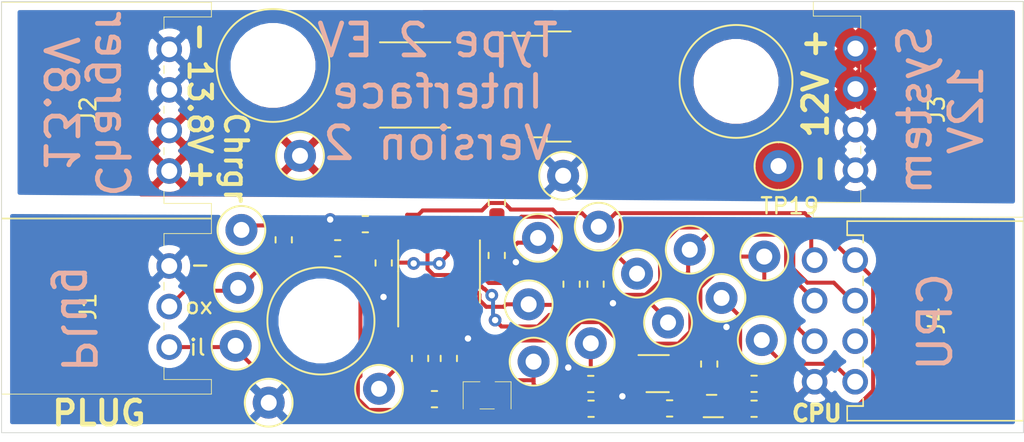
<source format=kicad_pcb>
(kicad_pcb (version 20171130) (host pcbnew "(5.1.4-0-10_14)")

  (general
    (thickness 1.6)
    (drawings 24)
    (tracks 268)
    (zones 0)
    (modules 49)
    (nets 22)
  )

  (page A4)
  (layers
    (0 F.Cu signal)
    (31 B.Cu signal)
    (32 B.Adhes user hide)
    (33 F.Adhes user hide)
    (34 B.Paste user hide)
    (35 F.Paste user)
    (36 B.SilkS user)
    (37 F.SilkS user)
    (38 B.Mask user)
    (39 F.Mask user)
    (40 Dwgs.User user)
    (41 Cmts.User user)
    (42 Eco1.User user)
    (43 Eco2.User user)
    (44 Edge.Cuts user)
    (45 Margin user)
    (46 B.CrtYd user)
    (47 F.CrtYd user)
    (48 B.Fab user)
    (49 F.Fab user hide)
  )

  (setup
    (last_trace_width 0.25)
    (user_trace_width 0.1524)
    (user_trace_width 0.25)
    (trace_clearance 0.2)
    (zone_clearance 0.508)
    (zone_45_only no)
    (trace_min 0.1524)
    (via_size 0.8)
    (via_drill 0.4)
    (via_min_size 0.4)
    (via_min_drill 0.3)
    (uvia_size 0.3)
    (uvia_drill 0.1)
    (uvias_allowed no)
    (uvia_min_size 0.2)
    (uvia_min_drill 0.1)
    (edge_width 0.05)
    (segment_width 0.2)
    (pcb_text_width 0.3)
    (pcb_text_size 1.5 1.5)
    (mod_edge_width 0.12)
    (mod_text_size 1 1)
    (mod_text_width 0.15)
    (pad_size 1.524 1.524)
    (pad_drill 0.762)
    (pad_to_mask_clearance 0.051)
    (solder_mask_min_width 0.25)
    (aux_axis_origin 0 0)
    (visible_elements FFFFFF7F)
    (pcbplotparams
      (layerselection 0x010fc_ffffffff)
      (usegerberextensions false)
      (usegerberattributes false)
      (usegerberadvancedattributes false)
      (creategerberjobfile false)
      (excludeedgelayer true)
      (linewidth 0.100000)
      (plotframeref false)
      (viasonmask false)
      (mode 1)
      (useauxorigin false)
      (hpglpennumber 1)
      (hpglpenspeed 20)
      (hpglpendiameter 15.000000)
      (psnegative false)
      (psa4output false)
      (plotreference true)
      (plotvalue true)
      (plotinvisibletext false)
      (padsonsilk false)
      (subtractmaskfromsilk false)
      (outputformat 1)
      (mirror false)
      (drillshape 1)
      (scaleselection 1)
      (outputdirectory ""))
  )

  (net 0 "")
  (net 1 /PLUG_PILOT)
  (net 2 +12V)
  (net 3 /13V8_FROM_CHARGER)
  (net 4 GND)
  (net 5 /PLUG_PROXIMITY)
  (net 6 GNDPWR)
  (net 7 /PILOT_OUT)
  (net 8 /PILOT_EV_CHARGE)
  (net 9 /CHARGER_POWER_SENSE)
  (net 10 /PROXIMITY_1)
  (net 11 /PROXIMITY_0)
  (net 12 +3V3)
  (net 13 "Net-(Q1-Pad3)")
  (net 14 "Net-(R2-Pad1)")
  (net 15 "Net-(R8-Pad2)")
  (net 16 "Net-(R9-Pad2)")
  (net 17 /2.2V)
  (net 18 /1.4V)
  (net 19 "Net-(D1-Pad3)")
  (net 20 "Net-(D2-Pad1)")
  (net 21 "Net-(Q1-Pad1)")

  (net_class Default "This is the default net class."
    (clearance 0.2)
    (trace_width 0.25)
    (via_dia 0.8)
    (via_drill 0.4)
    (uvia_dia 0.3)
    (uvia_drill 0.1)
    (add_net +12V)
    (add_net +3V3)
    (add_net /1.4V)
    (add_net /13V8_FROM_CHARGER)
    (add_net /2.2V)
    (add_net /CHARGER_POWER_SENSE)
    (add_net /PILOT_EV_CHARGE)
    (add_net /PILOT_OUT)
    (add_net /PLUG_PILOT)
    (add_net /PLUG_PROXIMITY)
    (add_net /PROXIMITY_0)
    (add_net /PROXIMITY_1)
    (add_net GND)
    (add_net GNDPWR)
    (add_net "Net-(D1-Pad3)")
    (add_net "Net-(D2-Pad1)")
    (add_net "Net-(Q1-Pad1)")
    (add_net "Net-(Q1-Pad3)")
    (add_net "Net-(R2-Pad1)")
    (add_net "Net-(R8-Pad2)")
    (add_net "Net-(R9-Pad2)")
  )

  (module TestPoint:TestPoint_Loop_D2.50mm_Drill1.0mm_LowProfile (layer F.Cu) (tedit 5A0F774F) (tstamp 60217438)
    (at 150.66 71.3)
    (descr "low profile wire loop as test point, loop diameter 2.5mm, hole diameter 1.0mm")
    (tags "test point wire loop bead")
    (path /606E0272)
    (fp_text reference TP19 (at 0.7 2.5) (layer F.SilkS)
      (effects (font (size 1 1) (thickness 0.15)))
    )
    (fp_text value TestPoint (at 0 -2.8) (layer F.Fab)
      (effects (font (size 1 1) (thickness 0.15)))
    )
    (fp_text user %R (at 0.7 2.5) (layer F.Fab)
      (effects (font (size 1 1) (thickness 0.15)))
    )
    (fp_circle (center 0 0) (end 1.5 0) (layer F.SilkS) (width 0.12))
    (fp_circle (center 0 0) (end 1.8 0) (layer F.CrtYd) (width 0.05))
    (fp_line (start 1.3 -0.2) (end -1.3 -0.2) (layer F.Fab) (width 0.12))
    (fp_line (start 1.3 0.2) (end 1.3 -0.2) (layer F.Fab) (width 0.12))
    (fp_line (start -1.3 0.2) (end 1.3 0.2) (layer F.Fab) (width 0.12))
    (fp_line (start -1.3 -0.2) (end -1.3 0.2) (layer F.Fab) (width 0.12))
    (pad 1 thru_hole circle (at 0 0) (size 2 2) (drill 1) (layers *.Cu *.Mask)
      (net 2 +12V))
    (model ${KISYS3DMOD}/TestPoint.3dshapes/TestPoint_Loop_D2.50mm_Drill1.0mm_LowProfile.wrl
      (at (xyz 0 0 0))
      (scale (xyz 1 1 1))
      (rotate (xyz 0 0 0))
    )
  )

  (module TestPoint:TestPoint_Loop_D2.50mm_Drill1.0mm_LowProfile (layer F.Cu) (tedit 5A0F774F) (tstamp 60216777)
    (at 137.17 71.91)
    (descr "low profile wire loop as test point, loop diameter 2.5mm, hole diameter 1.0mm")
    (tags "test point wire loop bead")
    (path /606D4D79)
    (fp_text reference TP18 (at 0.7 2.5) (layer F.SilkS) hide
      (effects (font (size 1 1) (thickness 0.15)))
    )
    (fp_text value TestPoint (at 0 -2.8) (layer F.Fab)
      (effects (font (size 1 1) (thickness 0.15)))
    )
    (fp_text user %R (at 0.7 2.5) (layer F.Fab)
      (effects (font (size 1 1) (thickness 0.15)))
    )
    (fp_circle (center 0 0) (end 1.5 0) (layer F.SilkS) (width 0.12))
    (fp_circle (center 0 0) (end 1.8 0) (layer F.CrtYd) (width 0.05))
    (fp_line (start 1.3 -0.2) (end -1.3 -0.2) (layer F.Fab) (width 0.12))
    (fp_line (start 1.3 0.2) (end 1.3 -0.2) (layer F.Fab) (width 0.12))
    (fp_line (start -1.3 0.2) (end 1.3 0.2) (layer F.Fab) (width 0.12))
    (fp_line (start -1.3 -0.2) (end -1.3 0.2) (layer F.Fab) (width 0.12))
    (pad 1 thru_hole circle (at 0 0) (size 2 2) (drill 1) (layers *.Cu *.Mask)
      (net 6 GNDPWR))
    (model ${KISYS3DMOD}/TestPoint.3dshapes/TestPoint_Loop_D2.50mm_Drill1.0mm_LowProfile.wrl
      (at (xyz 0 0 0))
      (scale (xyz 1 1 1))
      (rotate (xyz 0 0 0))
    )
  )

  (module TestPoint:TestPoint_Loop_D2.50mm_Drill1.0mm_LowProfile (layer F.Cu) (tedit 5A0F774F) (tstamp 6020808B)
    (at 135.6 75.8)
    (descr "low profile wire loop as test point, loop diameter 2.5mm, hole diameter 1.0mm")
    (tags "test point wire loop bead")
    (path /6032898D)
    (fp_text reference TP17 (at 0.7 2.5) (layer F.SilkS) hide
      (effects (font (size 1 1) (thickness 0.15)))
    )
    (fp_text value TestPoint (at 0 -2.8) (layer F.Fab)
      (effects (font (size 1 1) (thickness 0.15)))
    )
    (fp_text user %R (at 0.7 2.5) (layer F.Fab)
      (effects (font (size 1 1) (thickness 0.15)))
    )
    (fp_circle (center 0 0) (end 1.5 0) (layer F.SilkS) (width 0.12))
    (fp_circle (center 0 0) (end 1.8 0) (layer F.CrtYd) (width 0.05))
    (fp_line (start 1.3 -0.2) (end -1.3 -0.2) (layer F.Fab) (width 0.12))
    (fp_line (start 1.3 0.2) (end 1.3 -0.2) (layer F.Fab) (width 0.12))
    (fp_line (start -1.3 0.2) (end 1.3 0.2) (layer F.Fab) (width 0.12))
    (fp_line (start -1.3 -0.2) (end -1.3 0.2) (layer F.Fab) (width 0.12))
    (pad 1 thru_hole circle (at 0 0) (size 2 2) (drill 1) (layers *.Cu *.Mask)
      (net 18 /1.4V))
    (model ${KISYS3DMOD}/TestPoint.3dshapes/TestPoint_Loop_D2.50mm_Drill1.0mm_LowProfile.wrl
      (at (xyz 0 0 0))
      (scale (xyz 1 1 1))
      (rotate (xyz 0 0 0))
    )
  )

  (module TestPoint:TestPoint_Loop_D2.50mm_Drill1.0mm_LowProfile (layer F.Cu) (tedit 5A0F774F) (tstamp 6020B4F9)
    (at 135.01 79.96)
    (descr "low profile wire loop as test point, loop diameter 2.5mm, hole diameter 1.0mm")
    (tags "test point wire loop bead")
    (path /60328243)
    (fp_text reference TP16 (at 0.7 2.5) (layer F.SilkS) hide
      (effects (font (size 1 1) (thickness 0.15)))
    )
    (fp_text value TestPoint (at 0 -2.8) (layer F.Fab)
      (effects (font (size 1 1) (thickness 0.15)))
    )
    (fp_text user %R (at 0.7 2.5) (layer F.Fab)
      (effects (font (size 1 1) (thickness 0.15)))
    )
    (fp_circle (center 0 0) (end 1.5 0) (layer F.SilkS) (width 0.12))
    (fp_circle (center 0 0) (end 1.8 0) (layer F.CrtYd) (width 0.05))
    (fp_line (start 1.3 -0.2) (end -1.3 -0.2) (layer F.Fab) (width 0.12))
    (fp_line (start 1.3 0.2) (end 1.3 -0.2) (layer F.Fab) (width 0.12))
    (fp_line (start -1.3 0.2) (end 1.3 0.2) (layer F.Fab) (width 0.12))
    (fp_line (start -1.3 -0.2) (end -1.3 0.2) (layer F.Fab) (width 0.12))
    (pad 1 thru_hole circle (at 0 0) (size 2 2) (drill 1) (layers *.Cu *.Mask)
      (net 17 /2.2V))
    (model ${KISYS3DMOD}/TestPoint.3dshapes/TestPoint_Loop_D2.50mm_Drill1.0mm_LowProfile.wrl
      (at (xyz 0 0 0))
      (scale (xyz 1 1 1))
      (rotate (xyz 0 0 0))
    )
  )

  (module TestPoint:TestPoint_Loop_D2.50mm_Drill1.0mm_LowProfile (layer F.Cu) (tedit 5A0F774F) (tstamp 60208073)
    (at 118.73 86.12 90)
    (descr "low profile wire loop as test point, loop diameter 2.5mm, hole diameter 1.0mm")
    (tags "test point wire loop bead")
    (path /6038F4DB)
    (fp_text reference TP15 (at 0.7 2.5 90) (layer F.SilkS) hide
      (effects (font (size 1 1) (thickness 0.15)))
    )
    (fp_text value TestPoint (at 0 -2.8 90) (layer F.Fab)
      (effects (font (size 1 1) (thickness 0.15)))
    )
    (fp_text user %R (at 0.7 2.5 90) (layer F.Fab)
      (effects (font (size 1 1) (thickness 0.15)))
    )
    (fp_circle (center 0 0) (end 1.5 0) (layer F.SilkS) (width 0.12))
    (fp_circle (center 0 0) (end 1.8 0) (layer F.CrtYd) (width 0.05))
    (fp_line (start 1.3 -0.2) (end -1.3 -0.2) (layer F.Fab) (width 0.12))
    (fp_line (start 1.3 0.2) (end 1.3 -0.2) (layer F.Fab) (width 0.12))
    (fp_line (start -1.3 0.2) (end 1.3 0.2) (layer F.Fab) (width 0.12))
    (fp_line (start -1.3 -0.2) (end -1.3 0.2) (layer F.Fab) (width 0.12))
    (pad 1 thru_hole circle (at 0 0 90) (size 2 2) (drill 1) (layers *.Cu *.Mask)
      (net 4 GND))
    (model ${KISYS3DMOD}/TestPoint.3dshapes/TestPoint_Loop_D2.50mm_Drill1.0mm_LowProfile.wrl
      (at (xyz 0 0 0))
      (scale (xyz 1 1 1))
      (rotate (xyz 0 0 0))
    )
  )

  (module TestPoint:TestPoint_Loop_D2.50mm_Drill1.0mm_LowProfile (layer F.Cu) (tedit 5A0F774F) (tstamp 60208067)
    (at 139.4 75.1)
    (descr "low profile wire loop as test point, loop diameter 2.5mm, hole diameter 1.0mm")
    (tags "test point wire loop bead")
    (path /603951B8)
    (fp_text reference TP14 (at 0.7 2.5) (layer F.SilkS) hide
      (effects (font (size 1 1) (thickness 0.15)))
    )
    (fp_text value TestPoint (at 0 -2.8) (layer F.Fab)
      (effects (font (size 1 1) (thickness 0.15)))
    )
    (fp_text user %R (at 0.7 2.5) (layer F.Fab)
      (effects (font (size 1 1) (thickness 0.15)))
    )
    (fp_circle (center 0 0) (end 1.5 0) (layer F.SilkS) (width 0.12))
    (fp_circle (center 0 0) (end 1.8 0) (layer F.CrtYd) (width 0.05))
    (fp_line (start 1.3 -0.2) (end -1.3 -0.2) (layer F.Fab) (width 0.12))
    (fp_line (start 1.3 0.2) (end 1.3 -0.2) (layer F.Fab) (width 0.12))
    (fp_line (start -1.3 0.2) (end 1.3 0.2) (layer F.Fab) (width 0.12))
    (fp_line (start -1.3 -0.2) (end -1.3 0.2) (layer F.Fab) (width 0.12))
    (pad 1 thru_hole circle (at 0 0) (size 2 2) (drill 1) (layers *.Cu *.Mask)
      (net 12 +3V3))
    (model ${KISYS3DMOD}/TestPoint.3dshapes/TestPoint_Loop_D2.50mm_Drill1.0mm_LowProfile.wrl
      (at (xyz 0 0 0))
      (scale (xyz 1 1 1))
      (rotate (xyz 0 0 0))
    )
  )

  (module TestPoint:TestPoint_Loop_D2.50mm_Drill1.0mm_LowProfile (layer F.Cu) (tedit 5A0F774F) (tstamp 6020A355)
    (at 143.74 81.1)
    (descr "low profile wire loop as test point, loop diameter 2.5mm, hole diameter 1.0mm")
    (tags "test point wire loop bead")
    (path /603342B0)
    (fp_text reference TP13 (at 0.7 2.5) (layer F.SilkS) hide
      (effects (font (size 1 1) (thickness 0.15)))
    )
    (fp_text value TestPoint (at 0 -2.8) (layer F.Fab)
      (effects (font (size 1 1) (thickness 0.15)))
    )
    (fp_text user %R (at 0.7 2.5) (layer F.Fab)
      (effects (font (size 1 1) (thickness 0.15)))
    )
    (fp_circle (center 0 0) (end 1.5 0) (layer F.SilkS) (width 0.12))
    (fp_circle (center 0 0) (end 1.8 0) (layer F.CrtYd) (width 0.05))
    (fp_line (start 1.3 -0.2) (end -1.3 -0.2) (layer F.Fab) (width 0.12))
    (fp_line (start 1.3 0.2) (end 1.3 -0.2) (layer F.Fab) (width 0.12))
    (fp_line (start -1.3 0.2) (end 1.3 0.2) (layer F.Fab) (width 0.12))
    (fp_line (start -1.3 -0.2) (end -1.3 0.2) (layer F.Fab) (width 0.12))
    (pad 1 thru_hole circle (at 0 0) (size 2 2) (drill 1) (layers *.Cu *.Mask)
      (net 11 /PROXIMITY_0))
    (model ${KISYS3DMOD}/TestPoint.3dshapes/TestPoint_Loop_D2.50mm_Drill1.0mm_LowProfile.wrl
      (at (xyz 0 0 0))
      (scale (xyz 1 1 1))
      (rotate (xyz 0 0 0))
    )
  )

  (module TestPoint:TestPoint_Loop_D2.50mm_Drill1.0mm_LowProfile (layer F.Cu) (tedit 5A0F774F) (tstamp 6020804F)
    (at 145.1 76.54)
    (descr "low profile wire loop as test point, loop diameter 2.5mm, hole diameter 1.0mm")
    (tags "test point wire loop bead")
    (path /603310B8)
    (fp_text reference TP12 (at 0.7 2.5) (layer F.SilkS) hide
      (effects (font (size 1 1) (thickness 0.15)))
    )
    (fp_text value TestPoint (at 0 -2.8) (layer F.Fab)
      (effects (font (size 1 1) (thickness 0.15)))
    )
    (fp_text user %R (at 0.7 2.5) (layer F.Fab)
      (effects (font (size 1 1) (thickness 0.15)))
    )
    (fp_circle (center 0 0) (end 1.5 0) (layer F.SilkS) (width 0.12))
    (fp_circle (center 0 0) (end 1.8 0) (layer F.CrtYd) (width 0.05))
    (fp_line (start 1.3 -0.2) (end -1.3 -0.2) (layer F.Fab) (width 0.12))
    (fp_line (start 1.3 0.2) (end 1.3 -0.2) (layer F.Fab) (width 0.12))
    (fp_line (start -1.3 0.2) (end 1.3 0.2) (layer F.Fab) (width 0.12))
    (fp_line (start -1.3 -0.2) (end -1.3 0.2) (layer F.Fab) (width 0.12))
    (pad 1 thru_hole circle (at 0 0) (size 2 2) (drill 1) (layers *.Cu *.Mask)
      (net 10 /PROXIMITY_1))
    (model ${KISYS3DMOD}/TestPoint.3dshapes/TestPoint_Loop_D2.50mm_Drill1.0mm_LowProfile.wrl
      (at (xyz 0 0 0))
      (scale (xyz 1 1 1))
      (rotate (xyz 0 0 0))
    )
  )

  (module TestPoint:TestPoint_Loop_D2.50mm_Drill1.0mm_LowProfile (layer F.Cu) (tedit 5A0F774F) (tstamp 60208FD9)
    (at 117.02 75.3)
    (descr "low profile wire loop as test point, loop diameter 2.5mm, hole diameter 1.0mm")
    (tags "test point wire loop bead")
    (path /6033E87D)
    (fp_text reference TP11 (at 0.6 -2.5) (layer F.SilkS) hide
      (effects (font (size 1 1) (thickness 0.15)))
    )
    (fp_text value TestPoint (at 0 -2.8) (layer F.Fab)
      (effects (font (size 1 1) (thickness 0.15)))
    )
    (fp_text user %R (at 0.7 2.5) (layer F.Fab)
      (effects (font (size 1 1) (thickness 0.15)))
    )
    (fp_circle (center 0 0) (end 1.5 0) (layer F.SilkS) (width 0.12))
    (fp_circle (center 0 0) (end 1.8 0) (layer F.CrtYd) (width 0.05))
    (fp_line (start 1.3 -0.2) (end -1.3 -0.2) (layer F.Fab) (width 0.12))
    (fp_line (start 1.3 0.2) (end 1.3 -0.2) (layer F.Fab) (width 0.12))
    (fp_line (start -1.3 0.2) (end 1.3 0.2) (layer F.Fab) (width 0.12))
    (fp_line (start -1.3 -0.2) (end -1.3 0.2) (layer F.Fab) (width 0.12))
    (pad 1 thru_hole circle (at 0 0) (size 2 2) (drill 1) (layers *.Cu *.Mask)
      (net 16 "Net-(R9-Pad2)"))
    (model ${KISYS3DMOD}/TestPoint.3dshapes/TestPoint_Loop_D2.50mm_Drill1.0mm_LowProfile.wrl
      (at (xyz 0 0 0))
      (scale (xyz 1 1 1))
      (rotate (xyz 0 0 0))
    )
  )

  (module TestPoint:TestPoint_Loop_D2.50mm_Drill1.0mm_LowProfile (layer F.Cu) (tedit 5A0F774F) (tstamp 60208FFA)
    (at 125.64 85.25)
    (descr "low profile wire loop as test point, loop diameter 2.5mm, hole diameter 1.0mm")
    (tags "test point wire loop bead")
    (path /6033AFCB)
    (fp_text reference TP10 (at 0.7 2.5) (layer F.SilkS) hide
      (effects (font (size 1 1) (thickness 0.15)))
    )
    (fp_text value TestPoint (at 0 -2.8) (layer F.Fab)
      (effects (font (size 1 1) (thickness 0.15)))
    )
    (fp_text user %R (at 0.7 2.5) (layer F.Fab)
      (effects (font (size 1 1) (thickness 0.15)))
    )
    (fp_circle (center 0 0) (end 1.5 0) (layer F.SilkS) (width 0.12))
    (fp_circle (center 0 0) (end 1.8 0) (layer F.CrtYd) (width 0.05))
    (fp_line (start 1.3 -0.2) (end -1.3 -0.2) (layer F.Fab) (width 0.12))
    (fp_line (start 1.3 0.2) (end 1.3 -0.2) (layer F.Fab) (width 0.12))
    (fp_line (start -1.3 0.2) (end 1.3 0.2) (layer F.Fab) (width 0.12))
    (fp_line (start -1.3 -0.2) (end -1.3 0.2) (layer F.Fab) (width 0.12))
    (pad 1 thru_hole circle (at 0 0) (size 2 2) (drill 1) (layers *.Cu *.Mask)
      (net 15 "Net-(R8-Pad2)"))
    (model ${KISYS3DMOD}/TestPoint.3dshapes/TestPoint_Loop_D2.50mm_Drill1.0mm_LowProfile.wrl
      (at (xyz 0 0 0))
      (scale (xyz 1 1 1))
      (rotate (xyz 0 0 0))
    )
  )

  (module TestPoint:TestPoint_Loop_D2.50mm_Drill1.0mm_LowProfile (layer F.Cu) (tedit 5A0F774F) (tstamp 6020905D)
    (at 149.77 76.97)
    (descr "low profile wire loop as test point, loop diameter 2.5mm, hole diameter 1.0mm")
    (tags "test point wire loop bead")
    (path /6037B4E7)
    (fp_text reference TP9 (at 0.7 2.5) (layer F.SilkS) hide
      (effects (font (size 1 1) (thickness 0.15)))
    )
    (fp_text value TestPoint (at 0 -2.8) (layer F.Fab)
      (effects (font (size 1 1) (thickness 0.15)))
    )
    (fp_text user %R (at 0.7 2.5) (layer F.Fab)
      (effects (font (size 1 1) (thickness 0.15)))
    )
    (fp_circle (center 0 0) (end 1.5 0) (layer F.SilkS) (width 0.12))
    (fp_circle (center 0 0) (end 1.8 0) (layer F.CrtYd) (width 0.05))
    (fp_line (start 1.3 -0.2) (end -1.3 -0.2) (layer F.Fab) (width 0.12))
    (fp_line (start 1.3 0.2) (end 1.3 -0.2) (layer F.Fab) (width 0.12))
    (fp_line (start -1.3 0.2) (end 1.3 0.2) (layer F.Fab) (width 0.12))
    (fp_line (start -1.3 -0.2) (end -1.3 0.2) (layer F.Fab) (width 0.12))
    (pad 1 thru_hole circle (at 0 0) (size 2 2) (drill 1) (layers *.Cu *.Mask)
      (net 7 /PILOT_OUT))
    (model ${KISYS3DMOD}/TestPoint.3dshapes/TestPoint_Loop_D2.50mm_Drill1.0mm_LowProfile.wrl
      (at (xyz 0 0 0))
      (scale (xyz 1 1 1))
      (rotate (xyz 0 0 0))
    )
  )

  (module TestPoint:TestPoint_Loop_D2.50mm_Drill1.0mm_LowProfile (layer F.Cu) (tedit 5A0F774F) (tstamp 6020801F)
    (at 141.8 78.04)
    (descr "low profile wire loop as test point, loop diameter 2.5mm, hole diameter 1.0mm")
    (tags "test point wire loop bead")
    (path /603858A0)
    (fp_text reference TP8 (at 0.7 2.5) (layer F.SilkS) hide
      (effects (font (size 1 1) (thickness 0.15)))
    )
    (fp_text value TestPoint (at 0 -2.8) (layer F.Fab)
      (effects (font (size 1 1) (thickness 0.15)))
    )
    (fp_text user %R (at 0.7 2.5) (layer F.Fab)
      (effects (font (size 1 1) (thickness 0.15)))
    )
    (fp_circle (center 0 0) (end 1.5 0) (layer F.SilkS) (width 0.12))
    (fp_circle (center 0 0) (end 1.8 0) (layer F.CrtYd) (width 0.05))
    (fp_line (start 1.3 -0.2) (end -1.3 -0.2) (layer F.Fab) (width 0.12))
    (fp_line (start 1.3 0.2) (end 1.3 -0.2) (layer F.Fab) (width 0.12))
    (fp_line (start -1.3 0.2) (end 1.3 0.2) (layer F.Fab) (width 0.12))
    (fp_line (start -1.3 -0.2) (end -1.3 0.2) (layer F.Fab) (width 0.12))
    (pad 1 thru_hole circle (at 0 0) (size 2 2) (drill 1) (layers *.Cu *.Mask)
      (net 9 /CHARGER_POWER_SENSE))
    (model ${KISYS3DMOD}/TestPoint.3dshapes/TestPoint_Loop_D2.50mm_Drill1.0mm_LowProfile.wrl
      (at (xyz 0 0 0))
      (scale (xyz 1 1 1))
      (rotate (xyz 0 0 0))
    )
  )

  (module TestPoint:TestPoint_Loop_D2.50mm_Drill1.0mm_LowProfile (layer F.Cu) (tedit 5A0F774F) (tstamp 60208013)
    (at 120.69 70.66)
    (descr "low profile wire loop as test point, loop diameter 2.5mm, hole diameter 1.0mm")
    (tags "test point wire loop bead")
    (path /603804AD)
    (fp_text reference TP7 (at -0.35 -2.19) (layer F.SilkS) hide
      (effects (font (size 1 1) (thickness 0.15)))
    )
    (fp_text value TestPoint (at 0 -2.8) (layer F.Fab)
      (effects (font (size 1 1) (thickness 0.15)))
    )
    (fp_text user %R (at 0.7 2.5) (layer F.Fab)
      (effects (font (size 1 1) (thickness 0.15)))
    )
    (fp_circle (center 0 0) (end 1.5 0) (layer F.SilkS) (width 0.12))
    (fp_circle (center 0 0) (end 1.8 0) (layer F.CrtYd) (width 0.05))
    (fp_line (start 1.3 -0.2) (end -1.3 -0.2) (layer F.Fab) (width 0.12))
    (fp_line (start 1.3 0.2) (end 1.3 -0.2) (layer F.Fab) (width 0.12))
    (fp_line (start -1.3 0.2) (end 1.3 0.2) (layer F.Fab) (width 0.12))
    (fp_line (start -1.3 -0.2) (end -1.3 0.2) (layer F.Fab) (width 0.12))
    (pad 1 thru_hole circle (at 0 0) (size 2 2) (drill 1) (layers *.Cu *.Mask)
      (net 3 /13V8_FROM_CHARGER))
    (model ${KISYS3DMOD}/TestPoint.3dshapes/TestPoint_Loop_D2.50mm_Drill1.0mm_LowProfile.wrl
      (at (xyz 0 0 0))
      (scale (xyz 1 1 1))
      (rotate (xyz 0 0 0))
    )
  )

  (module TestPoint:TestPoint_Loop_D2.50mm_Drill1.0mm_LowProfile (layer F.Cu) (tedit 5A0F774F) (tstamp 6020907E)
    (at 138.9 82.4)
    (descr "low profile wire loop as test point, loop diameter 2.5mm, hole diameter 1.0mm")
    (tags "test point wire loop bead")
    (path /60376636)
    (fp_text reference TP6 (at -0.15 -2.58) (layer F.SilkS) hide
      (effects (font (size 1 1) (thickness 0.15)))
    )
    (fp_text value TestPoint (at 0 -2.8) (layer F.Fab)
      (effects (font (size 1 1) (thickness 0.15)))
    )
    (fp_text user %R (at 0.7 2.5) (layer F.Fab)
      (effects (font (size 1 1) (thickness 0.15)))
    )
    (fp_circle (center 0 0) (end 1.5 0) (layer F.SilkS) (width 0.12))
    (fp_circle (center 0 0) (end 1.8 0) (layer F.CrtYd) (width 0.05))
    (fp_line (start 1.3 -0.2) (end -1.3 -0.2) (layer F.Fab) (width 0.12))
    (fp_line (start 1.3 0.2) (end 1.3 -0.2) (layer F.Fab) (width 0.12))
    (fp_line (start -1.3 0.2) (end 1.3 0.2) (layer F.Fab) (width 0.12))
    (fp_line (start -1.3 -0.2) (end -1.3 0.2) (layer F.Fab) (width 0.12))
    (pad 1 thru_hole circle (at 0 0) (size 2 2) (drill 1) (layers *.Cu *.Mask)
      (net 14 "Net-(R2-Pad1)"))
    (model ${KISYS3DMOD}/TestPoint.3dshapes/TestPoint_Loop_D2.50mm_Drill1.0mm_LowProfile.wrl
      (at (xyz 0 0 0))
      (scale (xyz 1 1 1))
      (rotate (xyz 0 0 0))
    )
  )

  (module TestPoint:TestPoint_Loop_D2.50mm_Drill1.0mm_LowProfile (layer F.Cu) (tedit 5A0F774F) (tstamp 602090C0)
    (at 116.82 78.93)
    (descr "low profile wire loop as test point, loop diameter 2.5mm, hole diameter 1.0mm")
    (tags "test point wire loop bead")
    (path /6033750D)
    (fp_text reference TP5 (at 0.7 2.5) (layer F.SilkS) hide
      (effects (font (size 1 1) (thickness 0.15)))
    )
    (fp_text value TestPoint (at 0 -2.8) (layer F.Fab)
      (effects (font (size 1 1) (thickness 0.15)))
    )
    (fp_text user %R (at 0.7 2.5) (layer F.Fab)
      (effects (font (size 1 1) (thickness 0.15)))
    )
    (fp_circle (center 0 0) (end 1.5 0) (layer F.SilkS) (width 0.12))
    (fp_circle (center 0 0) (end 1.8 0) (layer F.CrtYd) (width 0.05))
    (fp_line (start 1.3 -0.2) (end -1.3 -0.2) (layer F.Fab) (width 0.12))
    (fp_line (start 1.3 0.2) (end 1.3 -0.2) (layer F.Fab) (width 0.12))
    (fp_line (start -1.3 0.2) (end 1.3 0.2) (layer F.Fab) (width 0.12))
    (fp_line (start -1.3 -0.2) (end -1.3 0.2) (layer F.Fab) (width 0.12))
    (pad 1 thru_hole circle (at 0 0) (size 2 2) (drill 1) (layers *.Cu *.Mask)
      (net 5 /PLUG_PROXIMITY))
    (model ${KISYS3DMOD}/TestPoint.3dshapes/TestPoint_Loop_D2.50mm_Drill1.0mm_LowProfile.wrl
      (at (xyz 0 0 0))
      (scale (xyz 1 1 1))
      (rotate (xyz 0 0 0))
    )
  )

  (module TestPoint:TestPoint_Loop_D2.50mm_Drill1.0mm_LowProfile (layer F.Cu) (tedit 5A0F774F) (tstamp 6020909F)
    (at 135.32 83.55)
    (descr "low profile wire loop as test point, loop diameter 2.5mm, hole diameter 1.0mm")
    (tags "test point wire loop bead")
    (path /603450F7)
    (fp_text reference TP4 (at 0.7 2.5) (layer F.SilkS) hide
      (effects (font (size 1 1) (thickness 0.15)))
    )
    (fp_text value TestPoint (at 0 -2.8) (layer F.Fab)
      (effects (font (size 1 1) (thickness 0.15)))
    )
    (fp_text user %R (at 0.7 2.5) (layer F.Fab)
      (effects (font (size 1 1) (thickness 0.15)))
    )
    (fp_circle (center 0 0) (end 1.5 0) (layer F.SilkS) (width 0.12))
    (fp_circle (center 0 0) (end 1.8 0) (layer F.CrtYd) (width 0.05))
    (fp_line (start 1.3 -0.2) (end -1.3 -0.2) (layer F.Fab) (width 0.12))
    (fp_line (start 1.3 0.2) (end 1.3 -0.2) (layer F.Fab) (width 0.12))
    (fp_line (start -1.3 0.2) (end 1.3 0.2) (layer F.Fab) (width 0.12))
    (fp_line (start -1.3 -0.2) (end -1.3 0.2) (layer F.Fab) (width 0.12))
    (pad 1 thru_hole circle (at 0 0) (size 2 2) (drill 1) (layers *.Cu *.Mask)
      (net 19 "Net-(D1-Pad3)"))
    (model ${KISYS3DMOD}/TestPoint.3dshapes/TestPoint_Loop_D2.50mm_Drill1.0mm_LowProfile.wrl
      (at (xyz 0 0 0))
      (scale (xyz 1 1 1))
      (rotate (xyz 0 0 0))
    )
  )

  (module TestPoint:TestPoint_Loop_D2.50mm_Drill1.0mm_LowProfile (layer F.Cu) (tedit 5A0F774F) (tstamp 60208F97)
    (at 147.09 79.56)
    (descr "low profile wire loop as test point, loop diameter 2.5mm, hole diameter 1.0mm")
    (tags "test point wire loop bead")
    (path /60369957)
    (fp_text reference TP3 (at 0.7 2.5) (layer F.SilkS) hide
      (effects (font (size 1 1) (thickness 0.15)))
    )
    (fp_text value TestPoint (at 0 -2.8) (layer F.Fab)
      (effects (font (size 1 1) (thickness 0.15)))
    )
    (fp_text user %R (at 0.7 2.5) (layer F.Fab)
      (effects (font (size 1 1) (thickness 0.15)))
    )
    (fp_circle (center 0 0) (end 1.5 0) (layer F.SilkS) (width 0.12))
    (fp_circle (center 0 0) (end 1.8 0) (layer F.CrtYd) (width 0.05))
    (fp_line (start 1.3 -0.2) (end -1.3 -0.2) (layer F.Fab) (width 0.12))
    (fp_line (start 1.3 0.2) (end 1.3 -0.2) (layer F.Fab) (width 0.12))
    (fp_line (start -1.3 0.2) (end 1.3 0.2) (layer F.Fab) (width 0.12))
    (fp_line (start -1.3 -0.2) (end -1.3 0.2) (layer F.Fab) (width 0.12))
    (pad 1 thru_hole circle (at 0 0) (size 2 2) (drill 1) (layers *.Cu *.Mask)
      (net 21 "Net-(Q1-Pad1)"))
    (model ${KISYS3DMOD}/TestPoint.3dshapes/TestPoint_Loop_D2.50mm_Drill1.0mm_LowProfile.wrl
      (at (xyz 0 0 0))
      (scale (xyz 1 1 1))
      (rotate (xyz 0 0 0))
    )
  )

  (module TestPoint:TestPoint_Loop_D2.50mm_Drill1.0mm_LowProfile (layer F.Cu) (tedit 5A0F774F) (tstamp 6020E615)
    (at 149.61 82.2)
    (descr "low profile wire loop as test point, loop diameter 2.5mm, hole diameter 1.0mm")
    (tags "test point wire loop bead")
    (path /6036DE73)
    (fp_text reference TP2 (at 0.7 2.5) (layer F.SilkS) hide
      (effects (font (size 1 1) (thickness 0.15)))
    )
    (fp_text value TestPoint (at 0 -2.8) (layer F.Fab)
      (effects (font (size 1 1) (thickness 0.15)))
    )
    (fp_text user %R (at 0.7 2.5) (layer F.Fab)
      (effects (font (size 1 1) (thickness 0.15)))
    )
    (fp_circle (center 0 0) (end 1.5 0) (layer F.SilkS) (width 0.12))
    (fp_circle (center 0 0) (end 1.8 0) (layer F.CrtYd) (width 0.05))
    (fp_line (start 1.3 -0.2) (end -1.3 -0.2) (layer F.Fab) (width 0.12))
    (fp_line (start 1.3 0.2) (end 1.3 -0.2) (layer F.Fab) (width 0.12))
    (fp_line (start -1.3 0.2) (end 1.3 0.2) (layer F.Fab) (width 0.12))
    (fp_line (start -1.3 -0.2) (end -1.3 0.2) (layer F.Fab) (width 0.12))
    (pad 1 thru_hole circle (at 0 0) (size 2 2) (drill 1) (layers *.Cu *.Mask)
      (net 8 /PILOT_EV_CHARGE))
    (model ${KISYS3DMOD}/TestPoint.3dshapes/TestPoint_Loop_D2.50mm_Drill1.0mm_LowProfile.wrl
      (at (xyz 0 0 0))
      (scale (xyz 1 1 1))
      (rotate (xyz 0 0 0))
    )
  )

  (module TestPoint:TestPoint_Loop_D2.50mm_Drill1.0mm_LowProfile (layer F.Cu) (tedit 5A0F774F) (tstamp 6020901B)
    (at 116.66 82.56)
    (descr "low profile wire loop as test point, loop diameter 2.5mm, hole diameter 1.0mm")
    (tags "test point wire loop bead")
    (path /6034B9CC)
    (fp_text reference TP1 (at 0.7 2.5) (layer F.SilkS) hide
      (effects (font (size 1 1) (thickness 0.15)))
    )
    (fp_text value TestPoint (at 0 -2.8) (layer F.Fab)
      (effects (font (size 1 1) (thickness 0.15)))
    )
    (fp_text user %R (at 0.7 2.5) (layer F.Fab)
      (effects (font (size 1 1) (thickness 0.15)))
    )
    (fp_circle (center 0 0) (end 1.5 0) (layer F.SilkS) (width 0.12))
    (fp_circle (center 0 0) (end 1.8 0) (layer F.CrtYd) (width 0.05))
    (fp_line (start 1.3 -0.2) (end -1.3 -0.2) (layer F.Fab) (width 0.12))
    (fp_line (start 1.3 0.2) (end 1.3 -0.2) (layer F.Fab) (width 0.12))
    (fp_line (start -1.3 0.2) (end 1.3 0.2) (layer F.Fab) (width 0.12))
    (fp_line (start -1.3 -0.2) (end -1.3 0.2) (layer F.Fab) (width 0.12))
    (pad 1 thru_hole circle (at 0 0) (size 2 2) (drill 1) (layers *.Cu *.Mask)
      (net 1 /PLUG_PILOT))
    (model ${KISYS3DMOD}/TestPoint.3dshapes/TestPoint_Loop_D2.50mm_Drill1.0mm_LowProfile.wrl
      (at (xyz 0 0 0))
      (scale (xyz 1 1 1))
      (rotate (xyz 0 0 0))
    )
  )

  (module Resistor_SMD:R_0603_1608Metric_Pad1.05x0.95mm_HandSolder (layer F.Cu) (tedit 5B301BBD) (tstamp 6020E796)
    (at 149.13 86.5)
    (descr "Resistor SMD 0603 (1608 Metric), square (rectangular) end terminal, IPC_7351 nominal with elongated pad for handsoldering. (Body size source: http://www.tortai-tech.com/upload/download/2011102023233369053.pdf), generated with kicad-footprint-generator")
    (tags "resistor handsolder")
    (path /6035D527)
    (attr smd)
    (fp_text reference R14 (at 0 -1.43) (layer F.SilkS) hide
      (effects (font (size 1 1) (thickness 0.15)))
    )
    (fp_text value 100k (at 0 1.43) (layer F.Fab)
      (effects (font (size 1 1) (thickness 0.15)))
    )
    (fp_text user %R (at 0 0) (layer F.Fab)
      (effects (font (size 0.4 0.4) (thickness 0.06)))
    )
    (fp_line (start 1.65 0.73) (end -1.65 0.73) (layer F.CrtYd) (width 0.05))
    (fp_line (start 1.65 -0.73) (end 1.65 0.73) (layer F.CrtYd) (width 0.05))
    (fp_line (start -1.65 -0.73) (end 1.65 -0.73) (layer F.CrtYd) (width 0.05))
    (fp_line (start -1.65 0.73) (end -1.65 -0.73) (layer F.CrtYd) (width 0.05))
    (fp_line (start -0.171267 0.51) (end 0.171267 0.51) (layer F.SilkS) (width 0.12))
    (fp_line (start -0.171267 -0.51) (end 0.171267 -0.51) (layer F.SilkS) (width 0.12))
    (fp_line (start 0.8 0.4) (end -0.8 0.4) (layer F.Fab) (width 0.1))
    (fp_line (start 0.8 -0.4) (end 0.8 0.4) (layer F.Fab) (width 0.1))
    (fp_line (start -0.8 -0.4) (end 0.8 -0.4) (layer F.Fab) (width 0.1))
    (fp_line (start -0.8 0.4) (end -0.8 -0.4) (layer F.Fab) (width 0.1))
    (pad 2 smd roundrect (at 0.875 0) (size 1.05 0.95) (layers F.Cu F.Paste F.Mask) (roundrect_rratio 0.25)
      (net 4 GND))
    (pad 1 smd roundrect (at -0.875 0) (size 1.05 0.95) (layers F.Cu F.Paste F.Mask) (roundrect_rratio 0.25)
      (net 21 "Net-(Q1-Pad1)"))
    (model ${KISYS3DMOD}/Resistor_SMD.3dshapes/R_0603_1608Metric.wrl
      (at (xyz 0 0 0))
      (scale (xyz 1 1 1))
      (rotate (xyz 0 0 0))
    )
  )

  (module Resistor_SMD:R_0603_1608Metric_Pad1.05x0.95mm_HandSolder (layer F.Cu) (tedit 5B301BBD) (tstamp 6020E5BA)
    (at 149.13 84.94 180)
    (descr "Resistor SMD 0603 (1608 Metric), square (rectangular) end terminal, IPC_7351 nominal with elongated pad for handsoldering. (Body size source: http://www.tortai-tech.com/upload/download/2011102023233369053.pdf), generated with kicad-footprint-generator")
    (tags "resistor handsolder")
    (path /60352729)
    (attr smd)
    (fp_text reference R13 (at 0 -1.43) (layer F.SilkS) hide
      (effects (font (size 1 1) (thickness 0.15)))
    )
    (fp_text value 3.3k (at 0 1.43) (layer F.Fab)
      (effects (font (size 1 1) (thickness 0.15)))
    )
    (fp_text user %R (at 0 0) (layer F.Fab)
      (effects (font (size 0.4 0.4) (thickness 0.06)))
    )
    (fp_line (start 1.65 0.73) (end -1.65 0.73) (layer F.CrtYd) (width 0.05))
    (fp_line (start 1.65 -0.73) (end 1.65 0.73) (layer F.CrtYd) (width 0.05))
    (fp_line (start -1.65 -0.73) (end 1.65 -0.73) (layer F.CrtYd) (width 0.05))
    (fp_line (start -1.65 0.73) (end -1.65 -0.73) (layer F.CrtYd) (width 0.05))
    (fp_line (start -0.171267 0.51) (end 0.171267 0.51) (layer F.SilkS) (width 0.12))
    (fp_line (start -0.171267 -0.51) (end 0.171267 -0.51) (layer F.SilkS) (width 0.12))
    (fp_line (start 0.8 0.4) (end -0.8 0.4) (layer F.Fab) (width 0.1))
    (fp_line (start 0.8 -0.4) (end 0.8 0.4) (layer F.Fab) (width 0.1))
    (fp_line (start -0.8 -0.4) (end 0.8 -0.4) (layer F.Fab) (width 0.1))
    (fp_line (start -0.8 0.4) (end -0.8 -0.4) (layer F.Fab) (width 0.1))
    (pad 2 smd roundrect (at 0.875 0 180) (size 1.05 0.95) (layers F.Cu F.Paste F.Mask) (roundrect_rratio 0.25)
      (net 21 "Net-(Q1-Pad1)"))
    (pad 1 smd roundrect (at -0.875 0 180) (size 1.05 0.95) (layers F.Cu F.Paste F.Mask) (roundrect_rratio 0.25)
      (net 8 /PILOT_EV_CHARGE))
    (model ${KISYS3DMOD}/Resistor_SMD.3dshapes/R_0603_1608Metric.wrl
      (at (xyz 0 0 0))
      (scale (xyz 1 1 1))
      (rotate (xyz 0 0 0))
    )
  )

  (module Package_SO:SOIC-8_3.9x4.9mm_P1.27mm (layer F.Cu) (tedit 5C97300E) (tstamp 6020F7DB)
    (at 129.4 77.9 90)
    (descr "SOIC, 8 Pin (JEDEC MS-012AA, https://www.analog.com/media/en/package-pcb-resources/package/pkg_pdf/soic_narrow-r/r_8.pdf), generated with kicad-footprint-generator ipc_gullwing_generator.py")
    (tags "SOIC SO")
    (path /618ECB40)
    (attr smd)
    (fp_text reference U2 (at -4.4 2.6 180) (layer F.SilkS) hide
      (effects (font (size 1 1) (thickness 0.15)))
    )
    (fp_text value MCP602 (at 0 3.4 90) (layer F.Fab)
      (effects (font (size 1 1) (thickness 0.15)))
    )
    (fp_text user %R (at 0 0 90) (layer F.Fab)
      (effects (font (size 0.98 0.98) (thickness 0.15)))
    )
    (fp_line (start 3.7 -2.7) (end -3.7 -2.7) (layer F.CrtYd) (width 0.05))
    (fp_line (start 3.7 2.7) (end 3.7 -2.7) (layer F.CrtYd) (width 0.05))
    (fp_line (start -3.7 2.7) (end 3.7 2.7) (layer F.CrtYd) (width 0.05))
    (fp_line (start -3.7 -2.7) (end -3.7 2.7) (layer F.CrtYd) (width 0.05))
    (fp_line (start -1.95 -1.475) (end -0.975 -2.45) (layer F.Fab) (width 0.1))
    (fp_line (start -1.95 2.45) (end -1.95 -1.475) (layer F.Fab) (width 0.1))
    (fp_line (start 1.95 2.45) (end -1.95 2.45) (layer F.Fab) (width 0.1))
    (fp_line (start 1.95 -2.45) (end 1.95 2.45) (layer F.Fab) (width 0.1))
    (fp_line (start -0.975 -2.45) (end 1.95 -2.45) (layer F.Fab) (width 0.1))
    (fp_line (start 0 -2.56) (end -3.45 -2.56) (layer F.SilkS) (width 0.12))
    (fp_line (start 0 -2.56) (end 1.95 -2.56) (layer F.SilkS) (width 0.12))
    (fp_line (start 0 2.56) (end -1.95 2.56) (layer F.SilkS) (width 0.12))
    (fp_line (start 0 2.56) (end 1.95 2.56) (layer F.SilkS) (width 0.12))
    (pad 8 smd roundrect (at 2.475 -1.905 90) (size 1.95 0.6) (layers F.Cu F.Paste F.Mask) (roundrect_rratio 0.25)
      (net 12 +3V3))
    (pad 7 smd roundrect (at 2.475 -0.635 90) (size 1.95 0.6) (layers F.Cu F.Paste F.Mask) (roundrect_rratio 0.25)
      (net 11 /PROXIMITY_0))
    (pad 6 smd roundrect (at 2.475 0.635 90) (size 1.95 0.6) (layers F.Cu F.Paste F.Mask) (roundrect_rratio 0.25)
      (net 16 "Net-(R9-Pad2)"))
    (pad 5 smd roundrect (at 2.475 1.905 90) (size 1.95 0.6) (layers F.Cu F.Paste F.Mask) (roundrect_rratio 0.25)
      (net 18 /1.4V))
    (pad 4 smd roundrect (at -2.475 1.905 90) (size 1.95 0.6) (layers F.Cu F.Paste F.Mask) (roundrect_rratio 0.25)
      (net 4 GND))
    (pad 3 smd roundrect (at -2.475 0.635 90) (size 1.95 0.6) (layers F.Cu F.Paste F.Mask) (roundrect_rratio 0.25)
      (net 17 /2.2V))
    (pad 2 smd roundrect (at -2.475 -0.635 90) (size 1.95 0.6) (layers F.Cu F.Paste F.Mask) (roundrect_rratio 0.25)
      (net 15 "Net-(R8-Pad2)"))
    (pad 1 smd roundrect (at -2.475 -1.905 90) (size 1.95 0.6) (layers F.Cu F.Paste F.Mask) (roundrect_rratio 0.25)
      (net 10 /PROXIMITY_1))
    (model ${KISYS3DMOD}/Package_SO.3dshapes/SOIC-8_3.9x4.9mm_P1.27mm.wrl
      (at (xyz 0 0 0))
      (scale (xyz 1 1 1))
      (rotate (xyz 0 0 0))
    )
  )

  (module Package_TO_SOT_SMD:SOT-723 (layer F.Cu) (tedit 5A29D5F9) (tstamp 6020E582)
    (at 146.47 86.33 180)
    (descr http://toshiba.semicon-storage.com/info/docget.jsp?did=5879&prodName=RN1104MFV)
    (tags "sot 723")
    (path /61FE1E97)
    (attr smd)
    (fp_text reference Q1 (at 0.1 -1.6) (layer F.SilkS) hide
      (effects (font (size 1 1) (thickness 0.15)))
    )
    (fp_text value Q-FET-N-SSM3K36MFV (at 0 1.75) (layer F.Fab)
      (effects (font (size 1 1) (thickness 0.15)))
    )
    (fp_line (start -0.9 -0.9) (end -0.9 -0.9) (layer F.CrtYd) (width 0.05))
    (fp_line (start -0.9 0.9) (end -0.9 -0.9) (layer F.CrtYd) (width 0.05))
    (fp_line (start 0.9 0.9) (end -0.9 0.9) (layer F.CrtYd) (width 0.05))
    (fp_line (start 0.9 -0.9) (end 0.9 0.9) (layer F.CrtYd) (width 0.05))
    (fp_line (start -0.9 -0.9) (end 0.9 -0.9) (layer F.CrtYd) (width 0.05))
    (fp_line (start 0.3 0.7) (end -0.3 0.7) (layer F.SilkS) (width 0.12))
    (fp_line (start -0.7 -0.7) (end -0.7 -0.7) (layer F.SilkS) (width 0.12))
    (fp_line (start 0.5 -0.7) (end -0.7 -0.7) (layer F.SilkS) (width 0.12))
    (fp_text user %R (at 0 0 90) (layer F.Fab)
      (effects (font (size 0.2 0.2) (thickness 0.03)))
    )
    (fp_line (start -0.1 -0.6) (end 0.4 -0.6) (layer F.Fab) (width 0.1))
    (fp_line (start -0.4 -0.3) (end -0.1 -0.6) (layer F.Fab) (width 0.1))
    (fp_line (start -0.4 0.6) (end -0.4 -0.3) (layer F.Fab) (width 0.1))
    (fp_line (start 0.4 0.6) (end -0.4 0.6) (layer F.Fab) (width 0.1))
    (fp_line (start 0.4 -0.6) (end 0.4 0.6) (layer F.Fab) (width 0.1))
    (pad 3 smd rect (at 0.575 0 180) (size 0.45 0.5) (layers F.Cu F.Paste F.Mask)
      (net 13 "Net-(Q1-Pad3)"))
    (pad 2 smd rect (at -0.575 0.4 180) (size 0.45 0.4) (layers F.Cu F.Paste F.Mask)
      (net 4 GND))
    (pad 1 smd rect (at -0.575 -0.4 180) (size 0.45 0.4) (layers F.Cu F.Paste F.Mask)
      (net 21 "Net-(Q1-Pad1)"))
    (model ${KISYS3DMOD}/Package_TO_SOT_SMD.3dshapes/SOT-723.wrl
      (at (xyz 0 0 0))
      (scale (xyz 1 1 1))
      (rotate (xyz 0 0 0))
    )
  )

  (module Package_TO_SOT_SMD:TO-252-3_TabPin2 (layer F.Cu) (tedit 5A70F30B) (tstamp 5FDFB9D2)
    (at 138.61 66.32)
    (descr "TO-252 / DPAK SMD package, http://www.infineon.com/cms/en/product/packages/PG-TO252/PG-TO252-3-1/")
    (tags "DPAK TO-252 DPAK-3 TO-252-3 SOT-428")
    (path /61FC6807)
    (attr smd)
    (fp_text reference D2 (at 0 -4.5) (layer F.SilkS) hide
      (effects (font (size 1 1) (thickness 0.15)))
    )
    (fp_text value D-MBRD540 (at 0 4.5) (layer F.Fab)
      (effects (font (size 1 1) (thickness 0.15)))
    )
    (fp_text user %R (at 0 0) (layer F.Fab)
      (effects (font (size 1 1) (thickness 0.15)))
    )
    (fp_line (start 5.55 -3.5) (end -5.55 -3.5) (layer F.CrtYd) (width 0.05))
    (fp_line (start 5.55 3.5) (end 5.55 -3.5) (layer F.CrtYd) (width 0.05))
    (fp_line (start -5.55 3.5) (end 5.55 3.5) (layer F.CrtYd) (width 0.05))
    (fp_line (start -5.55 -3.5) (end -5.55 3.5) (layer F.CrtYd) (width 0.05))
    (fp_line (start -2.47 3.18) (end -3.57 3.18) (layer F.SilkS) (width 0.12))
    (fp_line (start -2.47 3.45) (end -2.47 3.18) (layer F.SilkS) (width 0.12))
    (fp_line (start -0.97 3.45) (end -2.47 3.45) (layer F.SilkS) (width 0.12))
    (fp_line (start -2.47 -3.18) (end -5.3 -3.18) (layer F.SilkS) (width 0.12))
    (fp_line (start -2.47 -3.45) (end -2.47 -3.18) (layer F.SilkS) (width 0.12))
    (fp_line (start -0.97 -3.45) (end -2.47 -3.45) (layer F.SilkS) (width 0.12))
    (fp_line (start -4.97 2.655) (end -2.27 2.655) (layer F.Fab) (width 0.1))
    (fp_line (start -4.97 1.905) (end -4.97 2.655) (layer F.Fab) (width 0.1))
    (fp_line (start -2.27 1.905) (end -4.97 1.905) (layer F.Fab) (width 0.1))
    (fp_line (start -4.97 0.375) (end -2.27 0.375) (layer F.Fab) (width 0.1))
    (fp_line (start -4.97 -0.375) (end -4.97 0.375) (layer F.Fab) (width 0.1))
    (fp_line (start -2.27 -0.375) (end -4.97 -0.375) (layer F.Fab) (width 0.1))
    (fp_line (start -4.97 -1.905) (end -2.27 -1.905) (layer F.Fab) (width 0.1))
    (fp_line (start -4.97 -2.655) (end -4.97 -1.905) (layer F.Fab) (width 0.1))
    (fp_line (start -1.865 -2.655) (end -4.97 -2.655) (layer F.Fab) (width 0.1))
    (fp_line (start -1.27 -3.25) (end 3.95 -3.25) (layer F.Fab) (width 0.1))
    (fp_line (start -2.27 -2.25) (end -1.27 -3.25) (layer F.Fab) (width 0.1))
    (fp_line (start -2.27 3.25) (end -2.27 -2.25) (layer F.Fab) (width 0.1))
    (fp_line (start 3.95 3.25) (end -2.27 3.25) (layer F.Fab) (width 0.1))
    (fp_line (start 3.95 -3.25) (end 3.95 3.25) (layer F.Fab) (width 0.1))
    (fp_line (start 4.95 2.7) (end 3.95 2.7) (layer F.Fab) (width 0.1))
    (fp_line (start 4.95 -2.7) (end 4.95 2.7) (layer F.Fab) (width 0.1))
    (fp_line (start 3.95 -2.7) (end 4.95 -2.7) (layer F.Fab) (width 0.1))
    (pad "" smd rect (at 0.425 1.525) (size 3.05 2.75) (layers F.Paste))
    (pad "" smd rect (at 3.775 -1.525) (size 3.05 2.75) (layers F.Paste))
    (pad "" smd rect (at 0.425 -1.525) (size 3.05 2.75) (layers F.Paste))
    (pad "" smd rect (at 3.775 1.525) (size 3.05 2.75) (layers F.Paste))
    (pad 2 smd rect (at 2.1 0) (size 6.4 5.8) (layers F.Cu F.Mask)
      (net 2 +12V))
    (pad 3 smd rect (at -4.2 2.28) (size 2.2 1.2) (layers F.Cu F.Paste F.Mask)
      (net 20 "Net-(D2-Pad1)"))
    (pad 2 smd rect (at -4.2 0) (size 2.2 1.2) (layers F.Cu F.Paste F.Mask)
      (net 2 +12V))
    (pad 1 smd rect (at -4.2 -2.28) (size 2.2 1.2) (layers F.Cu F.Paste F.Mask)
      (net 20 "Net-(D2-Pad1)"))
    (model ${KISYS3DMOD}/Package_TO_SOT_SMD.3dshapes/TO-252-3_TabPin2.wrl
      (at (xyz 0 0 0))
      (scale (xyz 1 1 1))
      (rotate (xyz 0 0 0))
    )
  )

  (module erland-footprints:SOT23F (layer F.Cu) (tedit 5FDE55F0) (tstamp 602121C8)
    (at 132.41 85.66 180)
    (path /61FAA259)
    (fp_text reference D1 (at 0.25 2.3) (layer F.SilkS) hide
      (effects (font (size 1 1) (thickness 0.15)))
    )
    (fp_text value D-CMPSH1-4 (at -0.15 -2.4) (layer F.Fab)
      (effects (font (size 1 1) (thickness 0.15)))
    )
    (fp_line (start -0.45 -0.85) (end 0.45 -0.85) (layer F.SilkS) (width 0.05))
    (fp_line (start 1.5 0.85) (end 1.5 -0.85) (layer F.SilkS) (width 0.05))
    (fp_line (start 0.45 0.85) (end 1.5 0.85) (layer F.SilkS) (width 0.05))
    (fp_line (start -1.5 0.85) (end -0.5 0.85) (layer F.SilkS) (width 0.05))
    (fp_line (start -1.5 -0.85) (end -1.5 0.85) (layer F.SilkS) (width 0.05))
    (fp_line (start 1.5 -0.85) (end 1.5 0.85) (layer Dwgs.User) (width 0.12))
    (fp_line (start -1.5 -0.85) (end -1.5 0.85) (layer Dwgs.User) (width 0.12))
    (fp_line (start -1.5 0.85) (end 1.5 0.85) (layer Dwgs.User) (width 0.12))
    (fp_line (start -1.5 -0.85) (end 1.5 -0.85) (layer Dwgs.User) (width 0.12))
    (pad 3 smd rect (at 0 0.945 180) (size 0.8 1.11) (layers F.Cu F.Paste F.Mask)
      (net 19 "Net-(D1-Pad3)"))
    (pad 2 smd rect (at -0.95 -0.945 180) (size 0.8 1.11) (layers F.Cu F.Paste F.Mask))
    (pad 1 smd rect (at 0.95 -0.945 180) (size 0.8 1.11) (layers F.Cu F.Paste F.Mask)
      (net 1 /PLUG_PILOT))
  )

  (module MountingHole:MountingHole_4.3mm_M4_ISO14580 (layer F.Cu) (tedit 56D1B4CB) (tstamp 60210359)
    (at 122 81)
    (descr "Mounting Hole 4.3mm, no annular, M4, ISO14580")
    (tags "mounting hole 4.3mm no annular m4 iso14580")
    (path /61A248F1)
    (attr virtual)
    (fp_text reference H3 (at 0 -4.5) (layer F.SilkS) hide
      (effects (font (size 1 1) (thickness 0.15)))
    )
    (fp_text value MountingHole (at 0 4.5) (layer F.Fab)
      (effects (font (size 1 1) (thickness 0.15)))
    )
    (fp_circle (center 0 0) (end 3.75 0) (layer F.CrtYd) (width 0.05))
    (fp_circle (center 0 0) (end 3.5 0) (layer Cmts.User) (width 0.15))
    (fp_text user %R (at 0.3 0) (layer F.Fab)
      (effects (font (size 1 1) (thickness 0.15)))
    )
    (pad 1 np_thru_hole circle (at 0 0) (size 4.3 4.3) (drill 4.3) (layers *.Cu *.Mask))
  )

  (module MountingHole:MountingHole_4.3mm_M4_ISO14580 (layer F.Cu) (tedit 56D1B4CB) (tstamp 5FDD0A18)
    (at 148 66)
    (descr "Mounting Hole 4.3mm, no annular, M4, ISO14580")
    (tags "mounting hole 4.3mm no annular m4 iso14580")
    (path /61A247CA)
    (attr virtual)
    (fp_text reference H2 (at 0 -4.5) (layer F.SilkS) hide
      (effects (font (size 1 1) (thickness 0.15)))
    )
    (fp_text value MountingHole (at 0 4.5) (layer F.Fab)
      (effects (font (size 1 1) (thickness 0.15)))
    )
    (fp_circle (center 0 0) (end 3.75 0) (layer F.CrtYd) (width 0.05))
    (fp_circle (center 0 0) (end 3.5 0) (layer Cmts.User) (width 0.15))
    (fp_text user %R (at 0.3 0) (layer F.Fab)
      (effects (font (size 1 1) (thickness 0.15)))
    )
    (pad 1 np_thru_hole circle (at 0 0) (size 4.3 4.3) (drill 4.3) (layers *.Cu *.Mask))
  )

  (module MountingHole:MountingHole_4.3mm_M4_ISO14580 (layer F.Cu) (tedit 56D1B4CB) (tstamp 5FDD0A10)
    (at 119 65)
    (descr "Mounting Hole 4.3mm, no annular, M4, ISO14580")
    (tags "mounting hole 4.3mm no annular m4 iso14580")
    (path /61A1AF3D)
    (attr virtual)
    (fp_text reference H1 (at 0 -4.5) (layer F.SilkS) hide
      (effects (font (size 1 1) (thickness 0.15)))
    )
    (fp_text value MountingHole (at 0 4.5) (layer F.Fab)
      (effects (font (size 1 1) (thickness 0.15)))
    )
    (fp_circle (center 0 0) (end 3.75 0) (layer F.CrtYd) (width 0.05))
    (fp_circle (center 0 0) (end 3.5 0) (layer Cmts.User) (width 0.15))
    (fp_text user %R (at 0.3 0) (layer F.Fab)
      (effects (font (size 1 1) (thickness 0.15)))
    )
    (pad 1 np_thru_hole circle (at 0 0) (size 4.3 4.3) (drill 4.3) (layers *.Cu *.Mask))
  )

  (module Capacitor_SMD:C_0603_1608Metric_Pad1.05x0.95mm_HandSolder (layer F.Cu) (tedit 5B301BBE) (tstamp 5FDD2776)
    (at 124.78 74.94 180)
    (descr "Capacitor SMD 0603 (1608 Metric), square (rectangular) end terminal, IPC_7351 nominal with elongated pad for handsoldering. (Body size source: http://www.tortai-tech.com/upload/download/2011102023233369053.pdf), generated with kicad-footprint-generator")
    (tags "capacitor handsolder")
    (path /61931F7F)
    (attr smd)
    (fp_text reference C3 (at 0 -1.43) (layer F.SilkS) hide
      (effects (font (size 1 1) (thickness 0.15)))
    )
    (fp_text value 0.1uF (at 0 1.43) (layer F.Fab)
      (effects (font (size 1 1) (thickness 0.15)))
    )
    (fp_text user %R (at 0 0) (layer F.Fab)
      (effects (font (size 0.4 0.4) (thickness 0.06)))
    )
    (fp_line (start 1.65 0.73) (end -1.65 0.73) (layer F.CrtYd) (width 0.05))
    (fp_line (start 1.65 -0.73) (end 1.65 0.73) (layer F.CrtYd) (width 0.05))
    (fp_line (start -1.65 -0.73) (end 1.65 -0.73) (layer F.CrtYd) (width 0.05))
    (fp_line (start -1.65 0.73) (end -1.65 -0.73) (layer F.CrtYd) (width 0.05))
    (fp_line (start -0.171267 0.51) (end 0.171267 0.51) (layer F.SilkS) (width 0.12))
    (fp_line (start -0.171267 -0.51) (end 0.171267 -0.51) (layer F.SilkS) (width 0.12))
    (fp_line (start 0.8 0.4) (end -0.8 0.4) (layer F.Fab) (width 0.1))
    (fp_line (start 0.8 -0.4) (end 0.8 0.4) (layer F.Fab) (width 0.1))
    (fp_line (start -0.8 -0.4) (end 0.8 -0.4) (layer F.Fab) (width 0.1))
    (fp_line (start -0.8 0.4) (end -0.8 -0.4) (layer F.Fab) (width 0.1))
    (pad 2 smd roundrect (at 0.875 0 180) (size 1.05 0.95) (layers F.Cu F.Paste F.Mask) (roundrect_rratio 0.25)
      (net 4 GND))
    (pad 1 smd roundrect (at -0.875 0 180) (size 1.05 0.95) (layers F.Cu F.Paste F.Mask) (roundrect_rratio 0.25)
      (net 12 +3V3))
    (model ${KISYS3DMOD}/Capacitor_SMD.3dshapes/C_0603_1608Metric.wrl
      (at (xyz 0 0 0))
      (scale (xyz 1 1 1))
      (rotate (xyz 0 0 0))
    )
  )

  (module Capacitor_SMD:C_0603_1608Metric_Pad1.05x0.95mm_HandSolder (layer F.Cu) (tedit 5B301BBE) (tstamp 5FDD27A6)
    (at 125.93 77.37 270)
    (descr "Capacitor SMD 0603 (1608 Metric), square (rectangular) end terminal, IPC_7351 nominal with elongated pad for handsoldering. (Body size source: http://www.tortai-tech.com/upload/download/2011102023233369053.pdf), generated with kicad-footprint-generator")
    (tags "capacitor handsolder")
    (path /6193247E)
    (attr smd)
    (fp_text reference C2 (at 0 -1.43 90) (layer F.SilkS) hide
      (effects (font (size 1 1) (thickness 0.15)))
    )
    (fp_text value 1uF (at 0 1.43 90) (layer F.Fab)
      (effects (font (size 1 1) (thickness 0.15)))
    )
    (fp_text user %R (at 0 0 90) (layer F.Fab)
      (effects (font (size 0.4 0.4) (thickness 0.06)))
    )
    (fp_line (start 1.65 0.73) (end -1.65 0.73) (layer F.CrtYd) (width 0.05))
    (fp_line (start 1.65 -0.73) (end 1.65 0.73) (layer F.CrtYd) (width 0.05))
    (fp_line (start -1.65 -0.73) (end 1.65 -0.73) (layer F.CrtYd) (width 0.05))
    (fp_line (start -1.65 0.73) (end -1.65 -0.73) (layer F.CrtYd) (width 0.05))
    (fp_line (start -0.171267 0.51) (end 0.171267 0.51) (layer F.SilkS) (width 0.12))
    (fp_line (start -0.171267 -0.51) (end 0.171267 -0.51) (layer F.SilkS) (width 0.12))
    (fp_line (start 0.8 0.4) (end -0.8 0.4) (layer F.Fab) (width 0.1))
    (fp_line (start 0.8 -0.4) (end 0.8 0.4) (layer F.Fab) (width 0.1))
    (fp_line (start -0.8 -0.4) (end 0.8 -0.4) (layer F.Fab) (width 0.1))
    (fp_line (start -0.8 0.4) (end -0.8 -0.4) (layer F.Fab) (width 0.1))
    (pad 2 smd roundrect (at 0.875 0 270) (size 1.05 0.95) (layers F.Cu F.Paste F.Mask) (roundrect_rratio 0.25)
      (net 4 GND))
    (pad 1 smd roundrect (at -0.875 0 270) (size 1.05 0.95) (layers F.Cu F.Paste F.Mask) (roundrect_rratio 0.25)
      (net 12 +3V3))
    (model ${KISYS3DMOD}/Capacitor_SMD.3dshapes/C_0603_1608Metric.wrl
      (at (xyz 0 0 0))
      (scale (xyz 1 1 1))
      (rotate (xyz 0 0 0))
    )
  )

  (module Capacitor_SMD:C_0603_1608Metric_Pad1.05x0.95mm_HandSolder (layer F.Cu) (tedit 5B301BBE) (tstamp 5FDBFFF1)
    (at 146.32 83.7 270)
    (descr "Capacitor SMD 0603 (1608 Metric), square (rectangular) end terminal, IPC_7351 nominal with elongated pad for handsoldering. (Body size source: http://www.tortai-tech.com/upload/download/2011102023233369053.pdf), generated with kicad-footprint-generator")
    (tags "capacitor handsolder")
    (path /619C0FE8)
    (attr smd)
    (fp_text reference C1 (at 0 -1.43 90) (layer F.SilkS) hide
      (effects (font (size 1 1) (thickness 0.15)))
    )
    (fp_text value 0.1uF (at 0 1.43 90) (layer F.Fab)
      (effects (font (size 1 1) (thickness 0.15)))
    )
    (fp_text user %R (at 0 0 90) (layer F.Fab)
      (effects (font (size 0.4 0.4) (thickness 0.06)))
    )
    (fp_line (start 1.65 0.73) (end -1.65 0.73) (layer F.CrtYd) (width 0.05))
    (fp_line (start 1.65 -0.73) (end 1.65 0.73) (layer F.CrtYd) (width 0.05))
    (fp_line (start -1.65 -0.73) (end 1.65 -0.73) (layer F.CrtYd) (width 0.05))
    (fp_line (start -1.65 0.73) (end -1.65 -0.73) (layer F.CrtYd) (width 0.05))
    (fp_line (start -0.171267 0.51) (end 0.171267 0.51) (layer F.SilkS) (width 0.12))
    (fp_line (start -0.171267 -0.51) (end 0.171267 -0.51) (layer F.SilkS) (width 0.12))
    (fp_line (start 0.8 0.4) (end -0.8 0.4) (layer F.Fab) (width 0.1))
    (fp_line (start 0.8 -0.4) (end 0.8 0.4) (layer F.Fab) (width 0.1))
    (fp_line (start -0.8 -0.4) (end 0.8 -0.4) (layer F.Fab) (width 0.1))
    (fp_line (start -0.8 0.4) (end -0.8 -0.4) (layer F.Fab) (width 0.1))
    (pad 2 smd roundrect (at 0.875 0 270) (size 1.05 0.95) (layers F.Cu F.Paste F.Mask) (roundrect_rratio 0.25)
      (net 4 GND))
    (pad 1 smd roundrect (at -0.875 0 270) (size 1.05 0.95) (layers F.Cu F.Paste F.Mask) (roundrect_rratio 0.25)
      (net 12 +3V3))
    (model ${KISYS3DMOD}/Capacitor_SMD.3dshapes/C_0603_1608Metric.wrl
      (at (xyz 0 0 0))
      (scale (xyz 1 1 1))
      (rotate (xyz 0 0 0))
    )
  )

  (module Package_TO_SOT_SMD:SOT-353_SC-70-5_Handsoldering (layer F.Cu) (tedit 5C9ED275) (tstamp 5FDBFBD9)
    (at 143.09 84.3)
    (descr "SOT-353, SC-70-5, Handsoldering")
    (tags "SOT-353 SC-70-5 Handsoldering")
    (path /6025E065)
    (attr smd)
    (fp_text reference U1 (at 0 -2) (layer F.SilkS) hide
      (effects (font (size 1 1) (thickness 0.15)))
    )
    (fp_text value 74LVC1G14 (at 0 2 180) (layer F.Fab) hide
      (effects (font (size 1 1) (thickness 0.15)))
    )
    (fp_line (start -0.175 -1.1) (end -0.675 -0.6) (layer F.Fab) (width 0.1))
    (fp_line (start 0.675 1.1) (end -0.675 1.1) (layer F.Fab) (width 0.1))
    (fp_line (start 0.675 -1.1) (end 0.675 1.1) (layer F.Fab) (width 0.1))
    (fp_line (start -2.4 1.4) (end 2.4 1.4) (layer F.CrtYd) (width 0.05))
    (fp_line (start -0.675 -0.6) (end -0.675 1.1) (layer F.Fab) (width 0.1))
    (fp_line (start 0.675 -1.1) (end -0.175 -1.1) (layer F.Fab) (width 0.1))
    (fp_line (start -2.4 -1.4) (end 2.4 -1.4) (layer F.CrtYd) (width 0.05))
    (fp_line (start -2.4 -1.4) (end -2.4 1.4) (layer F.CrtYd) (width 0.05))
    (fp_line (start 2.4 1.4) (end 2.4 -1.4) (layer F.CrtYd) (width 0.05))
    (fp_line (start -0.7 1.16) (end 0.7 1.16) (layer F.SilkS) (width 0.12))
    (fp_line (start 0.7 -1.16) (end -1.2 -1.16) (layer F.SilkS) (width 0.12))
    (fp_text user %R (at 0 0 90) (layer F.Fab)
      (effects (font (size 0.5 0.5) (thickness 0.075)))
    )
    (pad 5 smd rect (at 1.33 -0.65) (size 1.5 0.4) (layers F.Cu F.Paste F.Mask)
      (net 12 +3V3))
    (pad 4 smd rect (at 1.33 0.65) (size 1.5 0.4) (layers F.Cu F.Paste F.Mask)
      (net 7 /PILOT_OUT))
    (pad 3 smd rect (at -1.33 0.65) (size 1.5 0.4) (layers F.Cu F.Paste F.Mask)
      (net 4 GND))
    (pad 2 smd rect (at -1.33 0) (size 1.5 0.4) (layers F.Cu F.Paste F.Mask)
      (net 14 "Net-(R2-Pad1)"))
    (pad 1 smd rect (at -1.33 -0.65) (size 1.5 0.4) (layers F.Cu F.Paste F.Mask))
    (model ${KISYS3DMOD}/Package_TO_SOT_SMD.3dshapes/SOT-353_SC-70-5.wrl
      (at (xyz 0 0 0))
      (scale (xyz 1 1 1))
      (rotate (xyz 0 0 0))
    )
  )

  (module Resistor_SMD:R_0603_1608Metric_Pad1.05x0.95mm_HandSolder (layer F.Cu) (tedit 5B301BBD) (tstamp 60211C76)
    (at 139.2 78.7 90)
    (descr "Resistor SMD 0603 (1608 Metric), square (rectangular) end terminal, IPC_7351 nominal with elongated pad for handsoldering. (Body size source: http://www.tortai-tech.com/upload/download/2011102023233369053.pdf), generated with kicad-footprint-generator")
    (tags "resistor handsolder")
    (path /61910403)
    (attr smd)
    (fp_text reference R12 (at 0 -1.43 90) (layer F.SilkS) hide
      (effects (font (size 1 1) (thickness 0.15)))
    )
    (fp_text value "127k 1%" (at 0 1.43 90) (layer F.Fab) hide
      (effects (font (size 1 1) (thickness 0.15)))
    )
    (fp_text user %R (at 0 0 90) (layer F.Fab)
      (effects (font (size 0.4 0.4) (thickness 0.06)))
    )
    (fp_line (start 1.65 0.73) (end -1.65 0.73) (layer F.CrtYd) (width 0.05))
    (fp_line (start 1.65 -0.73) (end 1.65 0.73) (layer F.CrtYd) (width 0.05))
    (fp_line (start -1.65 -0.73) (end 1.65 -0.73) (layer F.CrtYd) (width 0.05))
    (fp_line (start -1.65 0.73) (end -1.65 -0.73) (layer F.CrtYd) (width 0.05))
    (fp_line (start -0.171267 0.51) (end 0.171267 0.51) (layer F.SilkS) (width 0.12))
    (fp_line (start -0.171267 -0.51) (end 0.171267 -0.51) (layer F.SilkS) (width 0.12))
    (fp_line (start 0.8 0.4) (end -0.8 0.4) (layer F.Fab) (width 0.1))
    (fp_line (start 0.8 -0.4) (end 0.8 0.4) (layer F.Fab) (width 0.1))
    (fp_line (start -0.8 -0.4) (end 0.8 -0.4) (layer F.Fab) (width 0.1))
    (fp_line (start -0.8 0.4) (end -0.8 -0.4) (layer F.Fab) (width 0.1))
    (pad 2 smd roundrect (at 0.875 0 90) (size 1.05 0.95) (layers F.Cu F.Paste F.Mask) (roundrect_rratio 0.25)
      (net 18 /1.4V))
    (pad 1 smd roundrect (at -0.875 0 90) (size 1.05 0.95) (layers F.Cu F.Paste F.Mask) (roundrect_rratio 0.25)
      (net 4 GND))
    (model ${KISYS3DMOD}/Resistor_SMD.3dshapes/R_0603_1608Metric.wrl
      (at (xyz 0 0 0))
      (scale (xyz 1 1 1))
      (rotate (xyz 0 0 0))
    )
  )

  (module Resistor_SMD:R_0603_1608Metric_Pad1.05x0.95mm_HandSolder (layer F.Cu) (tedit 5B301BBD) (tstamp 5FDBF305)
    (at 137.7 78.7 270)
    (descr "Resistor SMD 0603 (1608 Metric), square (rectangular) end terminal, IPC_7351 nominal with elongated pad for handsoldering. (Body size source: http://www.tortai-tech.com/upload/download/2011102023233369053.pdf), generated with kicad-footprint-generator")
    (tags "resistor handsolder")
    (path /61910148)
    (attr smd)
    (fp_text reference R11 (at 0 -1.43 90) (layer F.SilkS) hide
      (effects (font (size 1 1) (thickness 0.15)))
    )
    (fp_text value "73.2k 1%" (at 0 1.43 90) (layer F.Fab) hide
      (effects (font (size 1 1) (thickness 0.15)))
    )
    (fp_text user %R (at 0 0 90) (layer F.Fab)
      (effects (font (size 0.4 0.4) (thickness 0.06)))
    )
    (fp_line (start 1.65 0.73) (end -1.65 0.73) (layer F.CrtYd) (width 0.05))
    (fp_line (start 1.65 -0.73) (end 1.65 0.73) (layer F.CrtYd) (width 0.05))
    (fp_line (start -1.65 -0.73) (end 1.65 -0.73) (layer F.CrtYd) (width 0.05))
    (fp_line (start -1.65 0.73) (end -1.65 -0.73) (layer F.CrtYd) (width 0.05))
    (fp_line (start -0.171267 0.51) (end 0.171267 0.51) (layer F.SilkS) (width 0.12))
    (fp_line (start -0.171267 -0.51) (end 0.171267 -0.51) (layer F.SilkS) (width 0.12))
    (fp_line (start 0.8 0.4) (end -0.8 0.4) (layer F.Fab) (width 0.1))
    (fp_line (start 0.8 -0.4) (end 0.8 0.4) (layer F.Fab) (width 0.1))
    (fp_line (start -0.8 -0.4) (end 0.8 -0.4) (layer F.Fab) (width 0.1))
    (fp_line (start -0.8 0.4) (end -0.8 -0.4) (layer F.Fab) (width 0.1))
    (pad 2 smd roundrect (at 0.875 0 270) (size 1.05 0.95) (layers F.Cu F.Paste F.Mask) (roundrect_rratio 0.25)
      (net 17 /2.2V))
    (pad 1 smd roundrect (at -0.875 0 270) (size 1.05 0.95) (layers F.Cu F.Paste F.Mask) (roundrect_rratio 0.25)
      (net 18 /1.4V))
    (model ${KISYS3DMOD}/Resistor_SMD.3dshapes/R_0603_1608Metric.wrl
      (at (xyz 0 0 0))
      (scale (xyz 1 1 1))
      (rotate (xyz 0 0 0))
    )
  )

  (module Resistor_SMD:R_0603_1608Metric_Pad1.05x0.95mm_HandSolder (layer F.Cu) (tedit 5B301BBD) (tstamp 5FDD76B5)
    (at 130.01 83.35 270)
    (descr "Resistor SMD 0603 (1608 Metric), square (rectangular) end terminal, IPC_7351 nominal with elongated pad for handsoldering. (Body size source: http://www.tortai-tech.com/upload/download/2011102023233369053.pdf), generated with kicad-footprint-generator")
    (tags "resistor handsolder")
    (path /6190FC95)
    (attr smd)
    (fp_text reference R10 (at 0 -1.43 90) (layer F.SilkS) hide
      (effects (font (size 1 1) (thickness 0.15)))
    )
    (fp_text value "100k 1%" (at 0 1.43 90) (layer F.Fab)
      (effects (font (size 1 1) (thickness 0.15)))
    )
    (fp_text user %R (at 0 0 90) (layer F.Fab)
      (effects (font (size 0.4 0.4) (thickness 0.06)))
    )
    (fp_line (start 1.65 0.73) (end -1.65 0.73) (layer F.CrtYd) (width 0.05))
    (fp_line (start 1.65 -0.73) (end 1.65 0.73) (layer F.CrtYd) (width 0.05))
    (fp_line (start -1.65 -0.73) (end 1.65 -0.73) (layer F.CrtYd) (width 0.05))
    (fp_line (start -1.65 0.73) (end -1.65 -0.73) (layer F.CrtYd) (width 0.05))
    (fp_line (start -0.171267 0.51) (end 0.171267 0.51) (layer F.SilkS) (width 0.12))
    (fp_line (start -0.171267 -0.51) (end 0.171267 -0.51) (layer F.SilkS) (width 0.12))
    (fp_line (start 0.8 0.4) (end -0.8 0.4) (layer F.Fab) (width 0.1))
    (fp_line (start 0.8 -0.4) (end 0.8 0.4) (layer F.Fab) (width 0.1))
    (fp_line (start -0.8 -0.4) (end 0.8 -0.4) (layer F.Fab) (width 0.1))
    (fp_line (start -0.8 0.4) (end -0.8 -0.4) (layer F.Fab) (width 0.1))
    (pad 2 smd roundrect (at 0.875 0 270) (size 1.05 0.95) (layers F.Cu F.Paste F.Mask) (roundrect_rratio 0.25)
      (net 12 +3V3))
    (pad 1 smd roundrect (at -0.875 0 270) (size 1.05 0.95) (layers F.Cu F.Paste F.Mask) (roundrect_rratio 0.25)
      (net 17 /2.2V))
    (model ${KISYS3DMOD}/Resistor_SMD.3dshapes/R_0603_1608Metric.wrl
      (at (xyz 0 0 0))
      (scale (xyz 1 1 1))
      (rotate (xyz 0 0 0))
    )
  )

  (module Resistor_SMD:R_0603_1608Metric_Pad1.05x0.95mm_HandSolder (layer F.Cu) (tedit 5B301BBD) (tstamp 5FDD2806)
    (at 119.67 75.92 90)
    (descr "Resistor SMD 0603 (1608 Metric), square (rectangular) end terminal, IPC_7351 nominal with elongated pad for handsoldering. (Body size source: http://www.tortai-tech.com/upload/download/2011102023233369053.pdf), generated with kicad-footprint-generator")
    (tags "resistor handsolder")
    (path /6193554F)
    (attr smd)
    (fp_text reference R9 (at 0 -1.43 90) (layer F.SilkS) hide
      (effects (font (size 1 1) (thickness 0.15)))
    )
    (fp_text value 3.3k (at 0 1.43 90) (layer F.Fab)
      (effects (font (size 1 1) (thickness 0.15)))
    )
    (fp_text user %R (at 0 0 90) (layer F.Fab)
      (effects (font (size 0.4 0.4) (thickness 0.06)))
    )
    (fp_line (start 1.65 0.73) (end -1.65 0.73) (layer F.CrtYd) (width 0.05))
    (fp_line (start 1.65 -0.73) (end 1.65 0.73) (layer F.CrtYd) (width 0.05))
    (fp_line (start -1.65 -0.73) (end 1.65 -0.73) (layer F.CrtYd) (width 0.05))
    (fp_line (start -1.65 0.73) (end -1.65 -0.73) (layer F.CrtYd) (width 0.05))
    (fp_line (start -0.171267 0.51) (end 0.171267 0.51) (layer F.SilkS) (width 0.12))
    (fp_line (start -0.171267 -0.51) (end 0.171267 -0.51) (layer F.SilkS) (width 0.12))
    (fp_line (start 0.8 0.4) (end -0.8 0.4) (layer F.Fab) (width 0.1))
    (fp_line (start 0.8 -0.4) (end 0.8 0.4) (layer F.Fab) (width 0.1))
    (fp_line (start -0.8 -0.4) (end 0.8 -0.4) (layer F.Fab) (width 0.1))
    (fp_line (start -0.8 0.4) (end -0.8 -0.4) (layer F.Fab) (width 0.1))
    (pad 2 smd roundrect (at 0.875 0 90) (size 1.05 0.95) (layers F.Cu F.Paste F.Mask) (roundrect_rratio 0.25)
      (net 16 "Net-(R9-Pad2)"))
    (pad 1 smd roundrect (at -0.875 0 90) (size 1.05 0.95) (layers F.Cu F.Paste F.Mask) (roundrect_rratio 0.25)
      (net 5 /PLUG_PROXIMITY))
    (model ${KISYS3DMOD}/Resistor_SMD.3dshapes/R_0603_1608Metric.wrl
      (at (xyz 0 0 0))
      (scale (xyz 1 1 1))
      (rotate (xyz 0 0 0))
    )
  )

  (module Resistor_SMD:R_0603_1608Metric_Pad1.05x0.95mm_HandSolder (layer F.Cu) (tedit 5B301BBD) (tstamp 5FDD76E5)
    (at 128.21 83.35 90)
    (descr "Resistor SMD 0603 (1608 Metric), square (rectangular) end terminal, IPC_7351 nominal with elongated pad for handsoldering. (Body size source: http://www.tortai-tech.com/upload/download/2011102023233369053.pdf), generated with kicad-footprint-generator")
    (tags "resistor handsolder")
    (path /61934930)
    (attr smd)
    (fp_text reference R8 (at 0 -1.43 90) (layer F.SilkS) hide
      (effects (font (size 1 1) (thickness 0.15)))
    )
    (fp_text value 3.3k (at 0 1.43 90) (layer F.Fab) hide
      (effects (font (size 1 1) (thickness 0.15)))
    )
    (fp_text user %R (at 0 0 90) (layer F.Fab)
      (effects (font (size 0.4 0.4) (thickness 0.06)))
    )
    (fp_line (start 1.65 0.73) (end -1.65 0.73) (layer F.CrtYd) (width 0.05))
    (fp_line (start 1.65 -0.73) (end 1.65 0.73) (layer F.CrtYd) (width 0.05))
    (fp_line (start -1.65 -0.73) (end 1.65 -0.73) (layer F.CrtYd) (width 0.05))
    (fp_line (start -1.65 0.73) (end -1.65 -0.73) (layer F.CrtYd) (width 0.05))
    (fp_line (start -0.171267 0.51) (end 0.171267 0.51) (layer F.SilkS) (width 0.12))
    (fp_line (start -0.171267 -0.51) (end 0.171267 -0.51) (layer F.SilkS) (width 0.12))
    (fp_line (start 0.8 0.4) (end -0.8 0.4) (layer F.Fab) (width 0.1))
    (fp_line (start 0.8 -0.4) (end 0.8 0.4) (layer F.Fab) (width 0.1))
    (fp_line (start -0.8 -0.4) (end 0.8 -0.4) (layer F.Fab) (width 0.1))
    (fp_line (start -0.8 0.4) (end -0.8 -0.4) (layer F.Fab) (width 0.1))
    (pad 2 smd roundrect (at 0.875 0 90) (size 1.05 0.95) (layers F.Cu F.Paste F.Mask) (roundrect_rratio 0.25)
      (net 15 "Net-(R8-Pad2)"))
    (pad 1 smd roundrect (at -0.875 0 90) (size 1.05 0.95) (layers F.Cu F.Paste F.Mask) (roundrect_rratio 0.25)
      (net 5 /PLUG_PROXIMITY))
    (model ${KISYS3DMOD}/Resistor_SMD.3dshapes/R_0603_1608Metric.wrl
      (at (xyz 0 0 0))
      (scale (xyz 1 1 1))
      (rotate (xyz 0 0 0))
    )
  )

  (module Resistor_SMD:R_0603_1608Metric_Pad1.05x0.95mm_HandSolder (layer F.Cu) (tedit 5B301BBD) (tstamp 5FDBF2C1)
    (at 138.9 84.95)
    (descr "Resistor SMD 0603 (1608 Metric), square (rectangular) end terminal, IPC_7351 nominal with elongated pad for handsoldering. (Body size source: http://www.tortai-tech.com/upload/download/2011102023233369053.pdf), generated with kicad-footprint-generator")
    (tags "resistor handsolder")
    (path /6197CF21)
    (attr smd)
    (fp_text reference R3 (at 0 -1.43) (layer F.SilkS) hide
      (effects (font (size 1 1) (thickness 0.15)))
    )
    (fp_text value "1240 1%" (at 0 1.43) (layer F.Fab) hide
      (effects (font (size 1 1) (thickness 0.15)))
    )
    (fp_text user %R (at 0 0) (layer F.Fab)
      (effects (font (size 0.4 0.4) (thickness 0.06)))
    )
    (fp_line (start 1.65 0.73) (end -1.65 0.73) (layer F.CrtYd) (width 0.05))
    (fp_line (start 1.65 -0.73) (end 1.65 0.73) (layer F.CrtYd) (width 0.05))
    (fp_line (start -1.65 -0.73) (end 1.65 -0.73) (layer F.CrtYd) (width 0.05))
    (fp_line (start -1.65 0.73) (end -1.65 -0.73) (layer F.CrtYd) (width 0.05))
    (fp_line (start -0.171267 0.51) (end 0.171267 0.51) (layer F.SilkS) (width 0.12))
    (fp_line (start -0.171267 -0.51) (end 0.171267 -0.51) (layer F.SilkS) (width 0.12))
    (fp_line (start 0.8 0.4) (end -0.8 0.4) (layer F.Fab) (width 0.1))
    (fp_line (start 0.8 -0.4) (end 0.8 0.4) (layer F.Fab) (width 0.1))
    (fp_line (start -0.8 -0.4) (end 0.8 -0.4) (layer F.Fab) (width 0.1))
    (fp_line (start -0.8 0.4) (end -0.8 -0.4) (layer F.Fab) (width 0.1))
    (pad 2 smd roundrect (at 0.875 0) (size 1.05 0.95) (layers F.Cu F.Paste F.Mask) (roundrect_rratio 0.25)
      (net 14 "Net-(R2-Pad1)"))
    (pad 1 smd roundrect (at -0.875 0) (size 1.05 0.95) (layers F.Cu F.Paste F.Mask) (roundrect_rratio 0.25)
      (net 4 GND))
    (model ${KISYS3DMOD}/Resistor_SMD.3dshapes/R_0603_1608Metric.wrl
      (at (xyz 0 0 0))
      (scale (xyz 1 1 1))
      (rotate (xyz 0 0 0))
    )
  )

  (module Resistor_SMD:R_0603_1608Metric_Pad1.05x0.95mm_HandSolder (layer F.Cu) (tedit 5B301BBD) (tstamp 5FDBF2B0)
    (at 143.84 86.48 180)
    (descr "Resistor SMD 0603 (1608 Metric), square (rectangular) end terminal, IPC_7351 nominal with elongated pad for handsoldering. (Body size source: http://www.tortai-tech.com/upload/download/2011102023233369053.pdf), generated with kicad-footprint-generator")
    (tags "resistor handsolder")
    (path /6025E04C)
    (attr smd)
    (fp_text reference R1 (at 0 -1.43) (layer F.SilkS) hide
      (effects (font (size 1 1) (thickness 0.15)))
    )
    (fp_text value 1.3k (at 0 1.43) (layer F.Fab)
      (effects (font (size 1 1) (thickness 0.15)))
    )
    (fp_text user %R (at 0 0) (layer F.Fab)
      (effects (font (size 0.4 0.4) (thickness 0.06)))
    )
    (fp_line (start 1.65 0.73) (end -1.65 0.73) (layer F.CrtYd) (width 0.05))
    (fp_line (start 1.65 -0.73) (end 1.65 0.73) (layer F.CrtYd) (width 0.05))
    (fp_line (start -1.65 -0.73) (end 1.65 -0.73) (layer F.CrtYd) (width 0.05))
    (fp_line (start -1.65 0.73) (end -1.65 -0.73) (layer F.CrtYd) (width 0.05))
    (fp_line (start -0.171267 0.51) (end 0.171267 0.51) (layer F.SilkS) (width 0.12))
    (fp_line (start -0.171267 -0.51) (end 0.171267 -0.51) (layer F.SilkS) (width 0.12))
    (fp_line (start 0.8 0.4) (end -0.8 0.4) (layer F.Fab) (width 0.1))
    (fp_line (start 0.8 -0.4) (end 0.8 0.4) (layer F.Fab) (width 0.1))
    (fp_line (start -0.8 -0.4) (end 0.8 -0.4) (layer F.Fab) (width 0.1))
    (fp_line (start -0.8 0.4) (end -0.8 -0.4) (layer F.Fab) (width 0.1))
    (pad 2 smd roundrect (at 0.875 0 180) (size 1.05 0.95) (layers F.Cu F.Paste F.Mask) (roundrect_rratio 0.25)
      (net 19 "Net-(D1-Pad3)"))
    (pad 1 smd roundrect (at -0.875 0 180) (size 1.05 0.95) (layers F.Cu F.Paste F.Mask) (roundrect_rratio 0.25)
      (net 13 "Net-(Q1-Pad3)"))
    (model ${KISYS3DMOD}/Resistor_SMD.3dshapes/R_0603_1608Metric.wrl
      (at (xyz 0 0 0))
      (scale (xyz 1 1 1))
      (rotate (xyz 0 0 0))
    )
  )

  (module Resistor_SMD:R_0603_1608Metric_Pad1.05x0.95mm_HandSolder (layer F.Cu) (tedit 5B301BBD) (tstamp 5FDD7670)
    (at 129.11 85.9)
    (descr "Resistor SMD 0603 (1608 Metric), square (rectangular) end terminal, IPC_7351 nominal with elongated pad for handsoldering. (Body size source: http://www.tortai-tech.com/upload/download/2011102023233369053.pdf), generated with kicad-footprint-generator")
    (tags "resistor handsolder")
    (path /60266F97)
    (attr smd)
    (fp_text reference R7 (at 0 -1.43) (layer F.SilkS) hide
      (effects (font (size 1 1) (thickness 0.15)))
    )
    (fp_text value 330 (at 0 1.43) (layer F.Fab) hide
      (effects (font (size 1 1) (thickness 0.15)))
    )
    (fp_text user %R (at 0 0) (layer F.Fab)
      (effects (font (size 0.4 0.4) (thickness 0.06)))
    )
    (fp_line (start 1.65 0.73) (end -1.65 0.73) (layer F.CrtYd) (width 0.05))
    (fp_line (start 1.65 -0.73) (end 1.65 0.73) (layer F.CrtYd) (width 0.05))
    (fp_line (start -1.65 -0.73) (end 1.65 -0.73) (layer F.CrtYd) (width 0.05))
    (fp_line (start -1.65 0.73) (end -1.65 -0.73) (layer F.CrtYd) (width 0.05))
    (fp_line (start -0.171267 0.51) (end 0.171267 0.51) (layer F.SilkS) (width 0.12))
    (fp_line (start -0.171267 -0.51) (end 0.171267 -0.51) (layer F.SilkS) (width 0.12))
    (fp_line (start 0.8 0.4) (end -0.8 0.4) (layer F.Fab) (width 0.1))
    (fp_line (start 0.8 -0.4) (end 0.8 0.4) (layer F.Fab) (width 0.1))
    (fp_line (start -0.8 -0.4) (end 0.8 -0.4) (layer F.Fab) (width 0.1))
    (fp_line (start -0.8 0.4) (end -0.8 -0.4) (layer F.Fab) (width 0.1))
    (pad 2 smd roundrect (at 0.875 0) (size 1.05 0.95) (layers F.Cu F.Paste F.Mask) (roundrect_rratio 0.25)
      (net 12 +3V3))
    (pad 1 smd roundrect (at -0.875 0) (size 1.05 0.95) (layers F.Cu F.Paste F.Mask) (roundrect_rratio 0.25)
      (net 5 /PLUG_PROXIMITY))
    (model ${KISYS3DMOD}/Resistor_SMD.3dshapes/R_0603_1608Metric.wrl
      (at (xyz 0 0 0))
      (scale (xyz 1 1 1))
      (rotate (xyz 0 0 0))
    )
  )

  (module Resistor_SMD:R_0603_1608Metric_Pad1.05x0.95mm_HandSolder (layer F.Cu) (tedit 5B301BBD) (tstamp 5FDBF28E)
    (at 133.01 76.9 90)
    (descr "Resistor SMD 0603 (1608 Metric), square (rectangular) end terminal, IPC_7351 nominal with elongated pad for handsoldering. (Body size source: http://www.tortai-tech.com/upload/download/2011102023233369053.pdf), generated with kicad-footprint-generator")
    (tags "resistor handsolder")
    (path /60244E7E)
    (attr smd)
    (fp_text reference R6 (at 0 -1.43 90) (layer F.SilkS) hide
      (effects (font (size 1 1) (thickness 0.15)))
    )
    (fp_text value 30k (at 0 1.43 90) (layer F.Fab)
      (effects (font (size 1 1) (thickness 0.15)))
    )
    (fp_text user %R (at 0 0 90) (layer F.Fab)
      (effects (font (size 0.4 0.4) (thickness 0.06)))
    )
    (fp_line (start 1.65 0.73) (end -1.65 0.73) (layer F.CrtYd) (width 0.05))
    (fp_line (start 1.65 -0.73) (end 1.65 0.73) (layer F.CrtYd) (width 0.05))
    (fp_line (start -1.65 -0.73) (end 1.65 -0.73) (layer F.CrtYd) (width 0.05))
    (fp_line (start -1.65 0.73) (end -1.65 -0.73) (layer F.CrtYd) (width 0.05))
    (fp_line (start -0.171267 0.51) (end 0.171267 0.51) (layer F.SilkS) (width 0.12))
    (fp_line (start -0.171267 -0.51) (end 0.171267 -0.51) (layer F.SilkS) (width 0.12))
    (fp_line (start 0.8 0.4) (end -0.8 0.4) (layer F.Fab) (width 0.1))
    (fp_line (start 0.8 -0.4) (end 0.8 0.4) (layer F.Fab) (width 0.1))
    (fp_line (start -0.8 -0.4) (end 0.8 -0.4) (layer F.Fab) (width 0.1))
    (fp_line (start -0.8 0.4) (end -0.8 -0.4) (layer F.Fab) (width 0.1))
    (pad 2 smd roundrect (at 0.875 0 90) (size 1.05 0.95) (layers F.Cu F.Paste F.Mask) (roundrect_rratio 0.25)
      (net 9 /CHARGER_POWER_SENSE))
    (pad 1 smd roundrect (at -0.875 0 90) (size 1.05 0.95) (layers F.Cu F.Paste F.Mask) (roundrect_rratio 0.25)
      (net 4 GND))
    (model ${KISYS3DMOD}/Resistor_SMD.3dshapes/R_0603_1608Metric.wrl
      (at (xyz 0 0 0))
      (scale (xyz 1 1 1))
      (rotate (xyz 0 0 0))
    )
  )

  (module Resistor_SMD:R_0603_1608Metric_Pad1.05x0.95mm_HandSolder (layer F.Cu) (tedit 5B301BBD) (tstamp 5FDBF27D)
    (at 133.02 73.59 90)
    (descr "Resistor SMD 0603 (1608 Metric), square (rectangular) end terminal, IPC_7351 nominal with elongated pad for handsoldering. (Body size source: http://www.tortai-tech.com/upload/download/2011102023233369053.pdf), generated with kicad-footprint-generator")
    (tags "resistor handsolder")
    (path /60244E78)
    (attr smd)
    (fp_text reference R5 (at 0 -1.43 90) (layer F.SilkS) hide
      (effects (font (size 1 1) (thickness 0.15)))
    )
    (fp_text value 100k (at 0 1.43 90) (layer F.Fab)
      (effects (font (size 1 1) (thickness 0.15)))
    )
    (fp_text user %R (at 0 0 90) (layer F.Fab)
      (effects (font (size 0.4 0.4) (thickness 0.06)))
    )
    (fp_line (start 1.65 0.73) (end -1.65 0.73) (layer F.CrtYd) (width 0.05))
    (fp_line (start 1.65 -0.73) (end 1.65 0.73) (layer F.CrtYd) (width 0.05))
    (fp_line (start -1.65 -0.73) (end 1.65 -0.73) (layer F.CrtYd) (width 0.05))
    (fp_line (start -1.65 0.73) (end -1.65 -0.73) (layer F.CrtYd) (width 0.05))
    (fp_line (start -0.171267 0.51) (end 0.171267 0.51) (layer F.SilkS) (width 0.12))
    (fp_line (start -0.171267 -0.51) (end 0.171267 -0.51) (layer F.SilkS) (width 0.12))
    (fp_line (start 0.8 0.4) (end -0.8 0.4) (layer F.Fab) (width 0.1))
    (fp_line (start 0.8 -0.4) (end 0.8 0.4) (layer F.Fab) (width 0.1))
    (fp_line (start -0.8 -0.4) (end 0.8 -0.4) (layer F.Fab) (width 0.1))
    (fp_line (start -0.8 0.4) (end -0.8 -0.4) (layer F.Fab) (width 0.1))
    (pad 2 smd roundrect (at 0.875 0 90) (size 1.05 0.95) (layers F.Cu F.Paste F.Mask) (roundrect_rratio 0.25)
      (net 3 /13V8_FROM_CHARGER))
    (pad 1 smd roundrect (at -0.875 0 90) (size 1.05 0.95) (layers F.Cu F.Paste F.Mask) (roundrect_rratio 0.25)
      (net 9 /CHARGER_POWER_SENSE))
    (model ${KISYS3DMOD}/Resistor_SMD.3dshapes/R_0603_1608Metric.wrl
      (at (xyz 0 0 0))
      (scale (xyz 1 1 1))
      (rotate (xyz 0 0 0))
    )
  )

  (module Resistor_SMD:R_0603_1608Metric_Pad1.05x0.95mm_HandSolder (layer F.Cu) (tedit 5B301BBD) (tstamp 5FDBF26C)
    (at 138.92 86.5 180)
    (descr "Resistor SMD 0603 (1608 Metric), square (rectangular) end terminal, IPC_7351 nominal with elongated pad for handsoldering. (Body size source: http://www.tortai-tech.com/upload/download/2011102023233369053.pdf), generated with kicad-footprint-generator")
    (tags "resistor handsolder")
    (path /6025E03D)
    (attr smd)
    (fp_text reference R2 (at 0 -1.43) (layer F.SilkS) hide
      (effects (font (size 1 1) (thickness 0.15)))
    )
    (fp_text value "2.0k 1%" (at 0 1.43) (layer F.Fab) hide
      (effects (font (size 1 1) (thickness 0.15)))
    )
    (fp_text user %R (at 0 0) (layer F.Fab)
      (effects (font (size 0.4 0.4) (thickness 0.06)))
    )
    (fp_line (start 1.65 0.73) (end -1.65 0.73) (layer F.CrtYd) (width 0.05))
    (fp_line (start 1.65 -0.73) (end 1.65 0.73) (layer F.CrtYd) (width 0.05))
    (fp_line (start -1.65 -0.73) (end 1.65 -0.73) (layer F.CrtYd) (width 0.05))
    (fp_line (start -1.65 0.73) (end -1.65 -0.73) (layer F.CrtYd) (width 0.05))
    (fp_line (start -0.171267 0.51) (end 0.171267 0.51) (layer F.SilkS) (width 0.12))
    (fp_line (start -0.171267 -0.51) (end 0.171267 -0.51) (layer F.SilkS) (width 0.12))
    (fp_line (start 0.8 0.4) (end -0.8 0.4) (layer F.Fab) (width 0.1))
    (fp_line (start 0.8 -0.4) (end 0.8 0.4) (layer F.Fab) (width 0.1))
    (fp_line (start -0.8 -0.4) (end 0.8 -0.4) (layer F.Fab) (width 0.1))
    (fp_line (start -0.8 0.4) (end -0.8 -0.4) (layer F.Fab) (width 0.1))
    (pad 2 smd roundrect (at 0.875 0 180) (size 1.05 0.95) (layers F.Cu F.Paste F.Mask) (roundrect_rratio 0.25)
      (net 19 "Net-(D1-Pad3)"))
    (pad 1 smd roundrect (at -0.875 0 180) (size 1.05 0.95) (layers F.Cu F.Paste F.Mask) (roundrect_rratio 0.25)
      (net 14 "Net-(R2-Pad1)"))
    (model ${KISYS3DMOD}/Resistor_SMD.3dshapes/R_0603_1608Metric.wrl
      (at (xyz 0 0 0))
      (scale (xyz 1 1 1))
      (rotate (xyz 0 0 0))
    )
  )

  (module Resistor_SMD:R_0603_1608Metric_Pad1.05x0.95mm_HandSolder (layer F.Cu) (tedit 5B301BBD) (tstamp 5FDD27D6)
    (at 123.05 76.45 180)
    (descr "Resistor SMD 0603 (1608 Metric), square (rectangular) end terminal, IPC_7351 nominal with elongated pad for handsoldering. (Body size source: http://www.tortai-tech.com/upload/download/2011102023233369053.pdf), generated with kicad-footprint-generator")
    (tags "resistor handsolder")
    (path /60266F83)
    (attr smd)
    (fp_text reference R4 (at 0 -1.43) (layer F.SilkS) hide
      (effects (font (size 1 1) (thickness 0.15)))
    )
    (fp_text value "DNP (2.7k in connector?)" (at 0 1.43) (layer F.Fab) hide
      (effects (font (size 1 1) (thickness 0.15)))
    )
    (fp_text user %R (at 0 0) (layer F.Fab)
      (effects (font (size 0.4 0.4) (thickness 0.06)))
    )
    (fp_line (start 1.65 0.73) (end -1.65 0.73) (layer F.CrtYd) (width 0.05))
    (fp_line (start 1.65 -0.73) (end 1.65 0.73) (layer F.CrtYd) (width 0.05))
    (fp_line (start -1.65 -0.73) (end 1.65 -0.73) (layer F.CrtYd) (width 0.05))
    (fp_line (start -1.65 0.73) (end -1.65 -0.73) (layer F.CrtYd) (width 0.05))
    (fp_line (start -0.171267 0.51) (end 0.171267 0.51) (layer F.SilkS) (width 0.12))
    (fp_line (start -0.171267 -0.51) (end 0.171267 -0.51) (layer F.SilkS) (width 0.12))
    (fp_line (start 0.8 0.4) (end -0.8 0.4) (layer F.Fab) (width 0.1))
    (fp_line (start 0.8 -0.4) (end 0.8 0.4) (layer F.Fab) (width 0.1))
    (fp_line (start -0.8 -0.4) (end 0.8 -0.4) (layer F.Fab) (width 0.1))
    (fp_line (start -0.8 0.4) (end -0.8 -0.4) (layer F.Fab) (width 0.1))
    (pad 2 smd roundrect (at 0.875 0 180) (size 1.05 0.95) (layers F.Cu F.Paste F.Mask) (roundrect_rratio 0.25)
      (net 5 /PLUG_PROXIMITY))
    (pad 1 smd roundrect (at -0.875 0 180) (size 1.05 0.95) (layers F.Cu F.Paste F.Mask) (roundrect_rratio 0.25)
      (net 4 GND))
    (model ${KISYS3DMOD}/Resistor_SMD.3dshapes/R_0603_1608Metric.wrl
      (at (xyz 0 0 0))
      (scale (xyz 1 1 1))
      (rotate (xyz 0 0 0))
    )
  )

  (module erland-footprints:CON-MOLEX-CGRIDIII-2x4-RA-0901303208 (layer F.Cu) (tedit 5FD87E6D) (tstamp 5FDBF235)
    (at 155.46 81 90)
    (path /619A6468)
    (fp_text reference J4 (at 0 5.1 90) (layer F.SilkS)
      (effects (font (size 1 1) (thickness 0.15)))
    )
    (fp_text value Conn_01x08 (at 0.9 -4.7 90) (layer F.Fab)
      (effects (font (size 1 1) (thickness 0.15)))
    )
    (fp_line (start 5.37 0.5) (end 4.9 0.5) (layer F.SilkS) (width 0.1))
    (fp_line (start 2.79 -0.5) (end 2.79 0.5) (layer F.Fab) (width 0.12))
    (fp_line (start -5.33 -0.5) (end -5.33 0.5) (layer F.Fab) (width 0.12))
    (fp_line (start 5.37 -0.5) (end 6.25 -0.5) (layer F.SilkS) (width 0.1))
    (fp_line (start -6.27 -0.5) (end -5.37 -0.5) (layer F.SilkS) (width 0.1))
    (fp_line (start -6.25 -0.5) (end -6.25 10.538) (layer F.SilkS) (width 0.1))
    (fp_line (start 5.37 -0.5) (end 5.37 0.5) (layer F.SilkS) (width 0.12))
    (fp_line (start -5.33 0.5) (end 2.79 0.5) (layer F.Fab) (width 0.1))
    (fp_line (start 6.25 -0.5) (end 6.25 10.538) (layer F.Fab) (width 0.1))
    (fp_line (start 6.25 10.538) (end -6.25 10.538) (layer F.Fab) (width 0.1))
    (fp_line (start 2.79 -0.5) (end 3.67 -0.5) (layer F.Fab) (width 0.1))
    (fp_line (start -6.23 -0.5) (end -5.33 -0.5) (layer F.Fab) (width 0.1))
    (fp_line (start -6.25 -0.5) (end -6.25 10.538) (layer F.Fab) (width 0.1))
    (fp_line (start 6.25 10.538) (end -6.25 10.538) (layer F.SilkS) (width 0.1))
    (fp_line (start 6.25 -0.5) (end 6.25 10.538) (layer F.SilkS) (width 0.1))
    (fp_line (start -5.33 -0.5) (end -5.33 0.5) (layer F.SilkS) (width 0.12))
    (fp_line (start -5.33 0.5) (end -4.87 0.5) (layer F.SilkS) (width 0.1))
    (fp_line (start -2.87 0.5) (end -2.27 0.5) (layer F.SilkS) (width 0.1))
    (fp_line (start -0.27 0.5) (end 0.23 0.5) (layer F.SilkS) (width 0.1))
    (fp_line (start 2.23 0.5) (end 2.79 0.5) (layer F.SilkS) (width 0.1))
    (pad 4 thru_hole circle (at 3.81 -2.54 90) (size 1.6 1.6) (drill 1) (layers *.Cu *.Mask)
      (net 9 /CHARGER_POWER_SENSE))
    (pad 8 thru_hole circle (at 3.81 0 90) (size 1.6 1.6) (drill 1) (layers *.Cu *.Mask)
      (net 12 +3V3))
    (pad 2 thru_hole circle (at -1.27 -2.54 90) (size 1.6 1.6) (drill 1) (layers *.Cu *.Mask)
      (net 7 /PILOT_OUT))
    (pad 3 thru_hole circle (at 1.27 -2.54 90) (size 1.6 1.6) (drill 1) (layers *.Cu *.Mask)
      (net 10 /PROXIMITY_1))
    (pad 5 thru_hole circle (at -3.81 0 90) (size 1.6 1.6) (drill 1) (layers *.Cu *.Mask)
      (net 8 /PILOT_EV_CHARGE))
    (pad 6 thru_hole circle (at -1.27 0 90) (size 1.6 1.6) (drill 1) (layers *.Cu *.Mask))
    (pad 7 thru_hole circle (at 1.27 0 90) (size 1.6 1.6) (drill 1) (layers *.Cu *.Mask)
      (net 11 /PROXIMITY_0))
    (pad 1 thru_hole circle (at -3.81 -2.54 90) (size 1.6 1.6) (drill 1) (layers *.Cu *.Mask)
      (net 4 GND))
  )

  (module erland-footprints:CON-MOLEX-CGRIDIII-1x4-RA-0901362204 (layer F.Cu) (tedit 5FD87DD7) (tstamp 5FDBF215)
    (at 155.48 67.75 90)
    (path /61953D9E)
    (fp_text reference J3 (at 0 5.08 90) (layer F.SilkS)
      (effects (font (size 1 1) (thickness 0.15)))
    )
    (fp_text value Conn_01x04 (at -1.27 12.7 90) (layer F.Fab)
      (effects (font (size 1 1) (thickness 0.15)))
    )
    (fp_line (start 5.08 0.33) (end 5.84 0.33) (layer F.SilkS) (width 0.05))
    (fp_line (start 2.3368 0.33) (end 2.794 0.33) (layer F.SilkS) (width 0.05))
    (fp_line (start -0.254 0.33) (end 0.2032 0.33) (layer F.SilkS) (width 0.05))
    (fp_line (start -2.7432 0.33) (end -2.286 0.33) (layer F.SilkS) (width 0.05))
    (fp_line (start -2.794 0.33) (end -2.3368 0.33) (layer F.SilkS) (width 0.05))
    (fp_line (start -5.84 0.33) (end -5.08 0.33) (layer F.SilkS) (width 0.05))
    (fp_line (start 5.84 0.33) (end 5.84 -2.64) (layer F.SilkS) (width 0.05))
    (fp_line (start -5.84 0.33) (end -5.84 -2.64) (layer F.SilkS) (width 0.05))
    (fp_line (start -5.84 0.33) (end 5.84 0.33) (layer F.Fab) (width 0.05))
    (fp_line (start -5.84 -2.64) (end -6.755 -2.64) (layer F.SilkS) (width 0.05))
    (fp_line (start 6.755 -2.64) (end 5.84 -2.64) (layer F.SilkS) (width 0.05))
    (fp_line (start 6.755 10.5) (end 6.755 -2.64) (layer F.SilkS) (width 0.05))
    (fp_line (start -6.755 10.5) (end -6.755 -2.64) (layer F.SilkS) (width 0.05))
    (fp_line (start -6.755 10.5) (end 6.755 10.5) (layer F.SilkS) (width 0.05))
    (pad 4 thru_hole circle (at 3.81 0 90) (size 1.6 1.6) (drill 1) (layers *.Cu *.Mask)
      (net 2 +12V))
    (pad 3 thru_hole circle (at 1.27 0 90) (size 1.6 1.6) (drill 1) (layers *.Cu *.Mask)
      (net 2 +12V))
    (pad 2 thru_hole circle (at -1.27 0 90) (size 1.6 1.6) (drill 1) (layers *.Cu *.Mask)
      (net 6 GNDPWR))
    (pad 1 thru_hole circle (at -3.81 0 90) (size 1.6 1.6) (drill 1) (layers *.Cu *.Mask)
      (net 6 GNDPWR))
  )

  (module erland-footprints:CON-MOLEX-CGRIDIII-1x4-RA-0901362204 (layer F.Cu) (tedit 5FD87DD7) (tstamp 5FDBF1FF)
    (at 112.5 67.8 270)
    (path /61942C87)
    (fp_text reference J2 (at 0 5.08 90) (layer F.SilkS)
      (effects (font (size 1 1) (thickness 0.15)))
    )
    (fp_text value Conn_01x04 (at -1.27 12.7 90) (layer F.Fab)
      (effects (font (size 1 1) (thickness 0.15)))
    )
    (fp_line (start 5.08 0.33) (end 5.84 0.33) (layer F.SilkS) (width 0.05))
    (fp_line (start 2.3368 0.33) (end 2.794 0.33) (layer F.SilkS) (width 0.05))
    (fp_line (start -0.254 0.33) (end 0.2032 0.33) (layer F.SilkS) (width 0.05))
    (fp_line (start -2.7432 0.33) (end -2.286 0.33) (layer F.SilkS) (width 0.05))
    (fp_line (start -2.794 0.33) (end -2.3368 0.33) (layer F.SilkS) (width 0.05))
    (fp_line (start -5.84 0.33) (end -5.08 0.33) (layer F.SilkS) (width 0.05))
    (fp_line (start 5.84 0.33) (end 5.84 -2.64) (layer F.SilkS) (width 0.05))
    (fp_line (start -5.84 0.33) (end -5.84 -2.64) (layer F.SilkS) (width 0.05))
    (fp_line (start -5.84 0.33) (end 5.84 0.33) (layer F.Fab) (width 0.05))
    (fp_line (start -5.84 -2.64) (end -6.755 -2.64) (layer F.SilkS) (width 0.05))
    (fp_line (start 6.755 -2.64) (end 5.84 -2.64) (layer F.SilkS) (width 0.05))
    (fp_line (start 6.755 10.5) (end 6.755 -2.64) (layer F.SilkS) (width 0.05))
    (fp_line (start -6.755 10.5) (end -6.755 -2.64) (layer F.SilkS) (width 0.05))
    (fp_line (start -6.755 10.5) (end 6.755 10.5) (layer F.SilkS) (width 0.05))
    (pad 4 thru_hole circle (at 3.81 0 270) (size 1.6 1.6) (drill 1) (layers *.Cu *.Mask)
      (net 3 /13V8_FROM_CHARGER))
    (pad 3 thru_hole circle (at 1.27 0 270) (size 1.6 1.6) (drill 1) (layers *.Cu *.Mask)
      (net 3 /13V8_FROM_CHARGER))
    (pad 2 thru_hole circle (at -1.27 0 270) (size 1.6 1.6) (drill 1) (layers *.Cu *.Mask)
      (net 6 GNDPWR))
    (pad 1 thru_hole circle (at -3.81 0 270) (size 1.6 1.6) (drill 1) (layers *.Cu *.Mask)
      (net 6 GNDPWR))
  )

  (module erland-footprints:CON-MOLEX-CGRIDIII-1x3-RA-0901362203 (layer F.Cu) (tedit 5FD87D9C) (tstamp 60208F66)
    (at 112.5 80.1 270)
    (path /61919ECA)
    (fp_text reference J1 (at 0 5.08 90) (layer F.SilkS)
      (effects (font (size 1 1) (thickness 0.15)))
    )
    (fp_text value Conn_01x03 (at 0 11.43 90) (layer F.Fab)
      (effects (font (size 1 1) (thickness 0.15)))
    )
    (fp_line (start -5.485 10.5) (end -5.485 -2.64) (layer F.SilkS) (width 0.05))
    (fp_line (start 5.485 10.5) (end 5.485 -2.64) (layer F.SilkS) (width 0.05))
    (fp_line (start 5.485 -2.64) (end 4.57 -2.64) (layer F.SilkS) (width 0.05))
    (fp_line (start -4.57 -2.64) (end -5.485 -2.64) (layer F.SilkS) (width 0.05))
    (fp_line (start -4.57 0.33) (end 7.11 0.33) (layer F.Fab) (width 0.05))
    (fp_line (start -4.57 0.33) (end -4.57 -2.64) (layer F.SilkS) (width 0.05))
    (fp_line (start 4.57 0.33) (end 4.57 -2.64) (layer F.SilkS) (width 0.05))
    (fp_line (start -4.57 0.33) (end -3.81 0.33) (layer F.SilkS) (width 0.05))
    (fp_line (start -1.524 0.33) (end -1.0668 0.33) (layer F.SilkS) (width 0.05))
    (fp_line (start -1.4732 0.33) (end -1.016 0.33) (layer F.SilkS) (width 0.05))
    (fp_line (start 1.016 0.33) (end 1.4732 0.33) (layer F.SilkS) (width 0.05))
    (fp_line (start 3.81 0.33) (end 4.57 0.33) (layer F.SilkS) (width 0.05))
    (fp_line (start -5.485 10.5) (end 5.485 10.5) (layer F.SilkS) (width 0.05))
    (pad 1 thru_hole circle (at -2.54 0 270) (size 1.6 1.6) (drill 1) (layers *.Cu *.Mask)
      (net 4 GND))
    (pad 2 thru_hole circle (at 0 0 270) (size 1.6 1.6) (drill 1) (layers *.Cu *.Mask)
      (net 5 /PLUG_PROXIMITY))
    (pad 3 thru_hole circle (at 2.54 0 270) (size 1.6 1.6) (drill 1) (layers *.Cu *.Mask)
      (net 1 /PLUG_PILOT))
  )

  (module Fuse:Fuse_2920_7451Metric_Pad2.10x5.45mm_HandSolder (layer F.Cu) (tedit 5B341557) (tstamp 5FDBF1D5)
    (at 127.9 66.22 180)
    (descr "Fuse SMD 2920 (7451 Metric), square (rectangular) end terminal, IPC_7351 nominal with elongated pad for handsoldering. (Body size from: http://www.megastar.com/products/fusetronic/polyswitch/PDF/smd2920.pdf), generated with kicad-footprint-generator")
    (tags "resistor handsolder")
    (path /6196BCEE)
    (attr smd)
    (fp_text reference F1 (at 0 -3.68) (layer F.SilkS) hide
      (effects (font (size 1 1) (thickness 0.15)))
    )
    (fp_text value Polyfuse (at 0 3.68) (layer F.Fab)
      (effects (font (size 1 1) (thickness 0.15)))
    )
    (fp_text user %R (at 0 0) (layer F.Fab)
      (effects (font (size 1 1) (thickness 0.15)))
    )
    (fp_line (start 4.78 2.98) (end -4.78 2.98) (layer F.CrtYd) (width 0.05))
    (fp_line (start 4.78 -2.98) (end 4.78 2.98) (layer F.CrtYd) (width 0.05))
    (fp_line (start -4.78 -2.98) (end 4.78 -2.98) (layer F.CrtYd) (width 0.05))
    (fp_line (start -4.78 2.98) (end -4.78 -2.98) (layer F.CrtYd) (width 0.05))
    (fp_line (start -2.203752 2.67) (end 2.203752 2.67) (layer F.SilkS) (width 0.12))
    (fp_line (start -2.203752 -2.67) (end 2.203752 -2.67) (layer F.SilkS) (width 0.12))
    (fp_line (start 3.6775 2.56) (end -3.6775 2.56) (layer F.Fab) (width 0.1))
    (fp_line (start 3.6775 -2.56) (end 3.6775 2.56) (layer F.Fab) (width 0.1))
    (fp_line (start -3.6775 -2.56) (end 3.6775 -2.56) (layer F.Fab) (width 0.1))
    (fp_line (start -3.6775 2.56) (end -3.6775 -2.56) (layer F.Fab) (width 0.1))
    (pad 2 smd roundrect (at 3.475 0 180) (size 2.1 5.45) (layers F.Cu F.Paste F.Mask) (roundrect_rratio 0.119048)
      (net 3 /13V8_FROM_CHARGER))
    (pad 1 smd roundrect (at -3.475 0 180) (size 2.1 5.45) (layers F.Cu F.Paste F.Mask) (roundrect_rratio 0.119048)
      (net 20 "Net-(D2-Pad1)"))
    (model ${KISYS3DMOD}/Fuse.3dshapes/Fuse_2920_7451Metric.wrl
      (at (xyz 0 0 0))
      (scale (xyz 1 1 1))
      (rotate (xyz 0 0 0))
    )
  )

  (gr_text Chrgr (at 116.68 70.79 270) (layer F.SilkS) (tstamp 602177E3)
    (effects (font (size 1.4 1.4) (thickness 0.25)))
  )
  (gr_text "System\n12V" (at 160.81 67.79 90) (layer B.SilkS) (tstamp 60216822)
    (effects (font (size 2 2) (thickness 0.3)) (justify mirror))
  )
  (gr_text CPU (at 160.48 81.06 90) (layer B.SilkS) (tstamp 6021681D)
    (effects (font (size 2 2) (thickness 0.3)) (justify mirror))
  )
  (gr_text Plug (at 106.78 80.86 270) (layer B.SilkS) (tstamp 6021681A)
    (effects (font (size 2 2) (thickness 0.3)) (justify mirror))
  )
  (gr_text "Charger\n13.8V" (at 107.3 67.41 270) (layer B.SilkS) (tstamp 6021680C)
    (effects (font (size 2 2) (thickness 0.3)) (justify mirror))
  )
  (gr_text - (at 114.44 77.46) (layer F.SilkS) (tstamp 6021569D)
    (effects (font (size 1 1) (thickness 0.15)))
  )
  (gr_text il (at 114.27 82.66) (layer F.SilkS) (tstamp 60215646)
    (effects (font (size 1 1) (thickness 0.15)))
  )
  (gr_text ox (at 114.36 80.06) (layer F.SilkS)
    (effects (font (size 1 1) (thickness 0.15)))
  )
  (gr_circle (center 122 81) (end 125.354102 81) (layer F.SilkS) (width 0.12))
  (gr_circle (center 148 66) (end 151.535534 66) (layer F.SilkS) (width 0.12))
  (gr_circle (center 119 65) (end 122.535534 65) (layer F.SilkS) (width 0.12))
  (gr_text + (at 152.99 63.53) (layer F.SilkS) (tstamp 5FDD6BFC)
    (effects (font (size 1.5 1.5) (thickness 0.3)))
  )
  (gr_text - (at 153.16 71.46 90) (layer F.SilkS) (tstamp 5FDD6BDE)
    (effects (font (size 1.5 1.5) (thickness 0.3)))
  )
  (gr_text - (at 114.29 63.21 90) (layer F.SilkS) (tstamp 5FDD6BDB)
    (effects (font (size 1.5 1.5) (thickness 0.3)))
  )
  (gr_text + (at 114.47 71.73) (layer F.SilkS) (tstamp 5FDD6BD7)
    (effects (font (size 1.5 1.5) (thickness 0.3)))
  )
  (gr_text "Type 2 EV\nInterface\nVersion 2" (at 129.3 66.65) (layer B.SilkS)
    (effects (font (size 2 2) (thickness 0.3)) (justify mirror))
  )
  (gr_text 13.8V (at 114.41 67.59 270) (layer F.SilkS) (tstamp 6020E108)
    (effects (font (size 1.4 1.4) (thickness 0.25)))
  )
  (gr_text 12V (at 152.99 67.42 90) (layer F.SilkS) (tstamp 5FDD6789)
    (effects (font (size 1.5 1.5) (thickness 0.3)))
  )
  (gr_text CPU (at 153.06 86.79) (layer F.SilkS) (tstamp 5FDD6784)
    (effects (font (size 1 1) (thickness 0.25)))
  )
  (gr_text PLUG (at 108.1 86.78) (layer F.SilkS)
    (effects (font (size 1.5 1.5) (thickness 0.3)))
  )
  (gr_line (start 102 88) (end 102 61) (layer Edge.Cuts) (width 0.05) (tstamp 5FDD151E))
  (gr_line (start 166 88) (end 102 88) (layer Edge.Cuts) (width 0.05))
  (gr_line (start 166 61) (end 166 88) (layer Edge.Cuts) (width 0.05))
  (gr_line (start 102 61) (end 166 61) (layer Edge.Cuts) (width 0.05))

  (segment (start 134.33 66.28) (end 140.63 66.28) (width 1) (layer F.Cu) (net 2))
  (via (at 140.88 85.72) (size 0.8) (drill 0.4) (layers F.Cu B.Cu) (net 4))
  (via (at 131.21 82.1) (size 0.8) (drill 0.4) (layers F.Cu B.Cu) (net 4))
  (segment (start 128.21 84.225) (end 128.21 85.875) (width 0.25) (layer F.Cu) (net 5) (tstamp 5FDD771B))
  (segment (start 130.01 84.225) (end 130.01 85.875) (width 0.25) (layer F.Cu) (net 12) (tstamp 5FDD772A))
  (segment (start 125.705 75.815) (end 125.705 76.54) (width 0.25) (layer F.Cu) (net 12))
  (segment (start 125.705 74.94) (end 125.705 75.815) (width 0.25) (layer F.Cu) (net 12))
  (segment (start 128.485 80.35) (end 128.485 82.2) (width 0.25) (layer F.Cu) (net 15))
  (via (at 129.41 77.4) (size 0.8) (drill 0.4) (layers F.Cu B.Cu) (net 16) (tstamp 6020F844))
  (via (at 127.81 77.4) (size 0.8) (drill 0.4) (layers F.Cu B.Cu) (net 16) (tstamp 6020F847))
  (segment (start 129.945 76.865) (end 129.41 77.4) (width 0.25) (layer F.Cu) (net 16) (tstamp 6020F84A))
  (segment (start 129.945 75.425) (end 129.945 76.865) (width 0.25) (layer F.Cu) (net 16) (tstamp 6020F84D))
  (segment (start 131.215 80.375) (end 131.215 82.095) (width 0.25) (layer F.Cu) (net 4))
  (via (at 147.4 81.38) (size 0.8) (drill 0.4) (layers F.Cu B.Cu) (net 4))
  (segment (start 151.02 86.5) (end 152.71 84.81) (width 0.25) (layer F.Cu) (net 4))
  (segment (start 150.005 86.5) (end 151.02 86.5) (width 0.25) (layer F.Cu) (net 4))
  (segment (start 151.910001 81.470001) (end 152.71 82.27) (width 0.25) (layer F.Cu) (net 7))
  (segment (start 151.910001 80.878999) (end 151.910001 81.470001) (width 0.25) (layer F.Cu) (net 7))
  (segment (start 151.260001 83.684999) (end 150.504072 84.440928) (width 0.25) (layer F.Cu) (net 8))
  (segment (start 150.504072 84.440928) (end 150.005 84.94) (width 0.25) (layer F.Cu) (net 8))
  (segment (start 155.25 84.81) (end 154.124999 83.684999) (width 0.25) (layer F.Cu) (net 8))
  (segment (start 154.124999 83.684999) (end 151.615001 83.684999) (width 0.25) (layer F.Cu) (net 8))
  (segment (start 126.18 75.465) (end 125.655 74.94) (width 0.25) (layer F.Cu) (net 12))
  (segment (start 155.25 77.19) (end 153.26 75.2) (width 0.25) (layer F.Cu) (net 12))
  (segment (start 152.31 74.25) (end 153.26 75.2) (width 0.25) (layer F.Cu) (net 12))
  (segment (start 130.14998 84.30002) (end 130.125 84.325) (width 0.25) (layer F.Cu) (net 12))
  (segment (start 127.81 77.4) (end 129.41 77.4) (width 0.25) (layer B.Cu) (net 16) (tstamp 6020F83B))
  (segment (start 116.55 82.64) (end 116.68 82.77) (width 0.25) (layer F.Cu) (net 1))
  (segment (start 112.5 82.64) (end 116.55 82.64) (width 0.25) (layer F.Cu) (net 1))
  (segment (start 118.811001 83.769999) (end 117.679999 83.769999) (width 0.25) (layer F.Cu) (net 1))
  (segment (start 117.679999 83.769999) (end 116.68 82.77) (width 0.25) (layer F.Cu) (net 1))
  (segment (start 122.066013 87.025011) (end 118.811001 83.769999) (width 0.25) (layer F.Cu) (net 1))
  (segment (start 130.389989 87.025011) (end 122.066013 87.025011) (width 0.25) (layer F.Cu) (net 1))
  (segment (start 130.81 86.605) (end 130.389989 87.025011) (width 0.25) (layer F.Cu) (net 1))
  (segment (start 131.46 86.605) (end 130.81 86.605) (width 0.25) (layer F.Cu) (net 1))
  (segment (start 123.905 76.43) (end 123.925 76.45) (width 0.25) (layer F.Cu) (net 4))
  (segment (start 123.905 74.94) (end 123.905 76.43) (width 0.25) (layer F.Cu) (net 4))
  (via (at 122.58 74.65) (size 0.8) (drill 0.4) (layers F.Cu B.Cu) (net 4))
  (segment (start 123.605 74.64) (end 123.905 74.94) (width 0.25) (layer F.Cu) (net 4))
  (segment (start 122.67 74.64) (end 123.605 74.64) (width 0.25) (layer F.Cu) (net 4))
  (via (at 125.92 79.5) (size 0.8) (drill 0.4) (layers F.Cu B.Cu) (net 4))
  (segment (start 125.93 79.49) (end 125.92 79.5) (width 0.25) (layer F.Cu) (net 4))
  (segment (start 125.93 78.245) (end 125.93 79.49) (width 0.25) (layer F.Cu) (net 4))
  (via (at 134.21 77.32) (size 0.8) (drill 0.4) (layers F.Cu B.Cu) (net 4))
  (segment (start 133.685 77.845) (end 134.21 77.32) (width 0.25) (layer F.Cu) (net 4))
  (segment (start 133.01 77.845) (end 133.685 77.845) (width 0.25) (layer F.Cu) (net 4))
  (via (at 140.29 79.89) (size 0.8) (drill 0.4) (layers F.Cu B.Cu) (net 4))
  (via (at 137.49 83.92) (size 0.8) (drill 0.4) (layers F.Cu B.Cu) (net 4))
  (segment (start 140.115 79.715) (end 140.29 79.89) (width 0.25) (layer F.Cu) (net 4))
  (segment (start 139.08 79.715) (end 140.115 79.715) (width 0.25) (layer F.Cu) (net 4))
  (segment (start 147.045 85.3) (end 146.32 84.575) (width 0.25) (layer F.Cu) (net 4))
  (segment (start 147.045 85.93) (end 147.045 85.3) (width 0.25) (layer F.Cu) (net 4))
  (segment (start 141.76 85.35) (end 141.4 85.71) (width 0.25) (layer F.Cu) (net 4))
  (segment (start 141.76 84.9) (end 141.76 85.35) (width 0.25) (layer F.Cu) (net 4))
  (segment (start 140.89 85.71) (end 140.88 85.72) (width 0.25) (layer F.Cu) (net 4))
  (segment (start 141.4 85.71) (end 140.89 85.71) (width 0.25) (layer F.Cu) (net 4))
  (segment (start 146.735 84.575) (end 146.32 84.575) (width 0.25) (layer F.Cu) (net 4))
  (segment (start 147.57002 83.73998) (end 146.735 84.575) (width 0.25) (layer F.Cu) (net 4))
  (segment (start 147.57002 81.75002) (end 147.57002 83.73998) (width 0.25) (layer F.Cu) (net 4))
  (segment (start 147.2 81.38) (end 147.57002 81.75002) (width 0.25) (layer F.Cu) (net 4))
  (segment (start 137.49 84.495) (end 138.025 85.03) (width 0.25) (layer F.Cu) (net 4))
  (segment (start 137.49 83.92) (end 137.49 84.495) (width 0.25) (layer F.Cu) (net 4))
  (via (at 132.91 80.95) (size 0.8) (drill 0.4) (layers F.Cu B.Cu) (net 10))
  (via (at 132.7 79.39) (size 0.8) (drill 0.4) (layers F.Cu B.Cu) (net 10))
  (segment (start 113.49 79.11) (end 116.77 79.11) (width 0.25) (layer F.Cu) (net 5))
  (segment (start 112.5 80.1) (end 113.49 79.11) (width 0.25) (layer F.Cu) (net 5))
  (segment (start 120.015 76.45) (end 119.67 76.795) (width 0.25) (layer F.Cu) (net 5))
  (segment (start 122.175 76.45) (end 120.015 76.45) (width 0.25) (layer F.Cu) (net 5))
  (segment (start 119.085 76.795) (end 116.77 79.11) (width 0.25) (layer F.Cu) (net 5))
  (segment (start 119.67 76.795) (end 119.085 76.795) (width 0.25) (layer F.Cu) (net 5))
  (segment (start 122.175 77.025) (end 122.175 76.45) (width 0.25) (layer F.Cu) (net 5))
  (segment (start 124.475001 79.325001) (end 122.175 77.025) (width 0.25) (layer F.Cu) (net 5))
  (segment (start 125.003999 86.575001) (end 124.314999 85.886001) (width 0.25) (layer F.Cu) (net 5))
  (segment (start 126.934999 86.575001) (end 125.003999 86.575001) (width 0.25) (layer F.Cu) (net 5))
  (segment (start 127.61 85.9) (end 126.934999 86.575001) (width 0.25) (layer F.Cu) (net 5))
  (segment (start 128.235 85.9) (end 127.61 85.9) (width 0.25) (layer F.Cu) (net 5))
  (segment (start 124.475001 84.453997) (end 124.314999 84.613999) (width 0.25) (layer F.Cu) (net 5))
  (segment (start 124.314999 84.613999) (end 124.314999 85.886001) (width 0.25) (layer F.Cu) (net 5))
  (segment (start 124.475001 79.325001) (end 124.475001 84.453997) (width 0.25) (layer F.Cu) (net 5))
  (segment (start 149.77 78.738998) (end 150.010501 78.979499) (width 0.25) (layer F.Cu) (net 7))
  (segment (start 149.77 76.97) (end 149.77 78.738998) (width 0.25) (layer F.Cu) (net 7))
  (segment (start 150.010501 78.979499) (end 151.910001 80.878999) (width 0.25) (layer F.Cu) (net 7))
  (segment (start 145.89948 83.67501) (end 146.7905 83.67501) (width 0.25) (layer F.Cu) (net 7))
  (segment (start 144.67449 84.9) (end 145.89948 83.67501) (width 0.25) (layer F.Cu) (net 7))
  (segment (start 144.42 84.9) (end 144.67449 84.9) (width 0.25) (layer F.Cu) (net 7))
  (segment (start 145.764999 78.910512) (end 145.764999 80.949489) (width 0.25) (layer F.Cu) (net 7))
  (segment (start 145.764999 80.949489) (end 147.12001 82.3045) (width 0.25) (layer F.Cu) (net 7))
  (segment (start 147.705511 76.97) (end 145.764999 78.910512) (width 0.25) (layer F.Cu) (net 7))
  (segment (start 149.77 76.97) (end 147.705511 76.97) (width 0.25) (layer F.Cu) (net 7))
  (segment (start 147.12001 83.3455) (end 147.12001 82.95999) (width 0.25) (layer F.Cu) (net 7))
  (segment (start 146.7905 83.67501) (end 147.12001 83.3455) (width 0.25) (layer F.Cu) (net 7))
  (segment (start 147.12001 82.95999) (end 147.12001 83.17) (width 0.25) (layer F.Cu) (net 7))
  (segment (start 147.12001 82.3045) (end 147.12001 82.95999) (width 0.25) (layer F.Cu) (net 7))
  (segment (start 149.64 82.36) (end 150.964999 83.684999) (width 0.25) (layer F.Cu) (net 8))
  (segment (start 151.495001 83.684999) (end 151.260001 83.684999) (width 0.25) (layer F.Cu) (net 8))
  (segment (start 150.964999 83.684999) (end 151.495001 83.684999) (width 0.25) (layer F.Cu) (net 8))
  (segment (start 151.615001 83.684999) (end 151.495001 83.684999) (width 0.25) (layer F.Cu) (net 8))
  (segment (start 140.155 76.505) (end 141.69 78.04) (width 0.25) (layer F.Cu) (net 9))
  (segment (start 140.775777 74.70001) (end 140.775777 75.884223) (width 0.25) (layer F.Cu) (net 9))
  (segment (start 152.11001 74.70001) (end 140.775777 74.70001) (width 0.25) (layer F.Cu) (net 9))
  (segment (start 152.71 75.3) (end 152.11001 74.70001) (width 0.25) (layer F.Cu) (net 9))
  (segment (start 140.775777 75.884223) (end 140.155 76.505) (width 0.25) (layer F.Cu) (net 9))
  (segment (start 152.71 77.19) (end 152.71 75.3) (width 0.25) (layer F.Cu) (net 9))
  (segment (start 133.02 76.085) (end 133.01 76.095) (width 0.25) (layer F.Cu) (net 9))
  (segment (start 133.02 74.465) (end 133.02 76.085) (width 0.25) (layer F.Cu) (net 9))
  (segment (start 133.509072 75.525928) (end 133.01 76.025) (width 0.25) (layer F.Cu) (net 9))
  (segment (start 134.560001 74.474999) (end 133.509072 75.525928) (width 0.25) (layer F.Cu) (net 9))
  (segment (start 136.336001 74.474999) (end 134.560001 74.474999) (width 0.25) (layer F.Cu) (net 9))
  (segment (start 140.155 76.505) (end 139.999499 76.660501) (width 0.25) (layer F.Cu) (net 9))
  (segment (start 138.521503 76.660501) (end 136.336001 74.474999) (width 0.25) (layer F.Cu) (net 9))
  (segment (start 139.999499 76.660501) (end 138.521503 76.660501) (width 0.25) (layer F.Cu) (net 9))
  (segment (start 132.67 79.39) (end 132.78 79.39) (width 0.25) (layer F.Cu) (net 10))
  (segment (start 132.78 80.82) (end 132.91 80.95) (width 0.25) (layer B.Cu) (net 10))
  (segment (start 132.78 79.39) (end 132.78 80.82) (width 0.25) (layer B.Cu) (net 10))
  (segment (start 128.17002 78.62498) (end 131.838159 78.624981) (width 0.25) (layer F.Cu) (net 10))
  (segment (start 131.838159 78.624981) (end 132.203179 78.990001) (width 0.25) (layer F.Cu) (net 10))
  (segment (start 127.495 79.3) (end 128.17002 78.62498) (width 0.25) (layer F.Cu) (net 10))
  (segment (start 127.495 80.375) (end 127.495 79.3) (width 0.25) (layer F.Cu) (net 10))
  (segment (start 132.65 79.39) (end 132.7 79.39) (width 0.25) (layer F.Cu) (net 10))
  (segment (start 132.250001 78.990001) (end 132.65 79.39) (width 0.25) (layer F.Cu) (net 10))
  (segment (start 132.203179 78.990001) (end 132.250001 78.990001) (width 0.25) (layer F.Cu) (net 10))
  (segment (start 133.309999 81.349999) (end 132.91 80.95) (width 0.25) (layer F.Cu) (net 10))
  (segment (start 136.306012 80.62499) (end 135.581003 81.349999) (width 0.25) (layer F.Cu) (net 10))
  (segment (start 140.475012 80.62499) (end 136.306012 80.62499) (width 0.25) (layer F.Cu) (net 10))
  (segment (start 144.376001 82.425001) (end 142.295001 82.425001) (width 0.25) (layer F.Cu) (net 10))
  (segment (start 142.295001 82.425001) (end 140.485001 80.615001) (width 0.25) (layer F.Cu) (net 10))
  (segment (start 145.135501 81.665501) (end 144.376001 82.425001) (width 0.25) (layer F.Cu) (net 10))
  (segment (start 145.135501 78.149714) (end 145.135501 81.665501) (width 0.25) (layer F.Cu) (net 10))
  (segment (start 135.581003 81.349999) (end 133.309999 81.349999) (width 0.25) (layer F.Cu) (net 10))
  (segment (start 145 76.54) (end 145 77.954213) (width 0.25) (layer F.Cu) (net 10))
  (segment (start 144.97 77.984213) (end 145.135501 78.149714) (width 0.25) (layer F.Cu) (net 10))
  (segment (start 151.134989 77.916401) (end 151.134989 75.661399) (width 0.25) (layer F.Cu) (net 10))
  (segment (start 151.07362 75.60003) (end 146.19997 75.60003) (width 0.25) (layer F.Cu) (net 10))
  (segment (start 140.485001 80.615001) (end 140.475012 80.62499) (width 0.25) (layer F.Cu) (net 10))
  (segment (start 145 77.954213) (end 144.97 77.984213) (width 0.25) (layer F.Cu) (net 10))
  (segment (start 145.26 76.54) (end 145 76.54) (width 0.25) (layer F.Cu) (net 10))
  (segment (start 151.134989 75.661399) (end 151.07362 75.60003) (width 0.25) (layer F.Cu) (net 10))
  (segment (start 152.71 79.491412) (end 151.134989 77.916401) (width 0.25) (layer F.Cu) (net 10))
  (segment (start 146.19997 75.60003) (end 145.26 76.54) (width 0.25) (layer F.Cu) (net 10))
  (segment (start 152.71 79.73) (end 152.71 79.491412) (width 0.25) (layer F.Cu) (net 10))
  (segment (start 142.729999 79.990001) (end 142.104999 79.365001) (width 0.25) (layer F.Cu) (net 11))
  (segment (start 142.740001 79.990001) (end 142.729999 79.990001) (width 0.25) (layer F.Cu) (net 11))
  (segment (start 143.74 80.99) (end 142.740001 79.990001) (width 0.25) (layer F.Cu) (net 11))
  (segment (start 132.021411 78.125001) (end 132.52142 78.62501) (width 0.25) (layer F.Cu) (net 11))
  (segment (start 134.420509 78.290509) (end 136.424999 78.290509) (width 0.25) (layer F.Cu) (net 11))
  (segment (start 134.086008 78.62501) (end 134.420509 78.290509) (width 0.25) (layer F.Cu) (net 11))
  (segment (start 132.52142 78.62501) (end 134.086008 78.62501) (width 0.25) (layer F.Cu) (net 11))
  (segment (start 129.035001 78.125001) (end 132.021411 78.125001) (width 0.25) (layer F.Cu) (net 11))
  (segment (start 129.035001 78.098003) (end 129.035001 78.125001) (width 0.25) (layer F.Cu) (net 11))
  (segment (start 128.675 77.738002) (end 129.035001 78.098003) (width 0.25) (layer F.Cu) (net 11))
  (segment (start 128.675 75.425) (end 128.675 77.738002) (width 0.25) (layer F.Cu) (net 11))
  (segment (start 154.124999 78.604999) (end 155.25 79.73) (width 0.25) (layer F.Cu) (net 11))
  (segment (start 152.459997 78.604999) (end 154.124999 78.604999) (width 0.25) (layer F.Cu) (net 11))
  (segment (start 151.584999 77.730001) (end 152.459997 78.604999) (width 0.25) (layer F.Cu) (net 11))
  (segment (start 151.584999 75.474999) (end 151.584999 77.730001) (width 0.25) (layer F.Cu) (net 11))
  (segment (start 151.26002 75.15002) (end 151.584999 75.474999) (width 0.25) (layer F.Cu) (net 11))
  (segment (start 144.37998 75.15002) (end 151.26002 75.15002) (width 0.25) (layer F.Cu) (net 11))
  (segment (start 143.22 76.31) (end 144.37998 75.15002) (width 0.25) (layer F.Cu) (net 11))
  (segment (start 143.25 78.51) (end 143.22 76.31) (width 0.25) (layer F.Cu) (net 11))
  (segment (start 142.326001 79.365001) (end 143.25 78.51) (width 0.25) (layer F.Cu) (net 11))
  (segment (start 142.104999 79.365001) (end 142.326001 79.365001) (width 0.25) (layer F.Cu) (net 11))
  (segment (start 136.8295 78.69501) (end 136.802245 78.667755) (width 0.25) (layer F.Cu) (net 11))
  (segment (start 142.104999 79.365001) (end 140.838003 79.365001) (width 0.25) (layer F.Cu) (net 11))
  (segment (start 140.168012 78.69501) (end 136.8295 78.69501) (width 0.25) (layer F.Cu) (net 11))
  (segment (start 140.838003 79.365001) (end 140.168012 78.69501) (width 0.25) (layer F.Cu) (net 11))
  (segment (start 136.424999 78.290509) (end 136.802245 78.667755) (width 0.25) (layer F.Cu) (net 11))
  (segment (start 143.344999 85.360001) (end 143.344999 84.125001) (width 0.25) (layer F.Cu) (net 12))
  (segment (start 143.81501 86.90052) (end 143.81501 85.830012) (width 0.25) (layer F.Cu) (net 12))
  (segment (start 143.87 83.6) (end 144.42 83.6) (width 0.25) (layer F.Cu) (net 12))
  (segment (start 143.81501 85.830012) (end 143.344999 85.360001) (width 0.25) (layer F.Cu) (net 12))
  (segment (start 143.344999 84.125001) (end 143.87 83.6) (width 0.25) (layer F.Cu) (net 12))
  (segment (start 144.21449 87.3) (end 143.81501 86.90052) (width 0.25) (layer F.Cu) (net 12))
  (segment (start 145.195 82.825) (end 144.42 83.6) (width 0.25) (layer F.Cu) (net 12))
  (segment (start 146.32 82.825) (end 145.195 82.825) (width 0.25) (layer F.Cu) (net 12))
  (segment (start 143.42 83.65) (end 144.42 83.65) (width 0.25) (layer F.Cu) (net 12))
  (segment (start 141.516001 83.124999) (end 142.894999 83.124999) (width 0.25) (layer F.Cu) (net 12))
  (segment (start 130.665928 83.725928) (end 132.166857 82.224999) (width 0.25) (layer F.Cu) (net 12))
  (segment (start 132.166857 82.224999) (end 137.183999 82.224999) (width 0.25) (layer F.Cu) (net 12))
  (segment (start 142.894999 83.124999) (end 143.42 83.65) (width 0.25) (layer F.Cu) (net 12))
  (segment (start 130.01 84.225) (end 130.509072 83.725928) (width 0.25) (layer F.Cu) (net 12))
  (segment (start 130.509072 83.725928) (end 130.665928 83.725928) (width 0.25) (layer F.Cu) (net 12))
  (segment (start 127.405 74.35) (end 127.405 75.425) (width 0.25) (layer F.Cu) (net 12))
  (segment (start 128.103232 74.35) (end 127.405 74.35) (width 0.25) (layer F.Cu) (net 12))
  (segment (start 133.4905 73.61499) (end 132.5495 73.61499) (width 0.25) (layer F.Cu) (net 12))
  (segment (start 139.4 75.3) (end 138.35 74.25) (width 0.25) (layer F.Cu) (net 12))
  (segment (start 132.5495 73.61499) (end 132.08449 74.08) (width 0.25) (layer F.Cu) (net 12))
  (segment (start 133.885011 74.009501) (end 133.4905 73.61499) (width 0.25) (layer F.Cu) (net 12))
  (segment (start 152.29641 74.25) (end 140.45 74.25) (width 0.25) (layer F.Cu) (net 12))
  (segment (start 132.08449 74.08) (end 128.373232 74.08) (width 0.25) (layer F.Cu) (net 12))
  (segment (start 136.522401 74.024989) (end 133.885011 74.024989) (width 0.25) (layer F.Cu) (net 12))
  (segment (start 136.747412 74.25) (end 136.522401 74.024989) (width 0.25) (layer F.Cu) (net 12))
  (segment (start 128.373232 74.08) (end 128.103232 74.35) (width 0.25) (layer F.Cu) (net 12))
  (segment (start 140.45 74.25) (end 139.4 75.3) (width 0.25) (layer F.Cu) (net 12))
  (segment (start 138.35 74.25) (end 136.747412 74.25) (width 0.25) (layer F.Cu) (net 12))
  (segment (start 127.405 75.425) (end 126.21 75.425) (width 0.25) (layer F.Cu) (net 12))
  (segment (start 133.885011 74.024989) (end 133.885011 74.009501) (width 0.25) (layer F.Cu) (net 12))
  (segment (start 139.466001 81.074999) (end 139.595501 81.204499) (width 0.25) (layer F.Cu) (net 12))
  (segment (start 138.263999 81.074999) (end 139.466001 81.074999) (width 0.25) (layer F.Cu) (net 12))
  (segment (start 137.183999 82.154999) (end 138.263999 81.074999) (width 0.25) (layer F.Cu) (net 12))
  (segment (start 137.183999 82.224999) (end 137.183999 82.154999) (width 0.25) (layer F.Cu) (net 12))
  (segment (start 139.595501 81.204499) (end 141.516001 83.124999) (width 0.25) (layer F.Cu) (net 12))
  (segment (start 139.536001 81.144999) (end 139.595501 81.204499) (width 0.25) (layer F.Cu) (net 12))
  (segment (start 154.635002 87.3) (end 153.95 87.3) (width 0.25) (layer F.Cu) (net 12))
  (segment (start 156.585001 78.315001) (end 156.585001 85.350001) (width 0.25) (layer F.Cu) (net 12))
  (segment (start 155.46 77.19) (end 156.585001 78.315001) (width 0.25) (layer F.Cu) (net 12))
  (segment (start 153.95 87.3) (end 144.21449 87.3) (width 0.25) (layer F.Cu) (net 12))
  (segment (start 156.585001 85.350001) (end 154.635002 87.3) (width 0.25) (layer F.Cu) (net 12))
  (segment (start 154.425002 87.3) (end 153.95 87.3) (width 0.25) (layer F.Cu) (net 12))
  (segment (start 144.865 86.33) (end 144.715 86.48) (width 0.25) (layer F.Cu) (net 13))
  (segment (start 145.895 86.33) (end 144.865 86.33) (width 0.25) (layer F.Cu) (net 13))
  (segment (start 140.555 84.25) (end 139.775 85.03) (width 0.25) (layer F.Cu) (net 14))
  (segment (start 141.76 84.25) (end 140.555 84.25) (width 0.25) (layer F.Cu) (net 14))
  (segment (start 139.775 86.56) (end 139.795 86.58) (width 0.25) (layer F.Cu) (net 14))
  (segment (start 139.775 85.03) (end 139.775 86.56) (width 0.25) (layer F.Cu) (net 14))
  (segment (start 138.9 84.155) (end 139.775 85.03) (width 0.25) (layer F.Cu) (net 14))
  (segment (start 138.9 82.47) (end 138.9 84.155) (width 0.25) (layer F.Cu) (net 14))
  (segment (start 125.64 85.045) (end 125.64 85.25) (width 0.25) (layer F.Cu) (net 15))
  (segment (start 128.21 82.475) (end 125.64 85.045) (width 0.25) (layer F.Cu) (net 15))
  (segment (start 117.48 75.02) (end 119.635 75.02) (width 0.25) (layer F.Cu) (net 16))
  (segment (start 117 75.5) (end 117.48 75.02) (width 0.25) (layer F.Cu) (net 16))
  (segment (start 120.27499 75.64999) (end 119.67 75.045) (width 0.25) (layer F.Cu) (net 16))
  (segment (start 123.02501 75.9795) (end 122.6955 75.64999) (width 0.25) (layer F.Cu) (net 16))
  (segment (start 123.02501 76.87052) (end 123.02501 75.9795) (width 0.25) (layer F.Cu) (net 16))
  (segment (start 122.6955 75.64999) (end 120.27499 75.64999) (width 0.25) (layer F.Cu) (net 16))
  (segment (start 123.02501 76.87052) (end 123.4995 77.34501) (width 0.25) (layer F.Cu) (net 16))
  (segment (start 123.73499 77.34501) (end 123.60948 77.34501) (width 0.25) (layer F.Cu) (net 16))
  (segment (start 123.4995 77.34501) (end 123.73499 77.34501) (width 0.25) (layer F.Cu) (net 16))
  (segment (start 127.37 77.35) (end 123.73499 77.34501) (width 0.25) (layer F.Cu) (net 16))
  (segment (start 127.76 77.35) (end 127.81 77.4) (width 0.25) (layer F.Cu) (net 16))
  (segment (start 127.37 77.35) (end 127.76 77.35) (width 0.25) (layer F.Cu) (net 16))
  (segment (start 135.045 79.995) (end 135.01 79.96) (width 0.25) (layer F.Cu) (net 17))
  (segment (start 137.58 79.995) (end 135.045 79.995) (width 0.25) (layer F.Cu) (net 17))
  (segment (start 130.17001 79.07499) (end 129.945 79.3) (width 0.25) (layer F.Cu) (net 17))
  (segment (start 131.651758 79.07499) (end 130.17001 79.07499) (width 0.25) (layer F.Cu) (net 17))
  (segment (start 129.945 79.3) (end 129.945 82.41) (width 0.25) (layer F.Cu) (net 17))
  (segment (start 131.93001 79.693012) (end 131.93001 79.353242) (width 0.25) (layer F.Cu) (net 17))
  (segment (start 132.351999 80.115001) (end 131.93001 79.693012) (width 0.25) (layer F.Cu) (net 17))
  (segment (start 133.440786 80.115001) (end 132.351999 80.115001) (width 0.25) (layer F.Cu) (net 17))
  (segment (start 133.595787 79.96) (end 133.440786 80.115001) (width 0.25) (layer F.Cu) (net 17))
  (segment (start 131.93001 79.353242) (end 131.651758 79.07499) (width 0.25) (layer F.Cu) (net 17))
  (segment (start 135.01 79.96) (end 133.595787 79.96) (width 0.25) (layer F.Cu) (net 17))
  (segment (start 137.58 77.434612) (end 137.58 78.245) (width 0.25) (layer F.Cu) (net 18))
  (segment (start 133.4805 76.94501) (end 134.32551 76.1) (width 0.25) (layer F.Cu) (net 18))
  (segment (start 136.245388 76.1) (end 137.58 77.434612) (width 0.25) (layer F.Cu) (net 18))
  (segment (start 138.8 78.245) (end 139.08 77.965) (width 0.25) (layer F.Cu) (net 18))
  (segment (start 131.305 76.5) (end 131.75001 76.94501) (width 0.25) (layer F.Cu) (net 18))
  (segment (start 133.46048 76.92499) (end 133.4805 76.94501) (width 0.25) (layer F.Cu) (net 18))
  (segment (start 132.5395 76.92499) (end 133.46048 76.92499) (width 0.25) (layer F.Cu) (net 18))
  (segment (start 132.51948 76.94501) (end 132.5395 76.92499) (width 0.25) (layer F.Cu) (net 18))
  (segment (start 131.75001 76.94501) (end 132.51948 76.94501) (width 0.25) (layer F.Cu) (net 18))
  (segment (start 134.32551 76.1) (end 136.245388 76.1) (width 0.25) (layer F.Cu) (net 18))
  (segment (start 137.58 78.245) (end 138.8 78.245) (width 0.25) (layer F.Cu) (net 18))
  (segment (start 131.305 75.425) (end 131.305 76.5) (width 0.25) (layer F.Cu) (net 18))
  (segment (start 142.465928 86.979072) (end 142.965 86.48) (width 0.25) (layer F.Cu) (net 19))
  (segment (start 142.14499 87.30001) (end 142.465928 86.979072) (width 0.25) (layer F.Cu) (net 19))
  (segment (start 138.84501 87.30001) (end 142.14499 87.30001) (width 0.25) (layer F.Cu) (net 19))
  (segment (start 138.045 86.5) (end 138.84501 87.30001) (width 0.25) (layer F.Cu) (net 19))
  (segment (start 136.855787 86.5) (end 135.32 84.964213) (width 0.25) (layer F.Cu) (net 19))
  (segment (start 138.045 86.5) (end 136.855787 86.5) (width 0.25) (layer F.Cu) (net 19))
  (segment (start 132.41 84.715) (end 135.225 84.715) (width 0.25) (layer F.Cu) (net 19))
  (segment (start 135.225 84.715) (end 135.32 84.81) (width 0.25) (layer F.Cu) (net 19))
  (segment (start 135.32 84.81) (end 135.32 83.55) (width 0.25) (layer F.Cu) (net 19))
  (segment (start 135.32 84.964213) (end 135.32 84.81) (width 0.25) (layer F.Cu) (net 19))
  (segment (start 148.255 84.94) (end 148.255 86.5) (width 0.25) (layer F.Cu) (net 21))
  (segment (start 148.025 86.73) (end 148.255 86.5) (width 0.25) (layer F.Cu) (net 21))
  (segment (start 147.045 86.73) (end 148.025 86.73) (width 0.25) (layer F.Cu) (net 21))
  (segment (start 148.255 80.725) (end 147.09 79.56) (width 0.25) (layer F.Cu) (net 21))
  (segment (start 148.255 84.94) (end 148.255 80.725) (width 0.25) (layer F.Cu) (net 21))

  (zone (net 6) (net_name GNDPWR) (layer B.Cu) (tstamp 5FDFC8DC) (hatch edge 0.508)
    (connect_pads (clearance 0.508))
    (min_thickness 0.254)
    (fill yes (arc_segments 32) (thermal_gap 0.508) (thermal_bridge_width 0.508))
    (polygon
      (pts
        (xy 103 60.9) (xy 165.93 61.05) (xy 166.02 73.65) (xy 103 73.1)
      )
    )
    (filled_polygon
      (pts
        (xy 165.34 73.517061) (xy 138.041272 73.278814) (xy 138.125808 73.045413) (xy 137.17 72.089605) (xy 136.214192 73.045413)
        (xy 136.293203 73.263558) (xy 103.127 72.974104) (xy 103.127 68.928665) (xy 111.065 68.928665) (xy 111.065 69.211335)
        (xy 111.120147 69.488574) (xy 111.22832 69.749727) (xy 111.385363 69.984759) (xy 111.585241 70.184637) (xy 111.817759 70.34)
        (xy 111.585241 70.495363) (xy 111.385363 70.695241) (xy 111.22832 70.930273) (xy 111.120147 71.191426) (xy 111.065 71.468665)
        (xy 111.065 71.751335) (xy 111.120147 72.028574) (xy 111.22832 72.289727) (xy 111.385363 72.524759) (xy 111.585241 72.724637)
        (xy 111.820273 72.88168) (xy 112.081426 72.989853) (xy 112.358665 73.045) (xy 112.641335 73.045) (xy 112.918574 72.989853)
        (xy 113.179727 72.88168) (xy 113.414759 72.724637) (xy 113.614637 72.524759) (xy 113.77168 72.289727) (xy 113.879853 72.028574)
        (xy 113.935 71.751335) (xy 113.935 71.468665) (xy 113.879853 71.191426) (xy 113.77168 70.930273) (xy 113.614637 70.695241)
        (xy 113.418363 70.498967) (xy 119.055 70.498967) (xy 119.055 70.821033) (xy 119.117832 71.136912) (xy 119.241082 71.434463)
        (xy 119.420013 71.702252) (xy 119.647748 71.929987) (xy 119.915537 72.108918) (xy 120.213088 72.232168) (xy 120.528967 72.295)
        (xy 120.851033 72.295) (xy 121.166912 72.232168) (xy 121.464463 72.108918) (xy 121.668484 71.972595) (xy 135.528282 71.972595)
        (xy 135.572039 72.291675) (xy 135.677205 72.596088) (xy 135.770186 72.770044) (xy 136.034587 72.865808) (xy 136.990395 71.91)
        (xy 137.349605 71.91) (xy 138.305413 72.865808) (xy 138.569814 72.770044) (xy 138.710704 72.480429) (xy 138.792384 72.168892)
        (xy 138.811718 71.847405) (xy 138.767961 71.528325) (xy 138.662795 71.223912) (xy 138.617392 71.138967) (xy 149.025 71.138967)
        (xy 149.025 71.461033) (xy 149.087832 71.776912) (xy 149.211082 72.074463) (xy 149.390013 72.342252) (xy 149.617748 72.569987)
        (xy 149.885537 72.748918) (xy 150.183088 72.872168) (xy 150.498967 72.935) (xy 150.821033 72.935) (xy 151.136912 72.872168)
        (xy 151.434463 72.748918) (xy 151.702252 72.569987) (xy 151.719537 72.552702) (xy 154.666903 72.552702) (xy 154.738486 72.796671)
        (xy 154.993996 72.917571) (xy 155.268184 72.9863) (xy 155.550512 73.000217) (xy 155.83013 72.958787) (xy 156.096292 72.863603)
        (xy 156.221514 72.796671) (xy 156.293097 72.552702) (xy 155.48 71.739605) (xy 154.666903 72.552702) (xy 151.719537 72.552702)
        (xy 151.929987 72.342252) (xy 152.108918 72.074463) (xy 152.232168 71.776912) (xy 152.261288 71.630512) (xy 154.039783 71.630512)
        (xy 154.081213 71.91013) (xy 154.176397 72.176292) (xy 154.243329 72.301514) (xy 154.487298 72.373097) (xy 155.300395 71.56)
        (xy 155.659605 71.56) (xy 156.472702 72.373097) (xy 156.716671 72.301514) (xy 156.837571 72.046004) (xy 156.9063 71.771816)
        (xy 156.920217 71.489488) (xy 156.878787 71.20987) (xy 156.783603 70.943708) (xy 156.716671 70.818486) (xy 156.472702 70.746903)
        (xy 155.659605 71.56) (xy 155.300395 71.56) (xy 154.487298 70.746903) (xy 154.243329 70.818486) (xy 154.122429 71.073996)
        (xy 154.0537 71.348184) (xy 154.039783 71.630512) (xy 152.261288 71.630512) (xy 152.295 71.461033) (xy 152.295 71.138967)
        (xy 152.232168 70.823088) (xy 152.108918 70.525537) (xy 151.929987 70.257748) (xy 151.702252 70.030013) (xy 151.676345 70.012702)
        (xy 154.666903 70.012702) (xy 154.738486 70.256671) (xy 154.804636 70.287971) (xy 154.738486 70.323329) (xy 154.666903 70.567298)
        (xy 155.48 71.380395) (xy 156.293097 70.567298) (xy 156.221514 70.323329) (xy 156.155364 70.292029) (xy 156.221514 70.256671)
        (xy 156.293097 70.012702) (xy 155.48 69.199605) (xy 154.666903 70.012702) (xy 151.676345 70.012702) (xy 151.434463 69.851082)
        (xy 151.136912 69.727832) (xy 150.821033 69.665) (xy 150.498967 69.665) (xy 150.183088 69.727832) (xy 149.885537 69.851082)
        (xy 149.617748 70.030013) (xy 149.390013 70.257748) (xy 149.211082 70.525537) (xy 149.087832 70.823088) (xy 149.025 71.138967)
        (xy 138.617392 71.138967) (xy 138.569814 71.049956) (xy 138.305413 70.954192) (xy 137.349605 71.91) (xy 136.990395 71.91)
        (xy 136.034587 70.954192) (xy 135.770186 71.049956) (xy 135.629296 71.339571) (xy 135.547616 71.651108) (xy 135.528282 71.972595)
        (xy 121.668484 71.972595) (xy 121.732252 71.929987) (xy 121.959987 71.702252) (xy 122.138918 71.434463) (xy 122.262168 71.136912)
        (xy 122.325 70.821033) (xy 122.325 70.774587) (xy 136.214192 70.774587) (xy 137.17 71.730395) (xy 138.125808 70.774587)
        (xy 138.030044 70.510186) (xy 137.740429 70.369296) (xy 137.428892 70.287616) (xy 137.107405 70.268282) (xy 136.788325 70.312039)
        (xy 136.483912 70.417205) (xy 136.309956 70.510186) (xy 136.214192 70.774587) (xy 122.325 70.774587) (xy 122.325 70.498967)
        (xy 122.262168 70.183088) (xy 122.138918 69.885537) (xy 121.959987 69.617748) (xy 121.732252 69.390013) (xy 121.464463 69.211082)
        (xy 121.173383 69.090512) (xy 154.039783 69.090512) (xy 154.081213 69.37013) (xy 154.176397 69.636292) (xy 154.243329 69.761514)
        (xy 154.487298 69.833097) (xy 155.300395 69.02) (xy 155.659605 69.02) (xy 156.472702 69.833097) (xy 156.716671 69.761514)
        (xy 156.837571 69.506004) (xy 156.9063 69.231816) (xy 156.920217 68.949488) (xy 156.878787 68.66987) (xy 156.783603 68.403708)
        (xy 156.716671 68.278486) (xy 156.472702 68.206903) (xy 155.659605 69.02) (xy 155.300395 69.02) (xy 154.487298 68.206903)
        (xy 154.243329 68.278486) (xy 154.122429 68.533996) (xy 154.0537 68.808184) (xy 154.039783 69.090512) (xy 121.173383 69.090512)
        (xy 121.166912 69.087832) (xy 120.851033 69.025) (xy 120.528967 69.025) (xy 120.213088 69.087832) (xy 119.915537 69.211082)
        (xy 119.647748 69.390013) (xy 119.420013 69.617748) (xy 119.241082 69.885537) (xy 119.117832 70.183088) (xy 119.055 70.498967)
        (xy 113.418363 70.498967) (xy 113.414759 70.495363) (xy 113.182241 70.34) (xy 113.414759 70.184637) (xy 113.614637 69.984759)
        (xy 113.77168 69.749727) (xy 113.879853 69.488574) (xy 113.935 69.211335) (xy 113.935 68.928665) (xy 113.879853 68.651426)
        (xy 113.77168 68.390273) (xy 113.614637 68.155241) (xy 113.414759 67.955363) (xy 113.180872 67.799085) (xy 113.241514 67.766671)
        (xy 113.313097 67.522702) (xy 112.5 66.709605) (xy 111.686903 67.522702) (xy 111.758486 67.766671) (xy 111.822992 67.797194)
        (xy 111.820273 67.79832) (xy 111.585241 67.955363) (xy 111.385363 68.155241) (xy 111.22832 68.390273) (xy 111.120147 68.651426)
        (xy 111.065 68.928665) (xy 103.127 68.928665) (xy 103.127 66.600512) (xy 111.059783 66.600512) (xy 111.101213 66.88013)
        (xy 111.196397 67.146292) (xy 111.263329 67.271514) (xy 111.507298 67.343097) (xy 112.320395 66.53) (xy 112.679605 66.53)
        (xy 113.492702 67.343097) (xy 113.736671 67.271514) (xy 113.857571 67.016004) (xy 113.9263 66.741816) (xy 113.940217 66.459488)
        (xy 113.898787 66.17987) (xy 113.803603 65.913708) (xy 113.736671 65.788486) (xy 113.492702 65.716903) (xy 112.679605 66.53)
        (xy 112.320395 66.53) (xy 111.507298 65.716903) (xy 111.263329 65.788486) (xy 111.142429 66.043996) (xy 111.0737 66.318184)
        (xy 111.059783 66.600512) (xy 103.127 66.600512) (xy 103.127 64.982702) (xy 111.686903 64.982702) (xy 111.758486 65.226671)
        (xy 111.824636 65.257971) (xy 111.758486 65.293329) (xy 111.686903 65.537298) (xy 112.5 66.350395) (xy 113.313097 65.537298)
        (xy 113.241514 65.293329) (xy 113.175364 65.262029) (xy 113.241514 65.226671) (xy 113.313097 64.982702) (xy 112.5 64.169605)
        (xy 111.686903 64.982702) (xy 103.127 64.982702) (xy 103.127 64.060512) (xy 111.059783 64.060512) (xy 111.101213 64.34013)
        (xy 111.196397 64.606292) (xy 111.263329 64.731514) (xy 111.507298 64.803097) (xy 112.320395 63.99) (xy 112.679605 63.99)
        (xy 113.492702 64.803097) (xy 113.736671 64.731514) (xy 113.739421 64.725701) (xy 116.215 64.725701) (xy 116.215 65.274299)
        (xy 116.322026 65.812354) (xy 116.531965 66.319192) (xy 116.83675 66.775334) (xy 117.224666 67.16325) (xy 117.680808 67.468035)
        (xy 118.187646 67.677974) (xy 118.725701 67.785) (xy 119.274299 67.785) (xy 119.812354 67.677974) (xy 120.319192 67.468035)
        (xy 120.775334 67.16325) (xy 121.16325 66.775334) (xy 121.468035 66.319192) (xy 121.677974 65.812354) (xy 121.69521 65.725701)
        (xy 145.215 65.725701) (xy 145.215 66.274299) (xy 145.322026 66.812354) (xy 145.531965 67.319192) (xy 145.83675 67.775334)
        (xy 146.224666 68.16325) (xy 146.680808 68.468035) (xy 147.187646 68.677974) (xy 147.725701 68.785) (xy 148.274299 68.785)
        (xy 148.812354 68.677974) (xy 149.319192 68.468035) (xy 149.775334 68.16325) (xy 150.16325 67.775334) (xy 150.468035 67.319192)
        (xy 150.677974 66.812354) (xy 150.785 66.274299) (xy 150.785 65.725701) (xy 150.677974 65.187646) (xy 150.468035 64.680808)
        (xy 150.16325 64.224666) (xy 149.775334 63.83675) (xy 149.718336 63.798665) (xy 154.045 63.798665) (xy 154.045 64.081335)
        (xy 154.100147 64.358574) (xy 154.20832 64.619727) (xy 154.365363 64.854759) (xy 154.565241 65.054637) (xy 154.797759 65.21)
        (xy 154.565241 65.365363) (xy 154.365363 65.565241) (xy 154.20832 65.800273) (xy 154.100147 66.061426) (xy 154.045 66.338665)
        (xy 154.045 66.621335) (xy 154.100147 66.898574) (xy 154.20832 67.159727) (xy 154.365363 67.394759) (xy 154.565241 67.594637)
        (xy 154.799128 67.750915) (xy 154.738486 67.783329) (xy 154.666903 68.027298) (xy 155.48 68.840395) (xy 156.293097 68.027298)
        (xy 156.221514 67.783329) (xy 156.157008 67.752806) (xy 156.159727 67.75168) (xy 156.394759 67.594637) (xy 156.594637 67.394759)
        (xy 156.75168 67.159727) (xy 156.859853 66.898574) (xy 156.915 66.621335) (xy 156.915 66.338665) (xy 156.859853 66.061426)
        (xy 156.75168 65.800273) (xy 156.594637 65.565241) (xy 156.394759 65.365363) (xy 156.162241 65.21) (xy 156.394759 65.054637)
        (xy 156.594637 64.854759) (xy 156.75168 64.619727) (xy 156.859853 64.358574) (xy 156.915 64.081335) (xy 156.915 63.798665)
        (xy 156.859853 63.521426) (xy 156.75168 63.260273) (xy 156.594637 63.025241) (xy 156.394759 62.825363) (xy 156.159727 62.66832)
        (xy 155.898574 62.560147) (xy 155.621335 62.505) (xy 155.338665 62.505) (xy 155.061426 62.560147) (xy 154.800273 62.66832)
        (xy 154.565241 62.825363) (xy 154.365363 63.025241) (xy 154.20832 63.260273) (xy 154.100147 63.521426) (xy 154.045 63.798665)
        (xy 149.718336 63.798665) (xy 149.319192 63.531965) (xy 148.812354 63.322026) (xy 148.274299 63.215) (xy 147.725701 63.215)
        (xy 147.187646 63.322026) (xy 146.680808 63.531965) (xy 146.224666 63.83675) (xy 145.83675 64.224666) (xy 145.531965 64.680808)
        (xy 145.322026 65.187646) (xy 145.215 65.725701) (xy 121.69521 65.725701) (xy 121.785 65.274299) (xy 121.785 64.725701)
        (xy 121.677974 64.187646) (xy 121.468035 63.680808) (xy 121.16325 63.224666) (xy 120.775334 62.83675) (xy 120.319192 62.531965)
        (xy 119.812354 62.322026) (xy 119.274299 62.215) (xy 118.725701 62.215) (xy 118.187646 62.322026) (xy 117.680808 62.531965)
        (xy 117.224666 62.83675) (xy 116.83675 63.224666) (xy 116.531965 63.680808) (xy 116.322026 64.187646) (xy 116.215 64.725701)
        (xy 113.739421 64.725701) (xy 113.857571 64.476004) (xy 113.9263 64.201816) (xy 113.940217 63.919488) (xy 113.898787 63.63987)
        (xy 113.803603 63.373708) (xy 113.736671 63.248486) (xy 113.492702 63.176903) (xy 112.679605 63.99) (xy 112.320395 63.99)
        (xy 111.507298 63.176903) (xy 111.263329 63.248486) (xy 111.142429 63.503996) (xy 111.0737 63.778184) (xy 111.059783 64.060512)
        (xy 103.127 64.060512) (xy 103.127 62.997298) (xy 111.686903 62.997298) (xy 112.5 63.810395) (xy 113.313097 62.997298)
        (xy 113.241514 62.753329) (xy 112.986004 62.632429) (xy 112.711816 62.5637) (xy 112.429488 62.549783) (xy 112.14987 62.591213)
        (xy 111.883708 62.686397) (xy 111.758486 62.753329) (xy 111.686903 62.997298) (xy 103.127 62.997298) (xy 103.127 61.66)
        (xy 165.34 61.66)
      )
    )
  )
  (zone (net 2) (net_name +12V) (layer F.Cu) (tstamp 5FDFC8D9) (hatch edge 0.508)
    (connect_pads (clearance 0.508))
    (min_thickness 0.25)
    (fill yes (arc_segments 32) (thermal_gap 0.508) (thermal_bridge_width 2))
    (polygon
      (pts
        (xy 165.65 61.32) (xy 137.45 61.22) (xy 137.45 73.19) (xy 165.65 73.56)
      )
    )
    (filled_polygon
      (pts
        (xy 165.342 73.430948) (xy 138.313097 73.076314) (xy 138.438434 72.950977) (xy 138.56265 72.765072) (xy 150.432365 72.765072)
        (xy 150.551962 72.93734) (xy 150.768038 72.93734) (xy 150.887635 72.765072) (xy 150.66 72.537437) (xy 150.432365 72.765072)
        (xy 138.56265 72.765072) (xy 138.617145 72.683515) (xy 138.740244 72.386328) (xy 138.803 72.070836) (xy 138.803 71.749164)
        (xy 138.740244 71.433672) (xy 138.640125 71.191962) (xy 149.02266 71.191962) (xy 149.02266 71.408038) (xy 149.194928 71.527635)
        (xy 149.422563 71.3) (xy 151.897437 71.3) (xy 152.125072 71.527635) (xy 152.29734 71.408038) (xy 152.29734 71.191962)
        (xy 152.125072 71.072365) (xy 151.897437 71.3) (xy 149.422563 71.3) (xy 149.194928 71.072365) (xy 149.02266 71.191962)
        (xy 138.640125 71.191962) (xy 138.617145 71.136485) (xy 138.438434 70.869023) (xy 138.210977 70.641566) (xy 137.943515 70.462855)
        (xy 137.646328 70.339756) (xy 137.575 70.325568) (xy 137.575 69.855971) (xy 139.67675 69.853) (xy 139.835 69.69475)
        (xy 139.835 67.195) (xy 141.585 67.195) (xy 141.585 69.69475) (xy 141.74325 69.853) (xy 143.91 69.856063)
        (xy 144.03409 69.843841) (xy 144.063472 69.834928) (xy 150.432365 69.834928) (xy 150.66 70.062563) (xy 150.887635 69.834928)
        (xy 150.768038 69.66266) (xy 150.551962 69.66266) (xy 150.432365 69.834928) (xy 144.063472 69.834928) (xy 144.153411 69.807646)
        (xy 144.263378 69.748867) (xy 144.359764 69.669764) (xy 144.438867 69.573378) (xy 144.497646 69.463411) (xy 144.533841 69.34409)
        (xy 144.546063 69.22) (xy 144.545504 68.878862) (xy 154.047 68.878862) (xy 154.047 69.161138) (xy 154.102069 69.437991)
        (xy 154.210092 69.69878) (xy 154.366916 69.933484) (xy 154.566516 70.133084) (xy 154.80122 70.289908) (xy 154.801442 70.29)
        (xy 154.80122 70.290092) (xy 154.566516 70.446916) (xy 154.366916 70.646516) (xy 154.210092 70.88122) (xy 154.102069 71.142009)
        (xy 154.047 71.418862) (xy 154.047 71.701138) (xy 154.102069 71.977991) (xy 154.210092 72.23878) (xy 154.366916 72.473484)
        (xy 154.566516 72.673084) (xy 154.80122 72.829908) (xy 155.062009 72.937931) (xy 155.338862 72.993) (xy 155.621138 72.993)
        (xy 155.897991 72.937931) (xy 156.15878 72.829908) (xy 156.393484 72.673084) (xy 156.593084 72.473484) (xy 156.749908 72.23878)
        (xy 156.857931 71.977991) (xy 156.913 71.701138) (xy 156.913 71.418862) (xy 156.857931 71.142009) (xy 156.749908 70.88122)
        (xy 156.593084 70.646516) (xy 156.393484 70.446916) (xy 156.15878 70.290092) (xy 156.158558 70.29) (xy 156.15878 70.289908)
        (xy 156.393484 70.133084) (xy 156.593084 69.933484) (xy 156.749908 69.69878) (xy 156.857931 69.437991) (xy 156.913 69.161138)
        (xy 156.913 68.878862) (xy 156.857931 68.602009) (xy 156.749908 68.34122) (xy 156.593084 68.106516) (xy 156.393484 67.906916)
        (xy 156.15878 67.750092) (xy 155.897991 67.642069) (xy 155.635204 67.589798) (xy 155.48 67.434594) (xy 155.324796 67.589798)
        (xy 155.062009 67.642069) (xy 154.80122 67.750092) (xy 154.566516 67.906916) (xy 154.366916 68.106516) (xy 154.210092 68.34122)
        (xy 154.102069 68.602009) (xy 154.047 68.878862) (xy 144.545504 68.878862) (xy 144.543 67.35325) (xy 144.38475 67.195)
        (xy 141.585 67.195) (xy 139.835 67.195) (xy 139.815 67.195) (xy 139.815 65.725898) (xy 145.217 65.725898)
        (xy 145.217 66.274102) (xy 145.323949 66.811771) (xy 145.533737 67.318245) (xy 145.838303 67.774059) (xy 146.225941 68.161697)
        (xy 146.681755 68.466263) (xy 147.188229 68.676051) (xy 147.725898 68.783) (xy 148.274102 68.783) (xy 148.811771 68.676051)
        (xy 149.318245 68.466263) (xy 149.774059 68.161697) (xy 150.161697 67.774059) (xy 150.466263 67.318245) (xy 150.676051 66.811771)
        (xy 150.726033 66.560494) (xy 154.042318 66.560494) (xy 154.054239 66.68153) (xy 154.232285 66.773121) (xy 154.525406 66.48)
        (xy 156.434594 66.48) (xy 156.727715 66.773121) (xy 156.905761 66.68153) (xy 156.917682 66.399506) (xy 156.905761 66.27847)
        (xy 156.727715 66.186879) (xy 156.434594 66.48) (xy 154.525406 66.48) (xy 154.232285 66.186879) (xy 154.054239 66.27847)
        (xy 154.042318 66.560494) (xy 150.726033 66.560494) (xy 150.783 66.274102) (xy 150.783 65.725898) (xy 150.676051 65.188229)
        (xy 150.675839 65.187715) (xy 155.186879 65.187715) (xy 155.198343 65.21) (xy 155.186879 65.232285) (xy 155.234097 65.279503)
        (xy 155.27847 65.365761) (xy 155.322204 65.36761) (xy 155.48 65.525406) (xy 155.635069 65.370337) (xy 155.68153 65.365761)
        (xy 155.725903 65.279503) (xy 155.773121 65.232285) (xy 155.761657 65.21) (xy 155.773121 65.187715) (xy 155.725903 65.140497)
        (xy 155.68153 65.054239) (xy 155.637796 65.05239) (xy 155.48 64.894594) (xy 155.324931 65.049663) (xy 155.27847 65.054239)
        (xy 155.234097 65.140497) (xy 155.186879 65.187715) (xy 150.675839 65.187715) (xy 150.466263 64.681755) (xy 150.161697 64.225941)
        (xy 149.95625 64.020494) (xy 154.042318 64.020494) (xy 154.054239 64.14153) (xy 154.232285 64.233121) (xy 154.525406 63.94)
        (xy 156.434594 63.94) (xy 156.727715 64.233121) (xy 156.905761 64.14153) (xy 156.917682 63.859506) (xy 156.905761 63.73847)
        (xy 156.727715 63.646879) (xy 156.434594 63.94) (xy 154.525406 63.94) (xy 154.232285 63.646879) (xy 154.054239 63.73847)
        (xy 154.042318 64.020494) (xy 149.95625 64.020494) (xy 149.774059 63.838303) (xy 149.318245 63.533737) (xy 148.811771 63.323949)
        (xy 148.274102 63.217) (xy 147.725898 63.217) (xy 147.188229 63.323949) (xy 146.681755 63.533737) (xy 146.225941 63.838303)
        (xy 145.838303 64.225941) (xy 145.533737 64.681755) (xy 145.323949 65.188229) (xy 145.217 65.725898) (xy 139.815 65.725898)
        (xy 139.815 65.445) (xy 139.835 65.445) (xy 139.835 62.94525) (xy 141.585 62.94525) (xy 141.585 65.445)
        (xy 144.38475 65.445) (xy 144.543 65.28675) (xy 144.546063 63.42) (xy 144.533841 63.29591) (xy 144.497646 63.176589)
        (xy 144.438867 63.066622) (xy 144.359764 62.970236) (xy 144.263378 62.891133) (xy 144.153411 62.832354) (xy 144.03409 62.796159)
        (xy 143.91 62.783937) (xy 141.74325 62.787) (xy 141.585 62.94525) (xy 139.835 62.94525) (xy 139.67675 62.787)
        (xy 137.575 62.784029) (xy 137.575 62.692285) (xy 155.186879 62.692285) (xy 155.48 62.985406) (xy 155.773121 62.692285)
        (xy 155.68153 62.514239) (xy 155.399506 62.502318) (xy 155.27847 62.514239) (xy 155.186879 62.692285) (xy 137.575 62.692285)
        (xy 137.575 61.658) (xy 165.342 61.658)
      )
    )
  )
  (zone (net 3) (net_name /13V8_FROM_CHARGER) (layer F.Cu) (tstamp 5FDFC8D6) (hatch edge 0.508)
    (connect_pads (clearance 0.508))
    (min_thickness 0.254)
    (fill yes (arc_segments 32) (thermal_gap 0.508) (thermal_bridge_width 0.508))
    (polygon
      (pts
        (xy 110.6 67.4) (xy 121.3 67.15) (xy 121.01 61.63) (xy 127.29 61.7) (xy 127.29 71.42)
        (xy 136.49 71.42) (xy 136.44 73.28) (xy 110.6 73.2)
      )
    )
    (filled_polygon
      (pts
        (xy 127.163 61.825592) (xy 127.163 71.42) (xy 127.16544 71.444776) (xy 127.172667 71.468601) (xy 127.184403 71.490557)
        (xy 127.200197 71.509803) (xy 127.219443 71.525597) (xy 127.241399 71.537333) (xy 127.265224 71.54456) (xy 127.29 71.547)
        (xy 135.575174 71.547) (xy 135.535 71.748967) (xy 135.535 72.071033) (xy 135.597832 72.386912) (xy 135.721082 72.684463)
        (xy 135.900013 72.952252) (xy 136.099707 73.151946) (xy 134.131863 73.145854) (xy 134.13 73.00075) (xy 133.97125 72.842)
        (xy 133.147 72.842) (xy 133.147 72.85499) (xy 132.893 72.85499) (xy 132.893 72.842) (xy 132.06875 72.842)
        (xy 131.91 73.00075) (xy 131.908226 73.138969) (xy 110.727 73.073393) (xy 110.727 72.602702) (xy 111.686903 72.602702)
        (xy 111.758486 72.846671) (xy 112.013996 72.967571) (xy 112.288184 73.0363) (xy 112.570512 73.050217) (xy 112.85013 73.008787)
        (xy 113.116292 72.913603) (xy 113.241514 72.846671) (xy 113.313097 72.602702) (xy 112.5 71.789605) (xy 111.686903 72.602702)
        (xy 110.727 72.602702) (xy 110.727 71.680512) (xy 111.059783 71.680512) (xy 111.101213 71.96013) (xy 111.196397 72.226292)
        (xy 111.263329 72.351514) (xy 111.507298 72.423097) (xy 112.320395 71.61) (xy 112.679605 71.61) (xy 113.492702 72.423097)
        (xy 113.736671 72.351514) (xy 113.857571 72.096004) (xy 113.9263 71.821816) (xy 113.927601 71.795413) (xy 119.734192 71.795413)
        (xy 119.829956 72.059814) (xy 120.119571 72.200704) (xy 120.431108 72.282384) (xy 120.752595 72.301718) (xy 121.071675 72.257961)
        (xy 121.268394 72.19) (xy 131.906928 72.19) (xy 131.91 72.42925) (xy 132.06875 72.588) (xy 132.893 72.588)
        (xy 132.893 71.71375) (xy 133.147 71.71375) (xy 133.147 72.588) (xy 133.97125 72.588) (xy 134.13 72.42925)
        (xy 134.133072 72.19) (xy 134.120812 72.065518) (xy 134.084502 71.94582) (xy 134.025537 71.835506) (xy 133.946185 71.738815)
        (xy 133.849494 71.659463) (xy 133.73918 71.600498) (xy 133.619482 71.564188) (xy 133.495 71.551928) (xy 133.30575 71.555)
        (xy 133.147 71.71375) (xy 132.893 71.71375) (xy 132.73425 71.555) (xy 132.545 71.551928) (xy 132.420518 71.564188)
        (xy 132.30082 71.600498) (xy 132.190506 71.659463) (xy 132.093815 71.738815) (xy 132.014463 71.835506) (xy 131.955498 71.94582)
        (xy 131.919188 72.065518) (xy 131.906928 72.19) (xy 121.268394 72.19) (xy 121.376088 72.152795) (xy 121.550044 72.059814)
        (xy 121.645808 71.795413) (xy 120.69 70.839605) (xy 119.734192 71.795413) (xy 113.927601 71.795413) (xy 113.940217 71.539488)
        (xy 113.898787 71.25987) (xy 113.803603 70.993708) (xy 113.736671 70.868486) (xy 113.492702 70.796903) (xy 112.679605 71.61)
        (xy 112.320395 71.61) (xy 111.507298 70.796903) (xy 111.263329 70.868486) (xy 111.142429 71.123996) (xy 111.0737 71.398184)
        (xy 111.059783 71.680512) (xy 110.727 71.680512) (xy 110.727 70.062702) (xy 111.686903 70.062702) (xy 111.758486 70.306671)
        (xy 111.824636 70.337971) (xy 111.758486 70.373329) (xy 111.686903 70.617298) (xy 112.5 71.430395) (xy 113.2078 70.722595)
        (xy 119.048282 70.722595) (xy 119.092039 71.041675) (xy 119.197205 71.346088) (xy 119.290186 71.520044) (xy 119.554587 71.615808)
        (xy 120.510395 70.66) (xy 120.869605 70.66) (xy 121.825413 71.615808) (xy 122.089814 71.520044) (xy 122.230704 71.230429)
        (xy 122.312384 70.918892) (xy 122.331718 70.597405) (xy 122.287961 70.278325) (xy 122.182795 69.973912) (xy 122.089814 69.799956)
        (xy 121.825413 69.704192) (xy 120.869605 70.66) (xy 120.510395 70.66) (xy 119.554587 69.704192) (xy 119.290186 69.799956)
        (xy 119.149296 70.089571) (xy 119.067616 70.401108) (xy 119.048282 70.722595) (xy 113.2078 70.722595) (xy 113.313097 70.617298)
        (xy 113.241514 70.373329) (xy 113.175364 70.342029) (xy 113.241514 70.306671) (xy 113.313097 70.062702) (xy 112.5 69.249605)
        (xy 111.686903 70.062702) (xy 110.727 70.062702) (xy 110.727 69.140512) (xy 111.059783 69.140512) (xy 111.101213 69.42013)
        (xy 111.196397 69.686292) (xy 111.263329 69.811514) (xy 111.507298 69.883097) (xy 112.320395 69.07) (xy 112.679605 69.07)
        (xy 113.492702 69.883097) (xy 113.736671 69.811514) (xy 113.857571 69.556004) (xy 113.865446 69.524587) (xy 119.734192 69.524587)
        (xy 120.69 70.480395) (xy 121.645808 69.524587) (xy 121.550044 69.260186) (xy 121.260429 69.119296) (xy 120.948892 69.037616)
        (xy 120.627405 69.018282) (xy 120.308325 69.062039) (xy 120.003912 69.167205) (xy 119.829956 69.260186) (xy 119.734192 69.524587)
        (xy 113.865446 69.524587) (xy 113.9263 69.281816) (xy 113.940217 68.999488) (xy 113.932144 68.945) (xy 122.736928 68.945)
        (xy 122.749188 69.069482) (xy 122.785498 69.18918) (xy 122.844463 69.299494) (xy 122.923815 69.396185) (xy 123.020506 69.475537)
        (xy 123.13082 69.534502) (xy 123.250518 69.570812) (xy 123.375 69.583072) (xy 124.13925 69.58) (xy 124.298 69.42125)
        (xy 124.298 66.347) (xy 124.552 66.347) (xy 124.552 69.42125) (xy 124.71075 69.58) (xy 125.475 69.583072)
        (xy 125.599482 69.570812) (xy 125.71918 69.534502) (xy 125.829494 69.475537) (xy 125.926185 69.396185) (xy 126.005537 69.299494)
        (xy 126.064502 69.18918) (xy 126.100812 69.069482) (xy 126.113072 68.945) (xy 126.11 66.50575) (xy 125.95125 66.347)
        (xy 124.552 66.347) (xy 124.298 66.347) (xy 122.89875 66.347) (xy 122.74 66.50575) (xy 122.736928 68.945)
        (xy 113.932144 68.945) (xy 113.898787 68.71987) (xy 113.803603 68.453708) (xy 113.736671 68.328486) (xy 113.492702 68.256903)
        (xy 112.679605 69.07) (xy 112.320395 69.07) (xy 111.507298 68.256903) (xy 111.263329 68.328486) (xy 111.142429 68.583996)
        (xy 111.0737 68.858184) (xy 111.059783 69.140512) (xy 110.727 69.140512) (xy 110.727 67.524067) (xy 111.447829 67.507225)
        (xy 111.585241 67.644637) (xy 111.819128 67.800915) (xy 111.758486 67.833329) (xy 111.686903 68.077298) (xy 112.5 68.890395)
        (xy 113.313097 68.077298) (xy 113.241514 67.833329) (xy 113.177008 67.802806) (xy 113.179727 67.80168) (xy 113.414759 67.644637)
        (xy 113.602514 67.456882) (xy 117.526891 67.365191) (xy 117.680808 67.468035) (xy 118.187646 67.677974) (xy 118.725701 67.785)
        (xy 119.274299 67.785) (xy 119.812354 67.677974) (xy 120.319192 67.468035) (xy 120.579863 67.29386) (xy 121.302966 67.276965)
        (xy 121.327679 67.273947) (xy 121.351328 67.266165) (xy 121.373005 67.25392) (xy 121.391876 67.23768) (xy 121.407216 67.218072)
        (xy 121.418436 67.195847) (xy 121.425104 67.17186) (xy 121.426825 67.143337) (xy 121.389688 66.436447) (xy 121.468035 66.319192)
        (xy 121.677974 65.812354) (xy 121.785 65.274299) (xy 121.785 64.725701) (xy 121.677974 64.187646) (xy 121.468035 63.680808)
        (xy 121.343882 63.495) (xy 122.736928 63.495) (xy 122.74 65.93425) (xy 122.89875 66.093) (xy 124.298 66.093)
        (xy 124.298 63.01875) (xy 124.552 63.01875) (xy 124.552 66.093) (xy 125.95125 66.093) (xy 126.11 65.93425)
        (xy 126.113072 63.495) (xy 126.100812 63.370518) (xy 126.064502 63.25082) (xy 126.005537 63.140506) (xy 125.926185 63.043815)
        (xy 125.829494 62.964463) (xy 125.71918 62.905498) (xy 125.599482 62.869188) (xy 125.475 62.856928) (xy 124.71075 62.86)
        (xy 124.552 63.01875) (xy 124.298 63.01875) (xy 124.13925 62.86) (xy 123.375 62.856928) (xy 123.250518 62.869188)
        (xy 123.13082 62.905498) (xy 123.020506 62.964463) (xy 122.923815 63.043815) (xy 122.844463 63.140506) (xy 122.785498 63.25082)
        (xy 122.749188 63.370518) (xy 122.736928 63.495) (xy 121.343882 63.495) (xy 121.225877 63.318394) (xy 121.143926 61.758501)
      )
    )
  )
  (zone (net 4) (net_name GND) (layer B.Cu) (tstamp 5FDFC8D3) (hatch edge 0.508)
    (connect_pads (clearance 0.508))
    (min_thickness 0.254)
    (fill yes (arc_segments 32) (thermal_gap 0.508) (thermal_bridge_width 0.508))
    (polygon
      (pts
        (xy 165.93 74.57) (xy 101.9 74.3) (xy 101.99 87.96) (xy 166.02 87.96)
      )
    )
    (filled_polygon
      (pts
        (xy 115.598326 74.484764) (xy 115.571082 74.525537) (xy 115.447832 74.823088) (xy 115.385 75.138967) (xy 115.385 75.461033)
        (xy 115.447832 75.776912) (xy 115.571082 76.074463) (xy 115.750013 76.342252) (xy 115.977748 76.569987) (xy 116.245537 76.748918)
        (xy 116.543088 76.872168) (xy 116.858967 76.935) (xy 117.181033 76.935) (xy 117.496912 76.872168) (xy 117.794463 76.748918)
        (xy 118.062252 76.569987) (xy 118.289987 76.342252) (xy 118.468918 76.074463) (xy 118.592168 75.776912) (xy 118.655 75.461033)
        (xy 118.655 75.138967) (xy 118.592168 74.823088) (xy 118.468918 74.525537) (xy 118.449708 74.496787) (xy 134.523195 74.564566)
        (xy 134.330013 74.757748) (xy 134.151082 75.025537) (xy 134.027832 75.323088) (xy 133.965 75.638967) (xy 133.965 75.961033)
        (xy 134.027832 76.276912) (xy 134.151082 76.574463) (xy 134.330013 76.842252) (xy 134.557748 77.069987) (xy 134.825537 77.248918)
        (xy 135.123088 77.372168) (xy 135.438967 77.435) (xy 135.761033 77.435) (xy 136.076912 77.372168) (xy 136.374463 77.248918)
        (xy 136.642252 77.069987) (xy 136.869987 76.842252) (xy 137.048918 76.574463) (xy 137.172168 76.276912) (xy 137.235 75.961033)
        (xy 137.235 75.638967) (xy 137.172168 75.323088) (xy 137.048918 75.025537) (xy 136.869987 74.757748) (xy 136.685924 74.573685)
        (xy 137.846269 74.578578) (xy 137.827832 74.623088) (xy 137.765 74.938967) (xy 137.765 75.261033) (xy 137.827832 75.576912)
        (xy 137.951082 75.874463) (xy 138.130013 76.142252) (xy 138.357748 76.369987) (xy 138.625537 76.548918) (xy 138.923088 76.672168)
        (xy 139.238967 76.735) (xy 139.561033 76.735) (xy 139.876912 76.672168) (xy 140.174463 76.548918) (xy 140.428812 76.378967)
        (xy 143.465 76.378967) (xy 143.465 76.701033) (xy 143.527832 77.016912) (xy 143.651082 77.314463) (xy 143.830013 77.582252)
        (xy 144.057748 77.809987) (xy 144.325537 77.988918) (xy 144.623088 78.112168) (xy 144.938967 78.175) (xy 145.261033 78.175)
        (xy 145.576912 78.112168) (xy 145.874463 77.988918) (xy 146.142252 77.809987) (xy 146.369987 77.582252) (xy 146.548918 77.314463)
        (xy 146.672168 77.016912) (xy 146.71353 76.808967) (xy 148.135 76.808967) (xy 148.135 77.131033) (xy 148.197832 77.446912)
        (xy 148.321082 77.744463) (xy 148.500013 78.012252) (xy 148.727748 78.239987) (xy 148.995537 78.418918) (xy 149.293088 78.542168)
        (xy 149.608967 78.605) (xy 149.931033 78.605) (xy 150.246912 78.542168) (xy 150.544463 78.418918) (xy 150.812252 78.239987)
        (xy 151.039987 78.012252) (xy 151.218918 77.744463) (xy 151.342168 77.446912) (xy 151.405 77.131033) (xy 151.405 77.048665)
        (xy 151.485 77.048665) (xy 151.485 77.331335) (xy 151.540147 77.608574) (xy 151.64832 77.869727) (xy 151.805363 78.104759)
        (xy 152.005241 78.304637) (xy 152.237759 78.46) (xy 152.005241 78.615363) (xy 151.805363 78.815241) (xy 151.64832 79.050273)
        (xy 151.540147 79.311426) (xy 151.485 79.588665) (xy 151.485 79.871335) (xy 151.540147 80.148574) (xy 151.64832 80.409727)
        (xy 151.805363 80.644759) (xy 152.005241 80.844637) (xy 152.237759 81) (xy 152.005241 81.155363) (xy 151.805363 81.355241)
        (xy 151.64832 81.590273) (xy 151.540147 81.851426) (xy 151.485 82.128665) (xy 151.485 82.411335) (xy 151.540147 82.688574)
        (xy 151.64832 82.949727) (xy 151.805363 83.184759) (xy 152.005241 83.384637) (xy 152.239128 83.540915) (xy 152.178486 83.573329)
        (xy 152.106903 83.817298) (xy 152.92 84.630395) (xy 153.733097 83.817298) (xy 153.661514 83.573329) (xy 153.597008 83.542806)
        (xy 153.599727 83.54168) (xy 153.834759 83.384637) (xy 154.034637 83.184759) (xy 154.19 82.952241) (xy 154.345363 83.184759)
        (xy 154.545241 83.384637) (xy 154.777759 83.54) (xy 154.545241 83.695363) (xy 154.345363 83.895241) (xy 154.189085 84.129128)
        (xy 154.156671 84.068486) (xy 153.912702 83.996903) (xy 153.099605 84.81) (xy 153.912702 85.623097) (xy 154.156671 85.551514)
        (xy 154.187194 85.487008) (xy 154.18832 85.489727) (xy 154.345363 85.724759) (xy 154.545241 85.924637) (xy 154.780273 86.08168)
        (xy 155.041426 86.189853) (xy 155.318665 86.245) (xy 155.601335 86.245) (xy 155.878574 86.189853) (xy 156.139727 86.08168)
        (xy 156.374759 85.924637) (xy 156.574637 85.724759) (xy 156.73168 85.489727) (xy 156.839853 85.228574) (xy 156.895 84.951335)
        (xy 156.895 84.668665) (xy 156.839853 84.391426) (xy 156.73168 84.130273) (xy 156.574637 83.895241) (xy 156.374759 83.695363)
        (xy 156.142241 83.54) (xy 156.374759 83.384637) (xy 156.574637 83.184759) (xy 156.73168 82.949727) (xy 156.839853 82.688574)
        (xy 156.895 82.411335) (xy 156.895 82.128665) (xy 156.839853 81.851426) (xy 156.73168 81.590273) (xy 156.574637 81.355241)
        (xy 156.374759 81.155363) (xy 156.142241 81) (xy 156.374759 80.844637) (xy 156.574637 80.644759) (xy 156.73168 80.409727)
        (xy 156.839853 80.148574) (xy 156.895 79.871335) (xy 156.895 79.588665) (xy 156.839853 79.311426) (xy 156.73168 79.050273)
        (xy 156.574637 78.815241) (xy 156.374759 78.615363) (xy 156.142241 78.46) (xy 156.374759 78.304637) (xy 156.574637 78.104759)
        (xy 156.73168 77.869727) (xy 156.839853 77.608574) (xy 156.895 77.331335) (xy 156.895 77.048665) (xy 156.839853 76.771426)
        (xy 156.73168 76.510273) (xy 156.574637 76.275241) (xy 156.374759 76.075363) (xy 156.139727 75.91832) (xy 155.878574 75.810147)
        (xy 155.601335 75.755) (xy 155.318665 75.755) (xy 155.041426 75.810147) (xy 154.780273 75.91832) (xy 154.545241 76.075363)
        (xy 154.345363 76.275241) (xy 154.19 76.507759) (xy 154.034637 76.275241) (xy 153.834759 76.075363) (xy 153.599727 75.91832)
        (xy 153.338574 75.810147) (xy 153.061335 75.755) (xy 152.778665 75.755) (xy 152.501426 75.810147) (xy 152.240273 75.91832)
        (xy 152.005241 76.075363) (xy 151.805363 76.275241) (xy 151.64832 76.510273) (xy 151.540147 76.771426) (xy 151.485 77.048665)
        (xy 151.405 77.048665) (xy 151.405 76.808967) (xy 151.342168 76.493088) (xy 151.218918 76.195537) (xy 151.039987 75.927748)
        (xy 150.812252 75.700013) (xy 150.544463 75.521082) (xy 150.246912 75.397832) (xy 149.931033 75.335) (xy 149.608967 75.335)
        (xy 149.293088 75.397832) (xy 148.995537 75.521082) (xy 148.727748 75.700013) (xy 148.500013 75.927748) (xy 148.321082 76.195537)
        (xy 148.197832 76.493088) (xy 148.135 76.808967) (xy 146.71353 76.808967) (xy 146.735 76.701033) (xy 146.735 76.378967)
        (xy 146.672168 76.063088) (xy 146.548918 75.765537) (xy 146.369987 75.497748) (xy 146.142252 75.270013) (xy 145.874463 75.091082)
        (xy 145.576912 74.967832) (xy 145.261033 74.905) (xy 144.938967 74.905) (xy 144.623088 74.967832) (xy 144.325537 75.091082)
        (xy 144.057748 75.270013) (xy 143.830013 75.497748) (xy 143.651082 75.765537) (xy 143.527832 76.063088) (xy 143.465 76.378967)
        (xy 140.428812 76.378967) (xy 140.442252 76.369987) (xy 140.669987 76.142252) (xy 140.848918 75.874463) (xy 140.972168 75.576912)
        (xy 141.035 75.261033) (xy 141.035 74.938967) (xy 140.972168 74.623088) (xy 140.959169 74.591705) (xy 165.340001 74.694513)
        (xy 165.340001 87.34) (xy 119.655171 87.34) (xy 119.685808 87.255413) (xy 118.73 86.299605) (xy 117.774192 87.255413)
        (xy 117.804829 87.34) (xy 102.66 87.34) (xy 102.66 86.182595) (xy 117.088282 86.182595) (xy 117.132039 86.501675)
        (xy 117.237205 86.806088) (xy 117.330186 86.980044) (xy 117.594587 87.075808) (xy 118.550395 86.12) (xy 118.909605 86.12)
        (xy 119.865413 87.075808) (xy 120.129814 86.980044) (xy 120.270704 86.690429) (xy 120.352384 86.378892) (xy 120.371718 86.057405)
        (xy 120.327961 85.738325) (xy 120.222795 85.433912) (xy 120.129814 85.259956) (xy 119.865413 85.164192) (xy 118.909605 86.12)
        (xy 118.550395 86.12) (xy 117.594587 85.164192) (xy 117.330186 85.259956) (xy 117.189296 85.549571) (xy 117.107616 85.861108)
        (xy 117.088282 86.182595) (xy 102.66 86.182595) (xy 102.66 84.984587) (xy 117.774192 84.984587) (xy 118.73 85.940395)
        (xy 119.581428 85.088967) (xy 124.005 85.088967) (xy 124.005 85.411033) (xy 124.067832 85.726912) (xy 124.191082 86.024463)
        (xy 124.370013 86.292252) (xy 124.597748 86.519987) (xy 124.865537 86.698918) (xy 125.163088 86.822168) (xy 125.478967 86.885)
        (xy 125.801033 86.885) (xy 126.116912 86.822168) (xy 126.414463 86.698918) (xy 126.682252 86.519987) (xy 126.909987 86.292252)
        (xy 127.088918 86.024463) (xy 127.180774 85.802702) (xy 152.106903 85.802702) (xy 152.178486 86.046671) (xy 152.433996 86.167571)
        (xy 152.708184 86.2363) (xy 152.990512 86.250217) (xy 153.27013 86.208787) (xy 153.536292 86.113603) (xy 153.661514 86.046671)
        (xy 153.733097 85.802702) (xy 152.92 84.989605) (xy 152.106903 85.802702) (xy 127.180774 85.802702) (xy 127.212168 85.726912)
        (xy 127.275 85.411033) (xy 127.275 85.088967) (xy 127.212168 84.773088) (xy 127.088918 84.475537) (xy 126.909987 84.207748)
        (xy 126.682252 83.980013) (xy 126.414463 83.801082) (xy 126.116912 83.677832) (xy 125.801033 83.615) (xy 125.478967 83.615)
        (xy 125.163088 83.677832) (xy 124.865537 83.801082) (xy 124.597748 83.980013) (xy 124.370013 84.207748) (xy 124.191082 84.475537)
        (xy 124.067832 84.773088) (xy 124.005 85.088967) (xy 119.581428 85.088967) (xy 119.685808 84.984587) (xy 119.590044 84.720186)
        (xy 119.300429 84.579296) (xy 118.988892 84.497616) (xy 118.667405 84.478282) (xy 118.348325 84.522039) (xy 118.043912 84.627205)
        (xy 117.869956 84.720186) (xy 117.774192 84.984587) (xy 102.66 84.984587) (xy 102.66 79.958665) (xy 111.065 79.958665)
        (xy 111.065 80.241335) (xy 111.120147 80.518574) (xy 111.22832 80.779727) (xy 111.385363 81.014759) (xy 111.585241 81.214637)
        (xy 111.817759 81.37) (xy 111.585241 81.525363) (xy 111.385363 81.725241) (xy 111.22832 81.960273) (xy 111.120147 82.221426)
        (xy 111.065 82.498665) (xy 111.065 82.781335) (xy 111.120147 83.058574) (xy 111.22832 83.319727) (xy 111.385363 83.554759)
        (xy 111.585241 83.754637) (xy 111.820273 83.91168) (xy 112.081426 84.019853) (xy 112.358665 84.075) (xy 112.641335 84.075)
        (xy 112.918574 84.019853) (xy 113.179727 83.91168) (xy 113.414759 83.754637) (xy 113.614637 83.554759) (xy 113.77168 83.319727)
        (xy 113.879853 83.058574) (xy 113.935 82.781335) (xy 113.935 82.498665) (xy 113.915169 82.398967) (xy 115.025 82.398967)
        (xy 115.025 82.721033) (xy 115.087832 83.036912) (xy 115.211082 83.334463) (xy 115.390013 83.602252) (xy 115.617748 83.829987)
        (xy 115.885537 84.008918) (xy 116.183088 84.132168) (xy 116.498967 84.195) (xy 116.821033 84.195) (xy 117.136912 84.132168)
        (xy 117.434463 84.008918) (xy 117.702252 83.829987) (xy 117.929987 83.602252) (xy 118.108918 83.334463) (xy 118.232168 83.036912)
        (xy 118.295 82.721033) (xy 118.295 82.398967) (xy 118.232168 82.083088) (xy 118.108918 81.785537) (xy 117.929987 81.517748)
        (xy 117.702252 81.290013) (xy 117.434463 81.111082) (xy 117.136912 80.987832) (xy 116.821033 80.925) (xy 116.498967 80.925)
        (xy 116.183088 80.987832) (xy 115.885537 81.111082) (xy 115.617748 81.290013) (xy 115.390013 81.517748) (xy 115.211082 81.785537)
        (xy 115.087832 82.083088) (xy 115.025 82.398967) (xy 113.915169 82.398967) (xy 113.879853 82.221426) (xy 113.77168 81.960273)
        (xy 113.614637 81.725241) (xy 113.414759 81.525363) (xy 113.182241 81.37) (xy 113.414759 81.214637) (xy 113.614637 81.014759)
        (xy 113.77168 80.779727) (xy 113.794058 80.725701) (xy 119.215 80.725701) (xy 119.215 81.274299) (xy 119.322026 81.812354)
        (xy 119.531965 82.319192) (xy 119.83675 82.775334) (xy 120.224666 83.16325) (xy 120.680808 83.468035) (xy 121.187646 83.677974)
        (xy 121.725701 83.785) (xy 122.274299 83.785) (xy 122.812354 83.677974) (xy 123.319192 83.468035) (xy 123.437525 83.388967)
        (xy 133.685 83.388967) (xy 133.685 83.711033) (xy 133.747832 84.026912) (xy 133.871082 84.324463) (xy 134.050013 84.592252)
        (xy 134.277748 84.819987) (xy 134.545537 84.998918) (xy 134.843088 85.122168) (xy 135.158967 85.185) (xy 135.481033 85.185)
        (xy 135.796912 85.122168) (xy 136.094463 84.998918) (xy 136.271669 84.880512) (xy 151.479783 84.880512) (xy 151.521213 85.16013)
        (xy 151.616397 85.426292) (xy 151.683329 85.551514) (xy 151.927298 85.623097) (xy 152.740395 84.81) (xy 151.927298 83.996903)
        (xy 151.683329 84.068486) (xy 151.562429 84.323996) (xy 151.4937 84.598184) (xy 151.479783 84.880512) (xy 136.271669 84.880512)
        (xy 136.362252 84.819987) (xy 136.589987 84.592252) (xy 136.768918 84.324463) (xy 136.892168 84.026912) (xy 136.955 83.711033)
        (xy 136.955 83.388967) (xy 136.892168 83.073088) (xy 136.768918 82.775537) (xy 136.589987 82.507748) (xy 136.362252 82.280013)
        (xy 136.300823 82.238967) (xy 137.265 82.238967) (xy 137.265 82.561033) (xy 137.327832 82.876912) (xy 137.451082 83.174463)
        (xy 137.630013 83.442252) (xy 137.857748 83.669987) (xy 138.125537 83.848918) (xy 138.423088 83.972168) (xy 138.738967 84.035)
        (xy 139.061033 84.035) (xy 139.376912 83.972168) (xy 139.674463 83.848918) (xy 139.942252 83.669987) (xy 140.169987 83.442252)
        (xy 140.348918 83.174463) (xy 140.472168 82.876912) (xy 140.535 82.561033) (xy 140.535 82.238967) (xy 140.472168 81.923088)
        (xy 140.348918 81.625537) (xy 140.169987 81.357748) (xy 139.942252 81.130013) (xy 139.674463 80.951082) (xy 139.645215 80.938967)
        (xy 142.105 80.938967) (xy 142.105 81.261033) (xy 142.167832 81.576912) (xy 142.291082 81.874463) (xy 142.470013 82.142252)
        (xy 142.697748 82.369987) (xy 142.965537 82.548918) (xy 143.263088 82.672168) (xy 143.578967 82.735) (xy 143.901033 82.735)
        (xy 144.216912 82.672168) (xy 144.514463 82.548918) (xy 144.782252 82.369987) (xy 145.009987 82.142252) (xy 145.078999 82.038967)
        (xy 147.975 82.038967) (xy 147.975 82.361033) (xy 148.037832 82.676912) (xy 148.161082 82.974463) (xy 148.340013 83.242252)
        (xy 148.567748 83.469987) (xy 148.835537 83.648918) (xy 149.133088 83.772168) (xy 149.448967 83.835) (xy 149.771033 83.835)
        (xy 150.086912 83.772168) (xy 150.384463 83.648918) (xy 150.652252 83.469987) (xy 150.879987 83.242252) (xy 151.058918 82.974463)
        (xy 151.182168 82.676912) (xy 151.245 82.361033) (xy 151.245 82.038967) (xy 151.182168 81.723088) (xy 151.058918 81.425537)
        (xy 150.879987 81.157748) (xy 150.652252 80.930013) (xy 150.384463 80.751082) (xy 150.086912 80.627832) (xy 149.771033 80.565)
        (xy 149.448967 80.565) (xy 149.133088 80.627832) (xy 148.835537 80.751082) (xy 148.567748 80.930013) (xy 148.340013 81.157748)
        (xy 148.161082 81.425537) (xy 148.037832 81.723088) (xy 147.975 82.038967) (xy 145.078999 82.038967) (xy 145.188918 81.874463)
        (xy 145.312168 81.576912) (xy 145.375 81.261033) (xy 145.375 80.938967) (xy 145.312168 80.623088) (xy 145.188918 80.325537)
        (xy 145.009987 80.057748) (xy 144.782252 79.830013) (xy 144.514463 79.651082) (xy 144.216912 79.527832) (xy 143.901033 79.465)
        (xy 143.578967 79.465) (xy 143.263088 79.527832) (xy 142.965537 79.651082) (xy 142.697748 79.830013) (xy 142.470013 80.057748)
        (xy 142.291082 80.325537) (xy 142.167832 80.623088) (xy 142.105 80.938967) (xy 139.645215 80.938967) (xy 139.376912 80.827832)
        (xy 139.061033 80.765) (xy 138.738967 80.765) (xy 138.423088 80.827832) (xy 138.125537 80.951082) (xy 137.857748 81.130013)
        (xy 137.630013 81.357748) (xy 137.451082 81.625537) (xy 137.327832 81.923088) (xy 137.265 82.238967) (xy 136.300823 82.238967)
        (xy 136.094463 82.101082) (xy 135.796912 81.977832) (xy 135.481033 81.915) (xy 135.158967 81.915) (xy 134.843088 81.977832)
        (xy 134.545537 82.101082) (xy 134.277748 82.280013) (xy 134.050013 82.507748) (xy 133.871082 82.775537) (xy 133.747832 83.073088)
        (xy 133.685 83.388967) (xy 123.437525 83.388967) (xy 123.775334 83.16325) (xy 124.16325 82.775334) (xy 124.468035 82.319192)
        (xy 124.677974 81.812354) (xy 124.785 81.274299) (xy 124.785 80.725701) (xy 124.677974 80.187646) (xy 124.468035 79.680808)
        (xy 124.20561 79.288061) (xy 131.665 79.288061) (xy 131.665 79.491939) (xy 131.704774 79.691898) (xy 131.782795 79.880256)
        (xy 131.896063 80.049774) (xy 132.020001 80.173712) (xy 132.020001 80.419028) (xy 131.992795 80.459744) (xy 131.914774 80.648102)
        (xy 131.875 80.848061) (xy 131.875 81.051939) (xy 131.914774 81.251898) (xy 131.992795 81.440256) (xy 132.106063 81.609774)
        (xy 132.250226 81.753937) (xy 132.419744 81.867205) (xy 132.608102 81.945226) (xy 132.808061 81.985) (xy 133.011939 81.985)
        (xy 133.211898 81.945226) (xy 133.400256 81.867205) (xy 133.569774 81.753937) (xy 133.713937 81.609774) (xy 133.827205 81.440256)
        (xy 133.905226 81.251898) (xy 133.919234 81.181473) (xy 133.967748 81.229987) (xy 134.235537 81.408918) (xy 134.533088 81.532168)
        (xy 134.848967 81.595) (xy 135.171033 81.595) (xy 135.486912 81.532168) (xy 135.784463 81.408918) (xy 136.052252 81.229987)
        (xy 136.279987 81.002252) (xy 136.458918 80.734463) (xy 136.582168 80.436912) (xy 136.645 80.121033) (xy 136.645 79.798967)
        (xy 136.582168 79.483088) (xy 136.458918 79.185537) (xy 136.279987 78.917748) (xy 136.052252 78.690013) (xy 135.784463 78.511082)
        (xy 135.486912 78.387832) (xy 135.171033 78.325) (xy 134.848967 78.325) (xy 134.533088 78.387832) (xy 134.235537 78.511082)
        (xy 133.967748 78.690013) (xy 133.740013 78.917748) (xy 133.668805 79.024318) (xy 133.617205 78.899744) (xy 133.503937 78.730226)
        (xy 133.359774 78.586063) (xy 133.190256 78.472795) (xy 133.001898 78.394774) (xy 132.801939 78.355) (xy 132.598061 78.355)
        (xy 132.398102 78.394774) (xy 132.209744 78.472795) (xy 132.040226 78.586063) (xy 131.896063 78.730226) (xy 131.782795 78.899744)
        (xy 131.704774 79.088102) (xy 131.665 79.288061) (xy 124.20561 79.288061) (xy 124.16325 79.224666) (xy 123.775334 78.83675)
        (xy 123.319192 78.531965) (xy 122.812354 78.322026) (xy 122.274299 78.215) (xy 121.725701 78.215) (xy 121.187646 78.322026)
        (xy 120.680808 78.531965) (xy 120.224666 78.83675) (xy 119.83675 79.224666) (xy 119.531965 79.680808) (xy 119.322026 80.187646)
        (xy 119.215 80.725701) (xy 113.794058 80.725701) (xy 113.879853 80.518574) (xy 113.935 80.241335) (xy 113.935 79.958665)
        (xy 113.879853 79.681426) (xy 113.77168 79.420273) (xy 113.614637 79.185241) (xy 113.414759 78.985363) (xy 113.180872 78.829085)
        (xy 113.241514 78.796671) (xy 113.249642 78.768967) (xy 115.185 78.768967) (xy 115.185 79.091033) (xy 115.247832 79.406912)
        (xy 115.371082 79.704463) (xy 115.550013 79.972252) (xy 115.777748 80.199987) (xy 116.045537 80.378918) (xy 116.343088 80.502168)
        (xy 116.658967 80.565) (xy 116.981033 80.565) (xy 117.296912 80.502168) (xy 117.594463 80.378918) (xy 117.862252 80.199987)
        (xy 118.089987 79.972252) (xy 118.268918 79.704463) (xy 118.392168 79.406912) (xy 118.455 79.091033) (xy 118.455 78.768967)
        (xy 118.392168 78.453088) (xy 118.268918 78.155537) (xy 118.089987 77.887748) (xy 117.862252 77.660013) (xy 117.594463 77.481082)
        (xy 117.296912 77.357832) (xy 116.996422 77.298061) (xy 126.775 77.298061) (xy 126.775 77.501939) (xy 126.814774 77.701898)
        (xy 126.892795 77.890256) (xy 127.006063 78.059774) (xy 127.150226 78.203937) (xy 127.319744 78.317205) (xy 127.508102 78.395226)
        (xy 127.708061 78.435) (xy 127.911939 78.435) (xy 128.111898 78.395226) (xy 128.300256 78.317205) (xy 128.469774 78.203937)
        (xy 128.513711 78.16) (xy 128.706289 78.16) (xy 128.750226 78.203937) (xy 128.919744 78.317205) (xy 129.108102 78.395226)
        (xy 129.308061 78.435) (xy 129.511939 78.435) (xy 129.711898 78.395226) (xy 129.900256 78.317205) (xy 130.069774 78.203937)
        (xy 130.213937 78.059774) (xy 130.327205 77.890256) (xy 130.331881 77.878967) (xy 140.165 77.878967) (xy 140.165 78.201033)
        (xy 140.227832 78.516912) (xy 140.351082 78.814463) (xy 140.530013 79.082252) (xy 140.757748 79.309987) (xy 141.025537 79.488918)
        (xy 141.323088 79.612168) (xy 141.638967 79.675) (xy 141.961033 79.675) (xy 142.276912 79.612168) (xy 142.574463 79.488918)
        (xy 142.709084 79.398967) (xy 145.455 79.398967) (xy 145.455 79.721033) (xy 145.517832 80.036912) (xy 145.641082 80.334463)
        (xy 145.820013 80.602252) (xy 146.047748 80.829987) (xy 146.315537 81.008918) (xy 146.613088 81.132168) (xy 146.928967 81.195)
        (xy 147.251033 81.195) (xy 147.566912 81.132168) (xy 147.864463 81.008918) (xy 148.132252 80.829987) (xy 148.359987 80.602252)
        (xy 148.538918 80.334463) (xy 148.662168 80.036912) (xy 148.725 79.721033) (xy 148.725 79.398967) (xy 148.662168 79.083088)
        (xy 148.538918 78.785537) (xy 148.359987 78.517748) (xy 148.132252 78.290013) (xy 147.864463 78.111082) (xy 147.566912 77.987832)
        (xy 147.251033 77.925) (xy 146.928967 77.925) (xy 146.613088 77.987832) (xy 146.315537 78.111082) (xy 146.047748 78.290013)
        (xy 145.820013 78.517748) (xy 145.641082 78.785537) (xy 145.517832 79.083088) (xy 145.455 79.398967) (xy 142.709084 79.398967)
        (xy 142.842252 79.309987) (xy 143.069987 79.082252) (xy 143.248918 78.814463) (xy 143.372168 78.516912) (xy 143.435 78.201033)
        (xy 143.435 77.878967) (xy 143.372168 77.563088) (xy 143.248918 77.265537) (xy 143.069987 76.997748) (xy 142.842252 76.770013)
        (xy 142.574463 76.591082) (xy 142.276912 76.467832) (xy 141.961033 76.405) (xy 141.638967 76.405) (xy 141.323088 76.467832)
        (xy 141.025537 76.591082) (xy 140.757748 76.770013) (xy 140.530013 76.997748) (xy 140.351082 77.265537) (xy 140.227832 77.563088)
        (xy 140.165 77.878967) (xy 130.331881 77.878967) (xy 130.405226 77.701898) (xy 130.445 77.501939) (xy 130.445 77.298061)
        (xy 130.405226 77.098102) (xy 130.327205 76.909744) (xy 130.213937 76.740226) (xy 130.069774 76.596063) (xy 129.900256 76.482795)
        (xy 129.711898 76.404774) (xy 129.511939 76.365) (xy 129.308061 76.365) (xy 129.108102 76.404774) (xy 128.919744 76.482795)
        (xy 128.750226 76.596063) (xy 128.706289 76.64) (xy 128.513711 76.64) (xy 128.469774 76.596063) (xy 128.300256 76.482795)
        (xy 128.111898 76.404774) (xy 127.911939 76.365) (xy 127.708061 76.365) (xy 127.508102 76.404774) (xy 127.319744 76.482795)
        (xy 127.150226 76.596063) (xy 127.006063 76.740226) (xy 126.892795 76.909744) (xy 126.814774 77.098102) (xy 126.775 77.298061)
        (xy 116.996422 77.298061) (xy 116.981033 77.295) (xy 116.658967 77.295) (xy 116.343088 77.357832) (xy 116.045537 77.481082)
        (xy 115.777748 77.660013) (xy 115.550013 77.887748) (xy 115.371082 78.155537) (xy 115.247832 78.453088) (xy 115.185 78.768967)
        (xy 113.249642 78.768967) (xy 113.313097 78.552702) (xy 112.5 77.739605) (xy 111.686903 78.552702) (xy 111.758486 78.796671)
        (xy 111.822992 78.827194) (xy 111.820273 78.82832) (xy 111.585241 78.985363) (xy 111.385363 79.185241) (xy 111.22832 79.420273)
        (xy 111.120147 79.681426) (xy 111.065 79.958665) (xy 102.66 79.958665) (xy 102.66 77.630512) (xy 111.059783 77.630512)
        (xy 111.101213 77.91013) (xy 111.196397 78.176292) (xy 111.263329 78.301514) (xy 111.507298 78.373097) (xy 112.320395 77.56)
        (xy 112.679605 77.56) (xy 113.492702 78.373097) (xy 113.736671 78.301514) (xy 113.857571 78.046004) (xy 113.9263 77.771816)
        (xy 113.940217 77.489488) (xy 113.898787 77.20987) (xy 113.803603 76.943708) (xy 113.736671 76.818486) (xy 113.492702 76.746903)
        (xy 112.679605 77.56) (xy 112.320395 77.56) (xy 111.507298 76.746903) (xy 111.263329 76.818486) (xy 111.142429 77.073996)
        (xy 111.0737 77.348184) (xy 111.059783 77.630512) (xy 102.66 77.630512) (xy 102.66 76.567298) (xy 111.686903 76.567298)
        (xy 112.5 77.380395) (xy 113.313097 76.567298) (xy 113.241514 76.323329) (xy 112.986004 76.202429) (xy 112.711816 76.1337)
        (xy 112.429488 76.119783) (xy 112.14987 76.161213) (xy 111.883708 76.256397) (xy 111.758486 76.323329) (xy 111.686903 76.567298)
        (xy 102.66 76.567298) (xy 102.66 74.430206)
      )
    )
  )
  (zone (net 20) (net_name "Net-(D2-Pad1)") (layer F.Cu) (tstamp 5FDFC8D0) (hatch edge 0.508)
    (connect_pads (clearance 0.508))
    (min_thickness 0.254)
    (fill yes (arc_segments 32) (thermal_gap 0.508) (thermal_bridge_width 0.508))
    (polygon
      (pts
        (xy 136.69 70.18) (xy 135.8 70.48) (xy 128.33 70.59) (xy 128.31 61) (xy 136.63 61.02)
        (xy 136.68 69.64)
      )
    )
    (filled_polygon
      (pts
        (xy 136.526925 65.145) (xy 135.895611 65.145) (xy 135.961185 65.091185) (xy 136.040537 64.994494) (xy 136.099502 64.88418)
        (xy 136.135812 64.764482) (xy 136.148072 64.64) (xy 136.145 64.32575) (xy 135.98625 64.167) (xy 134.537 64.167)
        (xy 134.537 64.187) (xy 134.283 64.187) (xy 134.283 64.167) (xy 134.263 64.167) (xy 134.263 63.913)
        (xy 134.283 63.913) (xy 134.283 62.96375) (xy 134.537 62.96375) (xy 134.537 63.913) (xy 135.98625 63.913)
        (xy 136.145 63.75425) (xy 136.148072 63.44) (xy 136.135812 63.315518) (xy 136.099502 63.19582) (xy 136.040537 63.085506)
        (xy 135.961185 62.988815) (xy 135.864494 62.909463) (xy 135.75418 62.850498) (xy 135.634482 62.814188) (xy 135.51 62.801928)
        (xy 134.69575 62.805) (xy 134.537 62.96375) (xy 134.283 62.96375) (xy 134.12425 62.805) (xy 133.31 62.801928)
        (xy 133.185518 62.814188) (xy 133.06582 62.850498) (xy 132.955506 62.909463) (xy 132.858815 62.988815) (xy 132.838834 63.013162)
        (xy 132.779494 62.964463) (xy 132.66918 62.905498) (xy 132.549482 62.869188) (xy 132.425 62.856928) (xy 131.66075 62.86)
        (xy 131.502 63.01875) (xy 131.502 66.093) (xy 131.522 66.093) (xy 131.522 66.347) (xy 131.502 66.347)
        (xy 131.502 69.42125) (xy 131.66075 69.58) (xy 132.425 69.583072) (xy 132.549482 69.570812) (xy 132.66918 69.534502)
        (xy 132.746644 69.493096) (xy 132.779463 69.554494) (xy 132.858815 69.651185) (xy 132.955506 69.730537) (xy 133.06582 69.789502)
        (xy 133.185518 69.825812) (xy 133.31 69.838072) (xy 134.12425 69.835) (xy 134.283 69.67625) (xy 134.283 68.727)
        (xy 134.537 68.727) (xy 134.537 69.67625) (xy 134.69575 69.835) (xy 135.51 69.838072) (xy 135.634482 69.825812)
        (xy 135.75418 69.789502) (xy 135.864494 69.730537) (xy 135.961185 69.651185) (xy 136.040537 69.554494) (xy 136.099502 69.44418)
        (xy 136.135812 69.324482) (xy 136.148072 69.2) (xy 136.145 68.88575) (xy 135.98625 68.727) (xy 134.537 68.727)
        (xy 134.283 68.727) (xy 134.263 68.727) (xy 134.263 68.473) (xy 134.283 68.473) (xy 134.283 68.453)
        (xy 134.537 68.453) (xy 134.537 68.473) (xy 135.98625 68.473) (xy 136.145 68.31425) (xy 136.148072 68)
        (xy 136.135812 67.875518) (xy 136.099502 67.75582) (xy 136.040537 67.645506) (xy 135.961185 67.548815) (xy 135.864494 67.469463)
        (xy 135.84679 67.46) (xy 135.864494 67.450537) (xy 135.907796 67.415) (xy 136.540092 67.415) (xy 136.553002 69.640737)
        (xy 136.553022 69.642351) (xy 136.5613 70.089361) (xy 135.778262 70.353307) (xy 128.456732 70.46112) (xy 128.453571 68.945)
        (xy 129.686928 68.945) (xy 129.699188 69.069482) (xy 129.735498 69.18918) (xy 129.794463 69.299494) (xy 129.873815 69.396185)
        (xy 129.970506 69.475537) (xy 130.08082 69.534502) (xy 130.200518 69.570812) (xy 130.325 69.583072) (xy 131.08925 69.58)
        (xy 131.248 69.42125) (xy 131.248 66.347) (xy 129.84875 66.347) (xy 129.69 66.50575) (xy 129.686928 68.945)
        (xy 128.453571 68.945) (xy 128.442205 63.495) (xy 129.686928 63.495) (xy 129.69 65.93425) (xy 129.84875 66.093)
        (xy 131.248 66.093) (xy 131.248 63.01875) (xy 131.08925 62.86) (xy 130.325 62.856928) (xy 130.200518 62.869188)
        (xy 130.08082 62.905498) (xy 129.970506 62.964463) (xy 129.873815 63.043815) (xy 129.794463 63.140506) (xy 129.735498 63.25082)
        (xy 129.699188 63.370518) (xy 129.686928 63.495) (xy 128.442205 63.495) (xy 128.438377 61.66) (xy 136.50671 61.66)
      )
    )
  )
)

</source>
